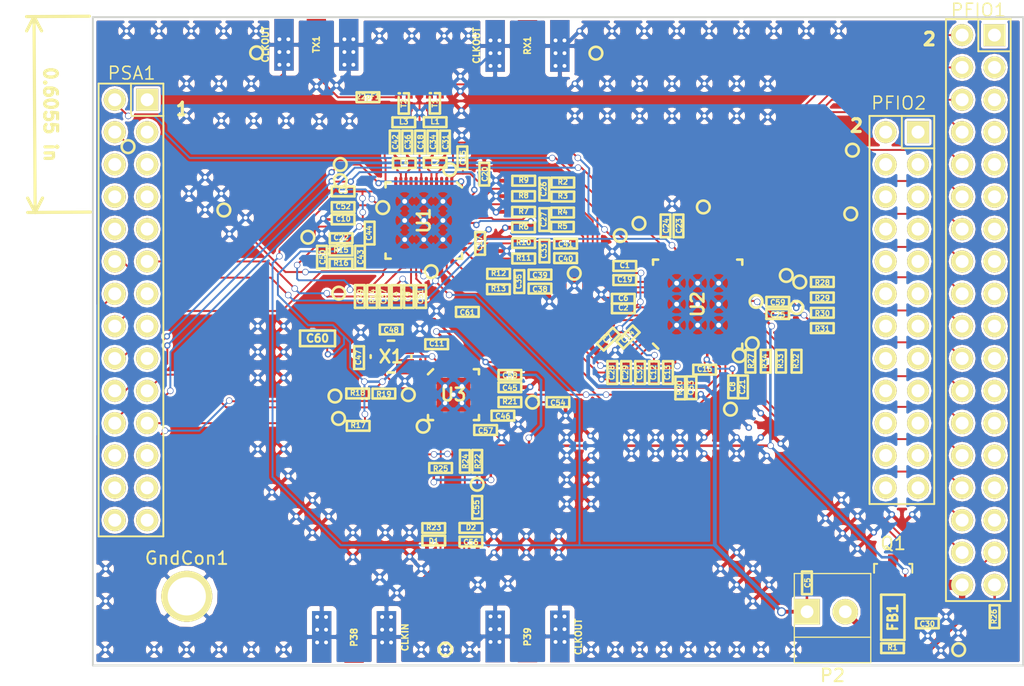
<source format=kicad_pcb>
(kicad_pcb (version 4) (host pcbnew 4.0.0-rc1-stable)
  (layers (0 F.Cu signal) (1 Inner2.Cu power hide) (2 Inner1.Cu mixed hide) (31 B.Cu signal) (34 B.Paste user) (35 F.Paste user) (36 B.SilkS user) (37 F.SilkS user) (38 B.Mask user) (39 F.Mask user) (44 Edge.Cuts user))
  (net 0 "")
  (net 1 GND)
  (net 2 TX_IF)
  (net 3 "Net-(22pF1-Pad2)")
  (net 4 VAA)
  (net 5 VCC)
  (net 6 /TXBBQ-)
  (net 7 /TXBBQ+)
  (net 8 /TXBBI+)
  (net 9 /TXBBI-)
  (net 10 /COM)
  (net 11 /REFN)
  (net 12 "Net-(C30-Pad1)")
  (net 13 "Net-(C31-Pad1)")
  (net 14 "Net-(C31-Pad2)")
  (net 15 /REFP)
  (net 16 /IA+)
  (net 17 /IA-)
  (net 18 "Net-(C34-Pad1)")
  (net 19 "Net-(C34-Pad2)")
  (net 20 /QA-)
  (net 21 /QA+)
  (net 22 "Net-(C36-Pad1)")
  (net 23 "Net-(C36-Pad2)")
  (net 24 "Net-(C37-Pad1)")
  (net 25 "Net-(C42-Pad1)")
  (net 26 "Net-(C42-Pad2)")
  (net 27 /CPOUT-)
  (net 28 /CPOUT+)
  (net 29 /XB)
  (net 30 /XA)
  (net 31 /CLK5)
  (net 32 "Net-(C50-Pad1)")
  (net 33 "Net-(C50-Pad2)")
  (net 34 SSP1_MISO)
  (net 35 GCK1)
  (net 36 GCK2)
  (net 37 SGPIO_CLK)
  (net 38 CLKOUT)
  (net 39 CLKIN)
  (net 40 "Net-(FB1-Pad1)")
  (net 41 SCL)
  (net 42 SDA)
  (net 43 SSP1_SCK)
  (net 44 SSP1_MOSI)
  (net 45 CS_XCVR)
  (net 46 CS_AD)
  (net 47 DA0)
  (net 48 DA4)
  (net 49 DA7)
  (net 50 DD0)
  (net 51 DD5)
  (net 52 DD9)
  (net 53 RSSI)
  (net 54 /XCVR_CLKOUT)
  (net 55 /INTR)
  (net 56 DD1)
  (net 57 DD2)
  (net 58 DD3)
  (net 59 DD4)
  (net 60 DD6)
  (net 61 DD7)
  (net 62 DD8)
  (net 63 DA6)
  (net 64 DA5)
  (net 65 DA3)
  (net 66 DA2)
  (net 67 "Net-(PFIO1-Pad33)")
  (net 68 DA1)
  (net 69 "Net-(PFIO1-Pad35)")
  (net 70 !VAA_ENABLE)
  (net 71 XCVR_EN)
  (net 72 OEB)
  (net 73 /QD+)
  (net 74 /QD-)
  (net 75 /ID-)
  (net 76 /ID+)
  (net 77 /RXBBI+)
  (net 78 /RXBBI-)
  (net 79 /RXBBQ+)
  (net 80 /RXBBQ-)
  (net 81 /CLK0)
  (net 82 /CLK1)
  (net 83 /CLK2)
  (net 84 /CLK3)
  (net 85 RX_IF)
  (net 86 "Net-(PFIO1-Pad22)")
  (net 87 "Net-(PFIO1-Pad24)")
  (net 88 "Net-(PFIO1-Pad26)")
  (net 89 "Net-(PFIO1-Pad28)")
  (net 90 "Net-(PFIO1-Pad30)")
  (net 91 "Net-(PFIO1-Pad32)")
  (net 92 "Net-(PFIO1-Pad34)")
  (net 93 CLOCK_REF)
  (net 94 "Net-(C61-Pad1)")
  (net 95 RXTXENABLE)
  (net 96 ~shdn)
  (module opendous:1Pin_12mil_VIA (layer F.Cu) (at 51.67 82.84)
    (fp_text reference TH41 hide)
    (fp_text value CONN_1 hide)
    (pad 1 thru_hole circle (at 0 0) (size 0.508 0.508) (drill 0.3048) (layers *.Cu) (net 1 GND))
  )
  (module opendous:1Pin_12mil_VIA (layer F.Cu) (at 55.14 88.63)
    (fp_text reference TH41 hide)
    (fp_text value CONN_1 hide)
    (pad 1 thru_hole circle (at 0 0) (size 0.508 0.508) (drill 0.3048) (layers *.Cu) (net 1 GND))
  )
  (module opendous:1Pin_12mil_VIA (layer F.Cu) (at 57.1 87.39)
    (fp_text reference TH41 hide)
    (fp_text value CONN_1 hide)
    (pad 1 thru_hole circle (at 0 0) (size 0.508 0.508) (drill 0.3048) (layers *.Cu) (net 1 GND))
  )
  (module opendous:1Pin_12mil_VIA (layer F.Cu) (at 52.69 98.28)
    (fp_text reference TH1 hide)
    (fp_text value CONN_1 hide)
    (pad 1 thru_hole circle (at 0 0) (size 0.508 0.508) (drill 0.3048) (layers *.Cu) (net 1 GND))
  )
  (module opendous:1Pin_12mil_VIA (layer F.Cu) (at 37.39 82.12)
    (fp_text reference TH26 hide)
    (fp_text value CONN_1 hide)
    (pad 1 thru_hole circle (at 0 0) (size 0.508 0.508) (drill 0.3048) (layers *.Cu) (net 1 GND))
  )
  (module opendous:1Pin_12mil_VIA (layer F.Cu) (at 67.02 95.915)
    (fp_text reference TH18 hide)
    (fp_text value CONN_1 hide)
    (pad 1 thru_hole circle (at 0 0) (size 0.508 0.508) (drill 0.3048) (layers *.Cu) (net 1 GND))
  )
  (module opendous:1Pin_12mil_VIA (layer F.Cu) (at 43.8 94.89)
    (fp_text reference TH40 hide)
    (fp_text value CONN_1 hide)
    (pad 1 thru_hole circle (at 0 0) (size 0.508 0.508) (drill 0.3048) (layers *.Cu) (net 1 GND))
  )
  (module opendous:1Pin_12mil_VIA (layer F.Cu) (at 44.97 90.77)
    (fp_text reference TH25 hide)
    (fp_text value CONN_1 hide)
    (pad 1 thru_hole circle (at 0 0) (size 0.508 0.508) (drill 0.3048) (layers *.Cu) (net 1 GND))
  )
  (module opendous:1Pin_12mil_VIA (layer F.Cu) (at 46.88 67.775)
    (fp_text reference TH23 hide)
    (fp_text value CONN_1 hide)
    (pad 1 thru_hole circle (at 0 0) (size 0.508 0.508) (drill 0.3048) (layers *.Cu) (net 1 GND))
  )
  (module opendous:1Pin_12mil_VIA (layer F.Cu) (at 44.34 67.775)
    (fp_text reference TH23 hide)
    (fp_text value CONN_1 hide)
    (pad 1 thru_hole circle (at 0 0) (size 0.508 0.508) (drill 0.3048) (layers *.Cu) (net 1 GND))
  )
  (module opendous:1Pin_12mil_VIA (layer F.Cu) (at 41.8 67.775)
    (fp_text reference TH23 hide)
    (fp_text value CONN_1 hide)
    (pad 1 thru_hole circle (at 0 0) (size 0.508 0.508) (drill 0.3048) (layers *.Cu) (net 1 GND))
  )
  (module opendous:1Pin_12mil_VIA (layer F.Cu) (at 48.785 67.775)
    (fp_text reference TH23 hide)
    (fp_text value CONN_1 hide)
    (pad 1 thru_hole circle (at 0 0) (size 0.508 0.508) (drill 0.3048) (layers *.Cu) (net 1 GND))
  )
  (module opendous:1Pin_12mil_VIA (layer F.Cu) (at 45.075 109.62)
    (fp_text reference TH34 hide)
    (fp_text value CONN_1 hide)
    (pad 1 thru_hole circle (at 0 0) (size 0.508 0.508) (drill 0.3048) (layers *.Cu) (net 1 GND))
  )
  (module opendous:1Pin_12mil_VIA (layer F.Cu) (at 41.82 110.28)
    (fp_text reference TH34 hide)
    (fp_text value CONN_1 hide)
    (pad 1 thru_hole circle (at 0 0) (size 0.508 0.508) (drill 0.3048) (layers *.Cu) (net 1 GND))
  )
  (module opendous:1Pin_12mil_VIA (layer F.Cu) (at 43.17 111.525)
    (fp_text reference TH34 hide)
    (fp_text value CONN_1 hide)
    (pad 1 thru_hole circle (at 0 0) (size 0.508 0.508) (drill 0.3048) (layers *.Cu) (net 1 GND))
  )
  (module opendous:1Pin_12mil_VIA (layer F.Cu) (at 49.52 110.89)
    (fp_text reference TH34 hide)
    (fp_text value CONN_1 hide)
    (pad 1 thru_hole circle (at 0 0) (size 0.508 0.508) (drill 0.3048) (layers *.Cu) (net 1 GND))
  )
  (module opendous:1Pin_12mil_VIA (layer F.Cu) (at 51.88 110.78)
    (fp_text reference TH34 hide)
    (fp_text value CONN_1 hide)
    (pad 1 thru_hole circle (at 0 0) (size 0.508 0.508) (drill 0.3048) (layers *.Cu) (net 1 GND))
  )
  (module opendous:1Pin_12mil_VIA (layer F.Cu) (at 33.365 103.615)
    (fp_text reference TH18 hide)
    (fp_text value CONN_1 hide)
    (pad 1 thru_hole circle (at 0 0) (size 0.508 0.508) (drill 0.3048) (layers *.Cu) (net 1 GND))
  )
  (module opendous:1Pin_12mil_VIA (layer F.Cu) (at 34.635 102.345)
    (fp_text reference TH18 hide)
    (fp_text value CONN_1 hide)
    (pad 1 thru_hole circle (at 0 0) (size 0.508 0.508) (drill 0.3048) (layers *.Cu) (net 1 GND))
  )
  (module opendous:1Pin_12mil_VIA (layer F.Cu) (at 35.27 105.52)
    (fp_text reference TH18 hide)
    (fp_text value CONN_1 hide)
    (pad 1 thru_hole circle (at 0 0) (size 0.508 0.508) (drill 0.3048) (layers *.Cu) (net 1 GND))
  )
  (module opendous:1Pin_12mil_VIA (layer F.Cu) (at 36.54 104.25)
    (fp_text reference TH18 hide)
    (fp_text value CONN_1 hide)
    (pad 1 thru_hole circle (at 0 0) (size 0.508 0.508) (drill 0.3048) (layers *.Cu) (net 1 GND))
  )
  (module opendous:1Pin_12mil_VIA (layer F.Cu) (at 36.54 106.79)
    (fp_text reference TH18 hide)
    (fp_text value CONN_1 hide)
    (pad 1 thru_hole circle (at 0 0) (size 0.508 0.508) (drill 0.3048) (layers *.Cu) (net 1 GND))
  )
  (module opendous:1Pin_12mil_VIA (layer F.Cu) (at 37.81 105.52)
    (fp_text reference TH18 hide)
    (fp_text value CONN_1 hide)
    (pad 1 thru_hole circle (at 0 0) (size 0.508 0.508) (drill 0.3048) (layers *.Cu) (net 1 GND))
  )
  (module opendous:1Pin_12mil_VIA (layer F.Cu) (at 39.715 108.695)
    (fp_text reference TH18 hide)
    (fp_text value CONN_1 hide)
    (pad 1 thru_hole circle (at 0 0) (size 0.508 0.508) (drill 0.3048) (layers *.Cu) (net 1 GND))
  )
  (module opendous:1Pin_12mil_VIA (layer F.Cu) (at 39.715 106.79)
    (fp_text reference TH18 hide)
    (fp_text value CONN_1 hide)
    (pad 1 thru_hole circle (at 0 0) (size 0.508 0.508) (drill 0.3048) (layers *.Cu) (net 1 GND))
  )
  (module opendous:1Pin_12mil_VIA (layer F.Cu) (at 42.255 106.79)
    (fp_text reference TH18 hide)
    (fp_text value CONN_1 hide)
    (pad 1 thru_hole circle (at 0 0) (size 0.508 0.508) (drill 0.3048) (layers *.Cu) (net 1 GND))
  )
  (module opendous:1Pin_12mil_VIA (layer F.Cu) (at 56.49 99.31)
    (fp_text reference TH18 hide)
    (fp_text value CONN_1 hide)
    (pad 1 thru_hole circle (at 0 0) (size 0.508 0.508) (drill 0.3048) (layers *.Cu) (net 1 GND))
  )
  (module opendous:1Pin_12mil_VIA (layer F.Cu) (at 61.57 100.58)
    (fp_text reference TH18 hide)
    (fp_text value CONN_1 hide)
    (pad 1 thru_hole circle (at 0 0) (size 0.508 0.508) (drill 0.3048) (layers *.Cu) (net 1 GND))
  )
  (module opendous:1Pin_12mil_VIA (layer F.Cu) (at 61.57 99.31)
    (fp_text reference TH18 hide)
    (fp_text value CONN_1 hide)
    (pad 1 thru_hole circle (at 0 0) (size 0.508 0.508) (drill 0.3048) (layers *.Cu) (net 1 GND))
  )
  (module opendous:1Pin_12mil_VIA (layer F.Cu) (at 63.475 100.58)
    (fp_text reference TH18 hide)
    (fp_text value CONN_1 hide)
    (pad 1 thru_hole circle (at 0 0) (size 0.508 0.508) (drill 0.3048) (layers *.Cu) (net 1 GND))
  )
  (module opendous:1Pin_12mil_VIA (layer F.Cu) (at 63.475 99.31)
    (fp_text reference TH18 hide)
    (fp_text value CONN_1 hide)
    (pad 1 thru_hole circle (at 0 0) (size 0.508 0.508) (drill 0.3048) (layers *.Cu) (net 1 GND))
  )
  (module opendous:1Pin_12mil_VIA (layer F.Cu) (at 65.38 100.58)
    (fp_text reference TH18 hide)
    (fp_text value CONN_1 hide)
    (pad 1 thru_hole circle (at 0 0) (size 0.508 0.508) (drill 0.3048) (layers *.Cu) (net 1 GND))
  )
  (module opendous:1Pin_12mil_VIA (layer F.Cu) (at 65.38 99.31)
    (fp_text reference TH18 hide)
    (fp_text value CONN_1 hide)
    (pad 1 thru_hole circle (at 0 0) (size 0.508 0.508) (drill 0.3048) (layers *.Cu) (net 1 GND))
  )
  (module opendous:1Pin_12mil_VIA (layer F.Cu) (at 67.285 100.58)
    (fp_text reference TH18 hide)
    (fp_text value CONN_1 hide)
    (pad 1 thru_hole circle (at 0 0) (size 0.508 0.508) (drill 0.3048) (layers *.Cu) (net 1 GND))
  )
  (module opendous:1Pin_12mil_VIA (layer F.Cu) (at 69.825 100.58)
    (fp_text reference TH18 hide)
    (fp_text value CONN_1 hide)
    (pad 1 thru_hole circle (at 0 0) (size 0.508 0.508) (drill 0.3048) (layers *.Cu) (net 1 GND))
  )
  (module opendous:1Pin_12mil_VIA (layer F.Cu) (at 67.285 99.31)
    (fp_text reference TH18 hide)
    (fp_text value CONN_1 hide)
    (pad 1 thru_hole circle (at 0 0) (size 0.508 0.508) (drill 0.3048) (layers *.Cu) (net 1 GND))
  )
  (module opendous:1Pin_12mil_VIA (layer F.Cu) (at 69.825 99.31)
    (fp_text reference TH18 hide)
    (fp_text value CONN_1 hide)
    (pad 1 thru_hole circle (at 0 0) (size 0.508 0.508) (drill 0.3048) (layers *.Cu) (net 1 GND))
  )
  (module opendous:1Pin_12mil_VIA (layer F.Cu) (at 71.73 97.405)
    (fp_text reference TH18 hide)
    (fp_text value CONN_1 hide)
    (pad 1 thru_hole circle (at 0 0) (size 0.508 0.508) (drill 0.3048) (layers *.Cu) (net 1 GND))
  )
  (module opendous:1Pin_12mil_VIA (layer F.Cu) (at 71.73 99.31)
    (fp_text reference TH18 hide)
    (fp_text value CONN_1 hide)
    (pad 1 thru_hole circle (at 0 0) (size 0.508 0.508) (drill 0.3048) (layers *.Cu) (net 1 GND))
  )
  (module opendous:1Pin_12mil_VIA (layer F.Cu) (at 78.05 104.23)
    (fp_text reference TH18 hide)
    (fp_text value CONN_1 hide)
    (pad 1 thru_hole circle (at 0 0) (size 0.508 0.508) (drill 0.3048) (layers *.Cu) (net 1 GND))
  )
  (module opendous:1Pin_12mil_VIA (layer F.Cu) (at 79.32 105.5)
    (fp_text reference TH18 hide)
    (fp_text value CONN_1 hide)
    (pad 1 thru_hole circle (at 0 0) (size 0.508 0.508) (drill 0.3048) (layers *.Cu) (net 1 GND))
  )
  (module opendous:1Pin_12mil_VIA (layer F.Cu) (at 80.59 106.77)
    (fp_text reference TH18 hide)
    (fp_text value CONN_1 hide)
    (pad 1 thru_hole circle (at 0 0) (size 0.508 0.508) (drill 0.3048) (layers *.Cu) (net 1 GND))
  )
  (module opendous:1Pin_12mil_VIA (layer F.Cu) (at 34.28 100.222)
    (fp_text reference TH13 hide)
    (fp_text value CONN_1 hide)
    (pad 1 thru_hole circle (at 0 0) (size 0.508 0.508) (drill 0.3048) (layers *.Cu) (net 1 GND))
  )
  (module opendous:1Pin_12mil_VIA (layer F.Cu) (at 32.248 100.222)
    (fp_text reference TH13 hide)
    (fp_text value CONN_1 hide)
    (pad 1 thru_hole circle (at 0 0) (size 0.508 0.508) (drill 0.3048) (layers *.Cu) (net 1 GND))
  )
  (module opendous:1Pin_12mil_VIA (layer F.Cu) (at 32.248 94.634)
    (fp_text reference TH13 hide)
    (fp_text value CONN_1 hide)
    (pad 1 thru_hole circle (at 0 0) (size 0.508 0.508) (drill 0.3048) (layers *.Cu) (net 1 GND))
  )
  (module opendous:1Pin_12mil_VIA (layer F.Cu) (at 34.28 94.634)
    (fp_text reference TH13 hide)
    (fp_text value CONN_1 hide)
    (pad 1 thru_hole circle (at 0 0) (size 0.508 0.508) (drill 0.3048) (layers *.Cu) (net 1 GND))
  )
  (module opendous:1Pin_12mil_VIA (layer F.Cu) (at 34.28 92.602)
    (fp_text reference TH13 hide)
    (fp_text value CONN_1 hide)
    (pad 1 thru_hole circle (at 0 0) (size 0.508 0.508) (drill 0.3048) (layers *.Cu) (net 1 GND))
  )
  (module opendous:1Pin_12mil_VIA (layer F.Cu) (at 32.248 92.602)
    (fp_text reference TH13 hide)
    (fp_text value CONN_1 hide)
    (pad 1 thru_hole circle (at 0 0) (size 0.508 0.508) (drill 0.3048) (layers *.Cu) (net 1 GND))
  )
  (module opendous:1Pin_12mil_VIA (layer F.Cu) (at 44.175 108.665)
    (fp_text reference TH45 hide)
    (fp_text value CONN_1 hide)
    (pad 1 thru_hole circle (at 0 0) (size 0.508 0.508) (drill 0.3048) (layers *.Cu) (net 1 GND))
  )
  (module opendous:1Pin_12mil_VIA (layer F.Cu) (at 30.025 83.33)
    (fp_text reference TH28 hide)
    (fp_text value CONN_1 hide)
    (pad 1 thru_hole circle (at 0 0) (size 0.508 0.508) (drill 0.3048) (layers *.Cu) (net 1 GND))
  )
  (module opendous:1Pin_12mil_VIA (layer F.Cu) (at 28.12 81.425)
    (fp_text reference TH28 hide)
    (fp_text value CONN_1 hide)
    (pad 1 thru_hole circle (at 0 0) (size 0.508 0.508) (drill 0.3048) (layers *.Cu) (net 1 GND))
  )
  (module opendous:1Pin_12mil_VIA (layer F.Cu) (at 31.295 82.06)
    (fp_text reference TH28 hide)
    (fp_text value CONN_1 hide)
    (pad 1 thru_hole circle (at 0 0) (size 0.508 0.508) (drill 0.3048) (layers *.Cu) (net 1 GND))
  )
  (module opendous:1Pin_12mil_VIA (layer F.Cu) (at 29.39 80.155)
    (fp_text reference TH28 hide)
    (fp_text value CONN_1 hide)
    (pad 1 thru_hole circle (at 0 0) (size 0.508 0.508) (drill 0.3048) (layers *.Cu) (net 1 GND))
  )
  (module opendous:1Pin_12mil_VIA (layer F.Cu) (at 28.12 81.425)
    (fp_text reference TH28 hide)
    (fp_text value CONN_1 hide)
    (pad 1 thru_hole circle (at 0 0) (size 0.508 0.508) (drill 0.3048) (layers *.Cu) (net 1 GND))
  )
  (module opendous:1Pin_12mil_VIA (layer F.Cu) (at 26.85 80.155)
    (fp_text reference TH28 hide)
    (fp_text value CONN_1 hide)
    (pad 1 thru_hole circle (at 0 0) (size 0.508 0.508) (drill 0.3048) (layers *.Cu) (net 1 GND))
  )
  (module opendous:1Pin_12mil_VIA (layer F.Cu) (at 28.12 78.885)
    (fp_text reference TH28 hide)
    (fp_text value CONN_1 hide)
    (pad 1 thru_hole circle (at 0 0) (size 0.508 0.508) (drill 0.3048) (layers *.Cu) (net 1 GND))
  )
  (module opendous:1Pin_12mil_VIA (layer F.Cu) (at 48.15 70.95)
    (fp_text reference TH23 hide)
    (fp_text value CONN_1 hide)
    (pad 1 thru_hole circle (at 0 0) (size 0.508 0.508) (drill 0.3048) (layers *.Cu) (net 1 GND))
  )
  (module opendous:1Pin_12mil_VIA (layer F.Cu) (at 48.15 72.13)
    (fp_text reference TH23 hide)
    (fp_text value CONN_1 hide)
    (pad 1 thru_hole circle (at 0 0) (size 0.508 0.508) (drill 0.3048) (layers *.Cu) (net 1 GND))
  )
  (module opendous:1Pin_12mil_VIA (layer F.Cu) (at 48.23 73.64)
    (fp_text reference TH23 hide)
    (fp_text value CONN_1 hide)
    (pad 1 thru_hole circle (at 0 0) (size 0.508 0.508) (drill 0.3048) (layers *.Cu) (net 1 GND))
  )
  (module opendous:1Pin_12mil_VIA (layer F.Cu) (at 38.43 71.66)
    (fp_text reference TH30 hide)
    (fp_text value CONN_1 hide)
    (pad 1 thru_hole circle (at 0 0) (size 0.508 0.508) (drill 0.3048) (layers *.Cu) (net 1 GND))
  )
  (module opendous:1Pin_12mil_VIA (layer F.Cu) (at 36.86 71.76)
    (fp_text reference TH30 hide)
    (fp_text value CONN_1 hide)
    (pad 1 thru_hole circle (at 0 0) (size 0.508 0.508) (drill 0.3048) (layers *.Cu) (net 1 GND))
  )
  (module opendous:1Pin_12mil_VIA (layer F.Cu) (at 72.27 74.14)
    (fp_text reference TH151 hide)
    (fp_text value CONN_1 hide)
    (pad 1 thru_hole circle (at 0 0) (size 0.508 0.508) (drill 0.3048) (layers *.Cu) (net 1 GND))
  )
  (module opendous:1Pin_12mil_VIA (layer F.Cu) (at 72.27 71.52)
    (fp_text reference TH151 hide)
    (fp_text value CONN_1 hide)
    (pad 1 thru_hole circle (at 0 0) (size 0.508 0.508) (drill 0.3048) (layers *.Cu) (net 1 GND))
  )
  (module opendous:1Pin_12mil_VIA (layer F.Cu) (at 58.37 99.19)
    (fp_text reference TH34 hide)
    (fp_text value CONN_1 hide)
    (pad 1 thru_hole circle (at 0 0) (size 0.508 0.508) (drill 0.3048) (layers *.Cu) (net 1 GND))
  )
  (module opendous:1Pin_12mil_VIA (layer F.Cu) (at 73.29 99.8)
    (fp_text reference TH18 hide)
    (fp_text value CONN_1 hide)
    (pad 1 thru_hole circle (at 0 0) (size 0.508 0.508) (drill 0.3048) (layers *.Cu) (net 1 GND))
  )
  (module opendous:1Pin_12mil_VIA (layer F.Cu) (at 72.2 100.75)
    (fp_text reference TH18 hide)
    (fp_text value CONN_1 hide)
    (pad 1 thru_hole circle (at 0 0) (size 0.508 0.508) (drill 0.3048) (layers *.Cu) (net 1 GND))
  )
  (module opendous:1Pin_12mil_VIA (layer F.Cu) (at 76.81 105.66)
    (fp_text reference TH18 hide)
    (fp_text value CONN_1 hide)
    (pad 1 thru_hole circle (at 0 0) (size 0.508 0.508) (drill 0.3048) (layers *.Cu) (net 1 GND))
  )
  (module opendous:1Pin_12mil_VIA (layer F.Cu) (at 78.15 106.84)
    (fp_text reference TH18 hide)
    (fp_text value CONN_1 hide)
    (pad 1 thru_hole circle (at 0 0) (size 0.508 0.508) (drill 0.3048) (layers *.Cu) (net 1 GND))
  )
  (module opendous:1Pin_12mil_VIA (layer F.Cu) (at 86.26 113.39)
    (fp_text reference TH18 hide)
    (fp_text value CONN_1 hide)
    (pad 1 thru_hole circle (at 0 0) (size 0.508 0.508) (drill 0.3048) (layers *.Cu) (net 1 GND))
  )
  (module opendous:1Pin_12mil_VIA (layer F.Cu) (at 84.83 114.89)
    (fp_text reference TH18 hide)
    (fp_text value CONN_1 hide)
    (pad 1 thru_hole circle (at 0 0) (size 0.508 0.508) (drill 0.3048) (layers *.Cu) (net 1 GND))
  )
  (module opendous:1Pin_12mil_VIA (layer F.Cu) (at 85.87 116.05)
    (fp_text reference TH18 hide)
    (fp_text value CONN_1 hide)
    (pad 1 thru_hole circle (at 0 0) (size 0.508 0.508) (drill 0.3048) (layers *.Cu) (net 1 GND))
  )
  (module opendous:1Pin_12mil_VIA (layer F.Cu) (at 87.23 114.67)
    (fp_text reference TH18 hide)
    (fp_text value CONN_1 hide)
    (pad 1 thru_hole circle (at 0 0) (size 0.508 0.508) (drill 0.3048) (layers *.Cu) (net 1 GND))
  )
  (module opendous:1Pin_12mil_VIA (layer F.Cu) (at 82.01 105.36)
    (fp_text reference TH18 hide)
    (fp_text value CONN_1 hide)
    (pad 1 thru_hole circle (at 0 0) (size 0.508 0.508) (drill 0.3048) (layers *.Cu) (net 1 GND))
  )
  (module opendous:1Pin_12mil_VIA (layer F.Cu) (at 83.61 105.36)
    (fp_text reference TH18 hide)
    (fp_text value CONN_1 hide)
    (pad 1 thru_hole circle (at 0 0) (size 0.508 0.508) (drill 0.3048) (layers *.Cu) (net 1 GND))
  )
  (module opendous:1Pin_12mil_VIA (layer F.Cu) (at 34.28 90.57)
    (fp_text reference TH40 hide)
    (fp_text value CONN_1 hide)
    (pad 1 thru_hole circle (at 0 0) (size 0.508 0.508) (drill 0.3048) (layers *.Cu) (net 1 GND))
  )
  (module opendous:1Pin_12mil_VIA (layer F.Cu) (at 56.505 100.73)
    (fp_text reference TH34 hide)
    (fp_text value CONN_1 hide)
    (pad 1 thru_hole circle (at 0 0) (size 0.508 0.508) (drill 0.3048) (layers *.Cu) (net 1 GND))
  )
  (module opendous:1Pin_12mil_VIA (layer F.Cu) (at 58.41 100.73)
    (fp_text reference TH34 hide)
    (fp_text value CONN_1 hide)
    (pad 1 thru_hole circle (at 0 0) (size 0.508 0.508) (drill 0.3048) (layers *.Cu) (net 1 GND))
  )
  (module opendous:1Pin_12mil_VIA (layer F.Cu) (at 56.505 102.635)
    (fp_text reference TH34 hide)
    (fp_text value CONN_1 hide)
    (pad 1 thru_hole circle (at 0 0) (size 0.508 0.508) (drill 0.3048) (layers *.Cu) (net 1 GND))
  )
  (module opendous:1Pin_12mil_VIA (layer F.Cu) (at 58.41 102.635)
    (fp_text reference TH34 hide)
    (fp_text value CONN_1 hide)
    (pad 1 thru_hole circle (at 0 0) (size 0.508 0.508) (drill 0.3048) (layers *.Cu) (net 1 GND))
  )
  (module opendous:1Pin_12mil_VIA (layer F.Cu) (at 58.41 104.54)
    (fp_text reference TH34 hide)
    (fp_text value CONN_1 hide)
    (pad 1 thru_hole circle (at 0 0) (size 0.508 0.508) (drill 0.3048) (layers *.Cu) (net 1 GND))
  )
  (module opendous:1Pin_12mil_VIA (layer F.Cu) (at 56.505 104.54)
    (fp_text reference TH34 hide)
    (fp_text value CONN_1 hide)
    (pad 1 thru_hole circle (at 0 0) (size 0.508 0.508) (drill 0.3048) (layers *.Cu) (net 1 GND))
  )
  (module opendous:1Pin_12mil_VIA (layer F.Cu) (at 55.87 107.08)
    (fp_text reference TH34 hide)
    (fp_text value CONN_1 hide)
    (pad 1 thru_hole circle (at 0 0) (size 0.508 0.508) (drill 0.3048) (layers *.Cu) (net 1 GND))
  )
  (module opendous:1Pin_12mil_VIA (layer F.Cu) (at 53.33 107.08)
    (fp_text reference TH34 hide)
    (fp_text value CONN_1 hide)
    (pad 1 thru_hole circle (at 0 0) (size 0.508 0.508) (drill 0.3048) (layers *.Cu) (net 1 GND))
  )
  (module opendous:1Pin_12mil_VIA (layer F.Cu) (at 50.79 107.08)
    (fp_text reference TH34 hide)
    (fp_text value CONN_1 hide)
    (pad 1 thru_hole circle (at 0 0) (size 0.508 0.508) (drill 0.3048) (layers *.Cu) (net 1 GND))
  )
  (module opendous:1Pin_12mil_VIA (layer F.Cu) (at 55.87 108.35)
    (fp_text reference TH34 hide)
    (fp_text value CONN_1 hide)
    (pad 1 thru_hole circle (at 0 0) (size 0.508 0.508) (drill 0.3048) (layers *.Cu) (net 1 GND))
  )
  (module opendous:1Pin_12mil_VIA (layer F.Cu) (at 53.33 108.35)
    (fp_text reference TH34 hide)
    (fp_text value CONN_1 hide)
    (pad 1 thru_hole circle (at 0 0) (size 0.508 0.508) (drill 0.3048) (layers *.Cu) (net 1 GND))
  )
  (module opendous:1Pin_12mil_VIA (layer F.Cu) (at 50.79 108.35)
    (fp_text reference TH34 hide)
    (fp_text value CONN_1 hide)
    (pad 1 thru_hole circle (at 0 0) (size 0.508 0.508) (drill 0.3048) (layers *.Cu) (net 1 GND))
  )
  (module opendous:1Pin_12mil_VIA (layer F.Cu) (at 69.84 108.35)
    (fp_text reference TH34 hide)
    (fp_text value CONN_1 hide)
    (pad 1 thru_hole circle (at 0 0) (size 0.508 0.508) (drill 0.3048) (layers *.Cu) (net 1 GND))
  )
  (module opendous:1Pin_12mil_VIA (layer F.Cu) (at 71.11 109.62)
    (fp_text reference TH34 hide)
    (fp_text value CONN_1 hide)
    (pad 1 thru_hole circle (at 0 0) (size 0.508 0.508) (drill 0.3048) (layers *.Cu) (net 1 GND))
  )
  (module opendous:1Pin_12mil_VIA (layer F.Cu) (at 72.38 110.89)
    (fp_text reference TH34 hide)
    (fp_text value CONN_1 hide)
    (pad 1 thru_hole circle (at 0 0) (size 0.508 0.508) (drill 0.3048) (layers *.Cu) (net 1 GND))
  )
  (module opendous:1Pin_12mil_VIA (layer F.Cu) (at 69.84 110.89)
    (fp_text reference TH34 hide)
    (fp_text value CONN_1 hide)
    (pad 1 thru_hole circle (at 0 0) (size 0.508 0.508) (drill 0.3048) (layers *.Cu) (net 1 GND))
  )
  (module opendous:1Pin_12mil_VIA (layer F.Cu) (at 68.57 109.62)
    (fp_text reference TH34 hide)
    (fp_text value CONN_1 hide)
    (pad 1 thru_hole circle (at 0 0) (size 0.508 0.508) (drill 0.3048) (layers *.Cu) (net 1 GND))
  )
  (module opendous:1Pin_12mil_VIA (layer F.Cu) (at 71.11 112.16)
    (fp_text reference TH34 hide)
    (fp_text value CONN_1 hide)
    (pad 1 thru_hole circle (at 0 0) (size 0.508 0.508) (drill 0.3048) (layers *.Cu) (net 1 GND))
  )
  (module opendous:1Pin_12mil_VIA (layer F.Cu) (at 20.28 115.98)
    (fp_text reference TH45 hide)
    (fp_text value CONN_1 hide)
    (pad 1 thru_hole circle (at 0 0) (size 0.508 0.508) (drill 0.3048) (layers *.Cu) (net 1 GND))
  )
  (module opendous:1Pin_12mil_VIA (layer F.Cu) (at 69.84 74.06)
    (fp_text reference TH151 hide)
    (fp_text value CONN_1 hide)
    (pad 1 thru_hole circle (at 0 0) (size 0.508 0.508) (drill 0.3048) (layers *.Cu) (net 1 GND))
  )
  (module opendous:1Pin_12mil_VIA (layer F.Cu) (at 69.84 71.52)
    (fp_text reference TH151 hide)
    (fp_text value CONN_1 hide)
    (pad 1 thru_hole circle (at 0 0) (size 0.508 0.508) (drill 0.3048) (layers *.Cu) (net 1 GND))
  )
  (module opendous:1Pin_12mil_VIA (layer F.Cu) (at 67.3 74.06)
    (fp_text reference TH151 hide)
    (fp_text value CONN_1 hide)
    (pad 1 thru_hole circle (at 0 0) (size 0.508 0.508) (drill 0.3048) (layers *.Cu) (net 1 GND))
  )
  (module opendous:1Pin_12mil_VIA (layer F.Cu) (at 67.3 71.52)
    (fp_text reference TH151 hide)
    (fp_text value CONN_1 hide)
    (pad 1 thru_hole circle (at 0 0) (size 0.508 0.508) (drill 0.3048) (layers *.Cu) (net 1 GND))
  )
  (module opendous:1Pin_12mil_VIA (layer F.Cu) (at 64.76 74.06)
    (fp_text reference TH151 hide)
    (fp_text value CONN_1 hide)
    (pad 1 thru_hole circle (at 0 0) (size 0.508 0.508) (drill 0.3048) (layers *.Cu) (net 1 GND))
  )
  (module opendous:1Pin_12mil_VIA (layer F.Cu) (at 64.76 71.52)
    (fp_text reference TH151 hide)
    (fp_text value CONN_1 hide)
    (pad 1 thru_hole circle (at 0 0) (size 0.508 0.508) (drill 0.3048) (layers *.Cu) (net 1 GND))
  )
  (module opendous:1Pin_12mil_VIA (layer F.Cu) (at 56.41 97.59)
    (fp_text reference TH1 hide)
    (fp_text value CONN_1 hide)
    (pad 1 thru_hole circle (at 0 0) (size 0.508 0.508) (drill 0.3048) (layers *.Cu) (net 1 GND))
  )
  (module opendous:1Pin_12mil_VIA (layer F.Cu) (at 59.23 94.75)
    (fp_text reference TH41 hide)
    (fp_text value CONN_1 hide)
    (pad 1 thru_hole circle (at 0 0) (size 0.508 0.508) (drill 0.3048) (layers *.Cu) (net 1 GND))
  )
  (module opendous:1Pin_12mil_VIA (layer F.Cu) (at 79.32 108.04)
    (fp_text reference TH18 hide)
    (fp_text value CONN_1 hide)
    (pad 1 thru_hole circle (at 0 0) (size 0.508 0.508) (drill 0.3048) (layers *.Cu) (net 1 GND))
  )
  (module opendous:1Pin_12mil_VIA (layer F.Cu) (at 59.68 71.52)
    (fp_text reference TH41 hide)
    (fp_text value CONN_1 hide)
    (pad 1 thru_hole circle (at 0 0) (size 0.508 0.508) (drill 0.3048) (layers *.Cu) (net 1 GND))
  )
  (module opendous:1Pin_12mil_VIA (layer F.Cu) (at 31.93 74.44)
    (fp_text reference TH40 hide)
    (fp_text value CONN_1 hide)
    (pad 1 thru_hole circle (at 0 0) (size 0.508 0.508) (drill 0.3048) (layers *.Cu) (net 1 GND))
  )
  (module opendous:1Pin_12mil_VIA (layer F.Cu) (at 29.39 74.44)
    (fp_text reference TH28 hide)
    (fp_text value CONN_1 hide)
    (pad 1 thru_hole circle (at 0 0) (size 0.508 0.508) (drill 0.3048) (layers *.Cu) (net 1 GND))
  )
  (module opendous:1Pin_12mil_VIA (layer F.Cu) (at 26.66 71.52)
    (fp_text reference TH17 hide)
    (fp_text value CONN_1 hide)
    (pad 1 thru_hole circle (at 0 0) (size 0.508 0.508) (drill 0.3048) (layers *.Cu) (net 1 GND))
  )
  (module opendous:1Pin_12mil_VIA (layer F.Cu) (at 39.45 74.46)
    (fp_text reference TH17 hide)
    (fp_text value CONN_1 hide)
    (pad 1 thru_hole circle (at 0 0) (size 0.508 0.508) (drill 0.3048) (layers *.Cu) (net 1 GND))
  )
  (module opendous:1Pin_12mil_VIA (layer F.Cu) (at 39.45 74.46)
    (fp_text reference TH17 hide)
    (fp_text value CONN_1 hide)
    (pad 1 thru_hole circle (at 0 0) (size 0.508 0.508) (drill 0.3048) (layers *.Cu) (net 1 GND))
  )
  (module opendous:1Pin_12mil_VIA (layer F.Cu) (at 26.66 74.06)
    (fp_text reference TH17 hide)
    (fp_text value CONN_1 hide)
    (pad 1 thru_hole circle (at 0 0) (size 0.508 0.508) (drill 0.3048) (layers *.Cu) (net 1 GND))
  )
  (module opendous:1Pin_12mil_VIA (layer F.Cu) (at 29.39 74.44)
    (fp_text reference TH28 hide)
    (fp_text value CONN_1 hide)
    (pad 1 thru_hole circle (at 0 0) (size 0.508 0.508) (drill 0.3048) (layers *.Cu) (net 1 GND))
  )
  (module opendous:1Pin_12mil_VIA (layer F.Cu) (at 31.93 74.44)
    (fp_text reference TH40 hide)
    (fp_text value CONN_1 hide)
    (pad 1 thru_hole circle (at 0 0) (size 0.508 0.508) (drill 0.3048) (layers *.Cu) (net 1 GND))
  )
  (module opendous:1Pin_12mil_VIA (layer F.Cu) (at 34.47 74.44)
    (fp_text reference TH41 hide)
    (fp_text value CONN_1 hide)
    (pad 1 thru_hole circle (at 0 0) (size 0.508 0.508) (drill 0.3048) (layers *.Cu) (net 1 GND))
  )
  (module opendous:1Pin_12mil_VIA (layer F.Cu) (at 34.47 74.44)
    (fp_text reference TH41 hide)
    (fp_text value CONN_1 hide)
    (pad 1 thru_hole circle (at 0 0) (size 0.508 0.508) (drill 0.3048) (layers *.Cu) (net 1 GND))
  )
  (module opendous:1Pin_12mil_VIA (layer F.Cu) (at 31.93 74.44)
    (fp_text reference TH40 hide)
    (fp_text value CONN_1 hide)
    (pad 1 thru_hole circle (at 0 0) (size 0.508 0.508) (drill 0.3048) (layers *.Cu) (net 1 GND))
  )
  (module opendous:1Pin_12mil_VIA (layer F.Cu) (at 29.39 74.44)
    (fp_text reference TH28 hide)
    (fp_text value CONN_1 hide)
    (pad 1 thru_hole circle (at 0 0) (size 0.508 0.508) (drill 0.3048) (layers *.Cu) (net 1 GND))
  )
  (module opendous:1Pin_12mil_VIA (layer F.Cu) (at 37.08 74.49)
    (fp_text reference TH17 hide)
    (fp_text value CONN_1 hide)
    (pad 1 thru_hole circle (at 0 0) (size 0.508 0.508) (drill 0.3048) (layers *.Cu) (net 1 GND))
  )
  (module opendous:1Pin_12mil_VIA (layer F.Cu) (at 39.45 74.46)
    (fp_text reference TH17 hide)
    (fp_text value CONN_1 hide)
    (pad 1 thru_hole circle (at 0 0) (size 0.508 0.508) (drill 0.3048) (layers *.Cu) (net 1 GND))
  )
  (module opendous:1Pin_12mil_VIA (layer F.Cu) (at 62.22 71.52)
    (fp_text reference TH151 hide)
    (fp_text value CONN_1 hide)
    (pad 1 thru_hole circle (at 0 0) (size 0.508 0.508) (drill 0.3048) (layers *.Cu) (net 1 GND))
  )
  (module opendous:1Pin_12mil_VIA (layer F.Cu) (at 62.22 74.06)
    (fp_text reference TH141 hide)
    (fp_text value CONN_1 hide)
    (pad 1 thru_hole circle (at 0 0) (size 0.508 0.508) (drill 0.3048) (layers *.Cu) (net 1 GND))
  )
  (module opendous:1Pin_12mil_VIA (layer F.Cu) (at 59.68 74.06)
    (fp_text reference TH131 hide)
    (fp_text value CONN_1 hide)
    (pad 1 thru_hole circle (at 0 0) (size 0.508 0.508) (drill 0.3048) (layers *.Cu) (net 1 GND))
  )
  (module opendous:1Pin_12mil_VIA (layer F.Cu) (at 57.14 74.06)
    (fp_text reference TH121 hide)
    (fp_text value CONN_1 hide)
    (pad 1 thru_hole circle (at 0 0) (size 0.508 0.508) (drill 0.3048) (layers *.Cu) (net 1 GND))
  )
  (module opendous:1Pin_12mil_VIA (layer F.Cu) (at 57.14 71.52)
    (fp_text reference TH111 hide)
    (fp_text value CONN_1 hide)
    (pad 1 thru_hole circle (at 0 0) (size 0.508 0.508) (drill 0.3048) (layers *.Cu) (net 1 GND))
  )
  (module opendous:1Pin_12mil_VIA (layer F.Cu) (at 39.45 74.46)
    (fp_text reference TH17 hide)
    (fp_text value CONN_1 hide)
    (pad 1 thru_hole circle (at 0 0) (size 0.508 0.508) (drill 0.3048) (layers *.Cu) (net 1 GND))
  )
  (module opendous:1Pin_12mil_VIA (layer F.Cu) (at 53.63 95.34)
    (fp_text reference TH41 hide)
    (fp_text value CONN_1 hide)
    (pad 1 thru_hole circle (at 0 0) (size 0.508 0.508) (drill 0.3048) (layers *.Cu) (net 1 GND))
  )
  (module opendous:1Pin_12mil_VIA (layer F.Cu) (at 51.79 84.67)
    (fp_text reference TH41 hide)
    (fp_text value CONN_1 hide)
    (pad 1 thru_hole circle (at 0 0) (size 0.508 0.508) (drill 0.3048) (layers *.Cu) (net 1 GND))
  )
  (module opendous:1Pin_12mil_VIA (layer F.Cu) (at 70.79 98.54)
    (fp_text reference TH40 hide)
    (fp_text value CONN_1 hide)
    (pad 1 thru_hole circle (at 0 0) (size 0.508 0.508) (drill 0.3048) (layers *.Cu) (net 1 GND))
  )
  (module opendous:1Pin_12mil_VIA (layer F.Cu) (at 50.95 81.63)
    (fp_text reference TH25 hide)
    (fp_text value CONN_1 hide)
    (pad 1 thru_hole circle (at 0 0) (size 0.508 0.508) (drill 0.3048) (layers *.Cu) (net 1 GND))
  )
  (module opendous:1Pin_12mil_VIA (layer F.Cu) (at 50.94 79.13)
    (fp_text reference TH23 hide)
    (fp_text value CONN_1 hide)
    (pad 1 thru_hole circle (at 0 0) (size 0.508 0.508) (drill 0.3048) (layers *.Cu) (net 1 GND))
  )
  (module opendous:1Pin_12mil_VIA (layer F.Cu) (at 50.95 80.35)
    (fp_text reference TH23 hide)
    (fp_text value CONN_1 hide)
    (pad 1 thru_hole circle (at 0 0) (size 0.508 0.508) (drill 0.3048) (layers *.Cu) (net 1 GND))
  )
  (module opendous:1Pin_12mil_VIA (layer F.Cu) (at 46.28 89.38)
    (fp_text reference TH25 hide)
    (fp_text value CONN_1 hide)
    (pad 1 thru_hole circle (at 0 0) (size 0.508 0.508) (drill 0.3048) (layers *.Cu) (net 1 GND))
  )
  (module opendous:1Pin_12mil_VIA (layer F.Cu) (at 60.07 84.71)
    (fp_text reference TH40 hide)
    (fp_text value CONN_1 hide)
    (pad 1 thru_hole circle (at 0 0) (size 0.508 0.508) (drill 0.3048) (layers *.Cu) (net 1 GND))
  )
  (module opendous:1Pin_12mil_VIA (layer F.Cu) (at 59.21 88.09)
    (fp_text reference TH41 hide)
    (fp_text value CONN_1 hide)
    (pad 1 thru_hole circle (at 0 0) (size 0.508 0.508) (drill 0.3048) (layers *.Cu) (net 1 GND))
  )
  (module opendous:1Pin_12mil_VIA (layer F.Cu) (at 60.3 92.45)
    (fp_text reference TH41 hide)
    (fp_text value CONN_1 hide)
    (pad 1 thru_hole circle (at 0 0) (size 0.508 0.508) (drill 0.3048) (layers *.Cu) (net 1 GND))
  )
  (module opendous:1Pin_12mil_VIA (layer F.Cu) (at 40.34 91.07)
    (fp_text reference TH40 hide)
    (fp_text value CONN_1 hide)
    (pad 1 thru_hole circle (at 0 0) (size 0.508 0.508) (drill 0.3048) (layers *.Cu) (net 1 GND))
  )
  (module opendous:1Pin_12mil_VIA (layer F.Cu) (at 44.948 73.806)
    (fp_text reference TH25 hide)
    (fp_text value CONN_1 hide)
    (pad 1 thru_hole circle (at 0 0) (size 0.508 0.508) (drill 0.3048) (layers *.Cu) (net 1 GND))
  )
  (module opendous:1Pin_12mil_VIA (layer F.Cu) (at 74.51 89.14)
    (fp_text reference TH23 hide)
    (fp_text value CONN_1 hide)
    (pad 1 thru_hole circle (at 0 0) (size 0.508 0.508) (drill 0.3048) (layers *.Cu) (net 1 GND))
  )
  (module Socket_Strips:Socket_Strip_Straight_2x18 (layer F.Cu) (at 88.8 89.3 90)
    (fp_text reference PFIO1 (at 23.55 0.01 180) (layer F.SilkS) (effects (font (thickness 0.12))))
    (fp_text value CONN_02X18 hide)
    (pad 1 thru_hole rect (at 21.59 1.27 270) (size 1.7272 1.7272) (drill 1.016) (layers *.Cu *.Mask F.SilkS))
    (pad 2 thru_hole oval (at 21.59 -1.27 270) (size 1.7272 1.7272) (drill 1.016) (layers *.Cu *.Mask F.SilkS) (net 52 DD9))
    (pad 3 thru_hole oval (at 19.05 1.27 270) (size 1.7272 1.7272) (drill 1.016) (layers *.Cu *.Mask F.SilkS))
    (pad 4 thru_hole oval (at 19.05 -1.27 270) (size 1.7272 1.7272) (drill 1.016) (layers *.Cu *.Mask F.SilkS) (net 62 DD8))
    (pad 5 thru_hole oval (at 16.51 1.27 270) (size 1.7272 1.7272) (drill 1.016) (layers *.Cu *.Mask F.SilkS))
    (pad 6 thru_hole oval (at 16.51 -1.27 270) (size 1.7272 1.7272) (drill 1.016) (layers *.Cu *.Mask F.SilkS) (net 61 DD7))
    (pad 7 thru_hole oval (at 13.97 1.27 270) (size 1.7272 1.7272) (drill 1.016) (layers *.Cu *.Mask F.SilkS))
    (pad 8 thru_hole oval (at 13.97 -1.27 270) (size 1.7272 1.7272) (drill 1.016) (layers *.Cu *.Mask F.SilkS) (net 60 DD6))
    (pad 9 thru_hole oval (at 11.43 1.27 270) (size 1.7272 1.7272) (drill 1.016) (layers *.Cu *.Mask F.SilkS))
    (pad 10 thru_hole oval (at 11.43 -1.27 270) (size 1.7272 1.7272) (drill 1.016) (layers *.Cu *.Mask F.SilkS) (net 51 DD5))
    (pad 11 thru_hole oval (at 8.89 1.27 270) (size 1.7272 1.7272) (drill 1.016) (layers *.Cu *.Mask F.SilkS))
    (pad 12 thru_hole oval (at 8.89 -1.27 270) (size 1.7272 1.7272) (drill 1.016) (layers *.Cu *.Mask F.SilkS) (net 59 DD4))
    (pad 13 thru_hole oval (at 6.35 1.27 270) (size 1.7272 1.7272) (drill 1.016) (layers *.Cu *.Mask F.SilkS))
    (pad 14 thru_hole oval (at 6.35 -1.27 270) (size 1.7272 1.7272) (drill 1.016) (layers *.Cu *.Mask F.SilkS) (net 58 DD3))
    (pad 15 thru_hole oval (at 3.81 1.27 270) (size 1.7272 1.7272) (drill 1.016) (layers *.Cu *.Mask F.SilkS))
    (pad 16 thru_hole oval (at 3.81 -1.27 270) (size 1.7272 1.7272) (drill 1.016) (layers *.Cu *.Mask F.SilkS) (net 57 DD2))
    (pad 17 thru_hole oval (at 1.27 1.27 270) (size 1.7272 1.7272) (drill 1.016) (layers *.Cu *.Mask F.SilkS))
    (pad 18 thru_hole oval (at 1.27 -1.27 270) (size 1.7272 1.7272) (drill 1.016) (layers *.Cu *.Mask F.SilkS) (net 56 DD1))
    (pad 19 thru_hole oval (at -1.27 1.27 270) (size 1.7272 1.7272) (drill 1.016) (layers *.Cu *.Mask F.SilkS))
    (pad 20 thru_hole oval (at -1.27 -1.27 270) (size 1.7272 1.7272) (drill 1.016) (layers *.Cu *.Mask F.SilkS) (net 50 DD0))
    (pad 21 thru_hole oval (at -3.81 1.27 270) (size 1.7272 1.7272) (drill 1.016) (layers *.Cu *.Mask F.SilkS))
    (pad 22 thru_hole oval (at -3.81 -1.27 270) (size 1.7272 1.7272) (drill 1.016) (layers *.Cu *.Mask F.SilkS) (net 86 "Net-(PFIO1-Pad22)"))
    (pad 23 thru_hole oval (at -6.35 1.27 270) (size 1.7272 1.7272) (drill 1.016) (layers *.Cu *.Mask F.SilkS))
    (pad 24 thru_hole oval (at -6.35 -1.27 270) (size 1.7272 1.7272) (drill 1.016) (layers *.Cu *.Mask F.SilkS) (net 87 "Net-(PFIO1-Pad24)"))
    (pad 25 thru_hole oval (at -8.89 1.27 270) (size 1.7272 1.7272) (drill 1.016) (layers *.Cu *.Mask F.SilkS))
    (pad 26 thru_hole oval (at -8.89 -1.27 270) (size 1.7272 1.7272) (drill 1.016) (layers *.Cu *.Mask F.SilkS) (net 88 "Net-(PFIO1-Pad26)"))
    (pad 27 thru_hole oval (at -11.43 1.27 270) (size 1.7272 1.7272) (drill 1.016) (layers *.Cu *.Mask F.SilkS))
    (pad 28 thru_hole oval (at -11.43 -1.27 270) (size 1.7272 1.7272) (drill 1.016) (layers *.Cu *.Mask F.SilkS) (net 89 "Net-(PFIO1-Pad28)"))
    (pad 29 thru_hole oval (at -13.97 1.27 270) (size 1.7272 1.7272) (drill 1.016) (layers *.Cu *.Mask F.SilkS))
    (pad 30 thru_hole oval (at -13.97 -1.27 270) (size 1.7272 1.7272) (drill 1.016) (layers *.Cu *.Mask F.SilkS) (net 90 "Net-(PFIO1-Pad30)"))
    (pad 31 thru_hole oval (at -16.51 1.27 270) (size 1.7272 1.7272) (drill 1.016) (layers *.Cu *.Mask F.SilkS))
    (pad 32 thru_hole oval (at -16.51 -1.27 270) (size 1.7272 1.7272) (drill 1.016) (layers *.Cu *.Mask F.SilkS) (net 91 "Net-(PFIO1-Pad32)"))
    (pad 33 thru_hole oval (at -19.05 1.27 270) (size 1.7272 1.7272) (drill 1.016) (layers *.Cu *.Mask F.SilkS) (net 67 "Net-(PFIO1-Pad33)"))
    (pad 34 thru_hole oval (at -19.05 -1.27 270) (size 1.7272 1.7272) (drill 1.016) (layers *.Cu *.Mask F.SilkS) (net 92 "Net-(PFIO1-Pad34)"))
    (pad 35 thru_hole oval (at -21.59 1.27 270) (size 1.7272 1.7272) (drill 1.016) (layers *.Cu *.Mask F.SilkS) (net 69 "Net-(PFIO1-Pad35)"))
    (pad 36 thru_hole oval (at -21.59 -1.27 270) (size 1.7272 1.7272) (drill 1.016) (layers *.Cu *.Mask F.SilkS) (net 5 VCC))
  )
  (module Socket_Strips:Socket_Strip_Straight_2x12 (layer F.Cu) (at 82.8 89.3 90)
    (fp_text reference PFIO2 (at 16.25 -0.24 180) (layer F.SilkS) (effects (font (thickness 0.12))))
    (fp_text value CONN_02X12 hide)
    (pad 1 thru_hole rect (at 13.97 1.27 270) (size 1.7272 1.7272) (drill 1.016) (layers *.Cu *.Mask F.SilkS))
    (pad 2 thru_hole oval (at 13.97 -1.27 270) (size 1.7272 1.7272) (drill 1.016) (layers *.Cu *.Mask F.SilkS))
    (pad 3 thru_hole oval (at 11.43 1.27 270) (size 1.7272 1.7272) (drill 1.016) (layers *.Cu *.Mask F.SilkS))
    (pad 4 thru_hole oval (at 11.43 -1.27 270) (size 1.7272 1.7272) (drill 1.016) (layers *.Cu *.Mask F.SilkS))
    (pad 5 thru_hole oval (at 8.89 1.27 270) (size 1.7272 1.7272) (drill 1.016) (layers *.Cu *.Mask F.SilkS))
    (pad 6 thru_hole oval (at 8.89 -1.27 270) (size 1.7272 1.7272) (drill 1.016) (layers *.Cu *.Mask F.SilkS))
    (pad 7 thru_hole oval (at 6.35 1.27 270) (size 1.7272 1.7272) (drill 1.016) (layers *.Cu *.Mask F.SilkS))
    (pad 8 thru_hole oval (at 6.35 -1.27 270) (size 1.7272 1.7272) (drill 1.016) (layers *.Cu *.Mask F.SilkS))
    (pad 9 thru_hole oval (at 3.81 1.27 270) (size 1.7272 1.7272) (drill 1.016) (layers *.Cu *.Mask F.SilkS))
    (pad 10 thru_hole oval (at 3.81 -1.27 270) (size 1.7272 1.7272) (drill 1.016) (layers *.Cu *.Mask F.SilkS))
    (pad 11 thru_hole oval (at 1.27 1.27 270) (size 1.7272 1.7272) (drill 1.016) (layers *.Cu *.Mask F.SilkS))
    (pad 12 thru_hole oval (at 1.27 -1.27 270) (size 1.7272 1.7272) (drill 1.016) (layers *.Cu *.Mask F.SilkS))
    (pad 13 thru_hole oval (at -1.27 1.27 270) (size 1.7272 1.7272) (drill 1.016) (layers *.Cu *.Mask F.SilkS))
    (pad 14 thru_hole oval (at -1.27 -1.27 270) (size 1.7272 1.7272) (drill 1.016) (layers *.Cu *.Mask F.SilkS))
    (pad 15 thru_hole oval (at -3.81 1.27 270) (size 1.7272 1.7272) (drill 1.016) (layers *.Cu *.Mask F.SilkS))
    (pad 16 thru_hole oval (at -3.81 -1.27 270) (size 1.7272 1.7272) (drill 1.016) (layers *.Cu *.Mask F.SilkS))
    (pad 17 thru_hole oval (at -6.35 1.27 270) (size 1.7272 1.7272) (drill 1.016) (layers *.Cu *.Mask F.SilkS))
    (pad 18 thru_hole oval (at -6.35 -1.27 270) (size 1.7272 1.7272) (drill 1.016) (layers *.Cu *.Mask F.SilkS))
    (pad 19 thru_hole oval (at -8.89 1.27 270) (size 1.7272 1.7272) (drill 1.016) (layers *.Cu *.Mask F.SilkS))
    (pad 20 thru_hole oval (at -8.89 -1.27 270) (size 1.7272 1.7272) (drill 1.016) (layers *.Cu *.Mask F.SilkS))
    (pad 21 thru_hole oval (at -11.43 1.27 270) (size 1.7272 1.7272) (drill 1.016) (layers *.Cu *.Mask F.SilkS))
    (pad 22 thru_hole oval (at -11.43 -1.27 270) (size 1.7272 1.7272) (drill 1.016) (layers *.Cu *.Mask F.SilkS))
    (pad 23 thru_hole oval (at -13.97 1.27 270) (size 1.7272 1.7272) (drill 1.016) (layers *.Cu *.Mask F.SilkS))
    (pad 24 thru_hole oval (at -13.97 -1.27 270) (size 1.7272 1.7272) (drill 1.016) (layers *.Cu *.Mask F.SilkS))
  )
  (module Socket_Strips:Socket_Strip_Straight_2x14 (layer F.Cu) (at 22.3 89.3 90)
    (fp_text reference PSA1 (at 18.6 0.05 180) (layer F.SilkS) (effects (font (thickness 0.12))))
    (fp_text value CONN_02X14 hide)
    (pad 1 thru_hole rect (at 16.51 1.27 270) (size 1.7272 1.7272) (drill 1.016) (layers *.Cu *.Mask F.SilkS) (net 34 SSP1_MISO))
    (pad 2 thru_hole oval (at 16.51 -1.27 270) (size 1.7272 1.7272) (drill 1.016) (layers *.Cu *.Mask F.SilkS) (net 43 SSP1_SCK))
    (pad 3 thru_hole oval (at 13.97 1.27 270) (size 1.7272 1.7272) (drill 1.016) (layers *.Cu *.Mask F.SilkS))
    (pad 4 thru_hole oval (at 13.97 -1.27 270) (size 1.7272 1.7272) (drill 1.016) (layers *.Cu *.Mask F.SilkS) (net 44 SSP1_MOSI))
    (pad 5 thru_hole oval (at 11.43 1.27 270) (size 1.7272 1.7272) (drill 1.016) (layers *.Cu *.Mask F.SilkS) (net 46 CS_AD))
    (pad 6 thru_hole oval (at 11.43 -1.27 270) (size 1.7272 1.7272) (drill 1.016) (layers *.Cu *.Mask F.SilkS))
    (pad 7 thru_hole oval (at 8.89 1.27 270) (size 1.7272 1.7272) (drill 1.016) (layers *.Cu *.Mask F.SilkS) (net 95 RXTXENABLE))
    (pad 8 thru_hole oval (at 8.89 -1.27 270) (size 1.7272 1.7272) (drill 1.016) (layers *.Cu *.Mask F.SilkS))
    (pad 9 thru_hole oval (at 6.35 1.27 270) (size 1.7272 1.7272) (drill 1.016) (layers *.Cu *.Mask F.SilkS) (net 96 ~shdn))
    (pad 10 thru_hole oval (at 6.35 -1.27 270) (size 1.7272 1.7272) (drill 1.016) (layers *.Cu *.Mask F.SilkS))
    (pad 11 thru_hole oval (at 3.81 1.27 270) (size 1.7272 1.7272) (drill 1.016) (layers *.Cu *.Mask F.SilkS) (net 71 XCVR_EN))
    (pad 12 thru_hole oval (at 3.81 -1.27 270) (size 1.7272 1.7272) (drill 1.016) (layers *.Cu *.Mask F.SilkS) (net 45 CS_XCVR))
    (pad 13 thru_hole oval (at 1.27 1.27 270) (size 1.7272 1.7272) (drill 1.016) (layers *.Cu *.Mask F.SilkS))
    (pad 14 thru_hole oval (at 1.27 -1.27 270) (size 1.7272 1.7272) (drill 1.016) (layers *.Cu *.Mask F.SilkS) (net 41 SCL))
    (pad 15 thru_hole oval (at -1.27 1.27 270) (size 1.7272 1.7272) (drill 1.016) (layers *.Cu *.Mask F.SilkS))
    (pad 16 thru_hole oval (at -1.27 -1.27 270) (size 1.7272 1.7272) (drill 1.016) (layers *.Cu *.Mask F.SilkS))
    (pad 17 thru_hole oval (at -3.81 1.27 270) (size 1.7272 1.7272) (drill 1.016) (layers *.Cu *.Mask F.SilkS))
    (pad 18 thru_hole oval (at -3.81 -1.27 270) (size 1.7272 1.7272) (drill 1.016) (layers *.Cu *.Mask F.SilkS))
    (pad 19 thru_hole oval (at -6.35 1.27 270) (size 1.7272 1.7272) (drill 1.016) (layers *.Cu *.Mask F.SilkS) (net 42 SDA))
    (pad 20 thru_hole oval (at -6.35 -1.27 270) (size 1.7272 1.7272) (drill 1.016) (layers *.Cu *.Mask F.SilkS))
    (pad 21 thru_hole oval (at -8.89 1.27 270) (size 1.7272 1.7272) (drill 1.016) (layers *.Cu *.Mask F.SilkS) (net 72 OEB))
    (pad 22 thru_hole oval (at -8.89 -1.27 270) (size 1.7272 1.7272) (drill 1.016) (layers *.Cu *.Mask F.SilkS))
    (pad 23 thru_hole oval (at -11.43 1.27 270) (size 1.7272 1.7272) (drill 1.016) (layers *.Cu *.Mask F.SilkS))
    (pad 24 thru_hole oval (at -11.43 -1.27 270) (size 1.7272 1.7272) (drill 1.016) (layers *.Cu *.Mask F.SilkS))
    (pad 25 thru_hole oval (at -13.97 1.27 270) (size 1.7272 1.7272) (drill 1.016) (layers *.Cu *.Mask F.SilkS) (net 70 !VAA_ENABLE))
    (pad 26 thru_hole oval (at -13.97 -1.27 270) (size 1.7272 1.7272) (drill 1.016) (layers *.Cu *.Mask F.SilkS))
    (pad 27 thru_hole oval (at -16.51 1.27 270) (size 1.7272 1.7272) (drill 1.016) (layers *.Cu *.Mask F.SilkS))
    (pad 28 thru_hole oval (at -16.51 -1.27 270) (size 1.7272 1.7272) (drill 1.016) (layers *.Cu *.Mask F.SilkS))
  )
  (module opendous:1Pin_12mil_VIA (layer F.Cu) (at 51.38 99.33)
    (fp_text reference TH1 hide)
    (fp_text value CONN_1 hide)
    (pad 1 thru_hole circle (at 0 0) (size 0.508 0.508) (drill 0.3048) (layers *.Cu) (net 1 GND))
  )
  (module opendous:1Pin_12mil_VIA (layer F.Cu) (at 71.745 115.97)
    (fp_text reference TH2 hide)
    (fp_text value CONN_1 hide)
    (pad 1 thru_hole circle (at 0 0) (size 0.508 0.508) (drill 0.3048) (layers *.Cu) (net 1 GND))
  )
  (module opendous:1Pin_12mil_VIA (layer F.Cu) (at 60.315 115.97)
    (fp_text reference TH3 hide)
    (fp_text value CONN_1 hide)
    (pad 1 thru_hole circle (at 0 0) (size 0.508 0.508) (drill 0.3048) (layers *.Cu) (net 1 GND))
  )
  (module opendous:1Pin_12mil_VIA (layer F.Cu) (at 45.075 115.97)
    (fp_text reference TH4 hide)
    (fp_text value CONN_1 hide)
    (pad 1 thru_hole circle (at 0 0) (size 0.508 0.508) (drill 0.3048) (layers *.Cu) (net 1 GND))
  )
  (module opendous:1Pin_12mil_VIA (layer F.Cu) (at 66.03 115.97)
    (fp_text reference TH5 hide)
    (fp_text value CONN_1 hide)
    (pad 1 thru_hole circle (at 0 0) (size 0.508 0.508) (drill 0.3048) (layers *.Cu) (net 1 GND))
  )
  (module opendous:1Pin_12mil_VIA (layer F.Cu) (at 29.2 115.97)
    (fp_text reference TH6 hide)
    (fp_text value CONN_1 hide)
    (pad 1 thru_hole circle (at 0 0) (size 0.508 0.508) (drill 0.3048) (layers *.Cu) (net 1 GND))
  )
  (module opendous:1Pin_12mil_VIA (layer F.Cu) (at 48.885 115.97)
    (fp_text reference TH7 hide)
    (fp_text value CONN_1 hide)
    (pad 1 thru_hole circle (at 0 0) (size 0.508 0.508) (drill 0.3048) (layers *.Cu) (net 1 GND))
  )
  (module opendous:1Pin_12mil_VIA (layer F.Cu) (at 20.31 109.62)
    (fp_text reference TH8 hide)
    (fp_text value CONN_1 hide)
    (pad 1 thru_hole circle (at 0 0) (size 0.508 0.508) (drill 0.3048) (layers *.Cu) (net 1 GND))
  )
  (module opendous:1Pin_12mil_VIA (layer F.Cu) (at 64.125 115.97)
    (fp_text reference TH9 hide)
    (fp_text value CONN_1 hide)
    (pad 1 thru_hole circle (at 0 0) (size 0.508 0.508) (drill 0.3048) (layers *.Cu) (net 1 GND))
  )
  (module opendous:1Pin_12mil_VIA (layer F.Cu) (at 67.935 115.97)
    (fp_text reference TH10 hide)
    (fp_text value CONN_1 hide)
    (pad 1 thru_hole circle (at 0 0) (size 0.508 0.508) (drill 0.3048) (layers *.Cu) (net 1 GND))
  )
  (module opendous:1Pin_12mil_VIA (layer F.Cu) (at 34.28 115.97)
    (fp_text reference TH11 hide)
    (fp_text value CONN_1 hide)
    (pad 1 thru_hole circle (at 0 0) (size 0.508 0.508) (drill 0.3048) (layers *.Cu) (net 1 GND))
  )
  (module opendous:1Pin_12mil_VIA (layer F.Cu) (at 24.12 115.97)
    (fp_text reference TH12 hide)
    (fp_text value CONN_1 hide)
    (pad 1 thru_hole circle (at 0 0) (size 0.508 0.508) (drill 0.3048) (layers *.Cu) (net 1 GND))
  )
  (module opendous:1Pin_12mil_VIA (layer F.Cu) (at 32.248 90.57)
    (fp_text reference TH13 hide)
    (fp_text value CONN_1 hide)
    (pad 1 thru_hole circle (at 0 0) (size 0.508 0.508) (drill 0.3048) (layers *.Cu) (net 1 GND))
  )
  (module opendous:1Pin_12mil_VIA (layer F.Cu) (at 62.22 115.97)
    (fp_text reference TH14 hide)
    (fp_text value CONN_1 hide)
    (pad 1 thru_hole circle (at 0 0) (size 0.508 0.508) (drill 0.3048) (layers *.Cu) (net 1 GND))
  )
  (module opendous:1Pin_12mil_VIA (layer F.Cu) (at 26.66 115.97)
    (fp_text reference TH15 hide)
    (fp_text value CONN_1 hide)
    (pad 1 thru_hole circle (at 0 0) (size 0.508 0.508) (drill 0.3048) (layers *.Cu) (net 1 GND))
  )
  (module opendous:1Pin_12mil_VIA (layer F.Cu) (at 46.98 115.97)
    (fp_text reference TH16 hide)
    (fp_text value CONN_1 hide)
    (pad 1 thru_hole circle (at 0 0) (size 0.508 0.508) (drill 0.3048) (layers *.Cu) (net 1 GND))
  )
  (module opendous:1Pin_12mil_VIA (layer F.Cu) (at 37.08 74.49)
    (fp_text reference TH17 hide)
    (fp_text value CONN_1 hide)
    (pad 1 thru_hole circle (at 0 0) (size 0.508 0.508) (drill 0.3048) (layers *.Cu) (net 1 GND))
  )
  (module opendous:1Pin_12mil_VIA (layer F.Cu) (at 44.16 106.79)
    (fp_text reference TH18 hide)
    (fp_text value CONN_1 hide)
    (pad 1 thru_hole circle (at 0 0) (size 0.508 0.508) (drill 0.3048) (layers *.Cu) (net 1 GND))
  )
  (module opendous:1Pin_12mil_VIA (layer F.Cu) (at 31.74 115.97)
    (fp_text reference TH19 hide)
    (fp_text value CONN_1 hide)
    (pad 1 thru_hole circle (at 0 0) (size 0.508 0.508) (drill 0.3048) (layers *.Cu) (net 1 GND))
  )
  (module opendous:1Pin_12mil_VIA (layer F.Cu) (at 74.285 115.97)
    (fp_text reference TH20 hide)
    (fp_text value CONN_1 hide)
    (pad 1 thru_hole circle (at 0 0) (size 0.508 0.508) (drill 0.3048) (layers *.Cu) (net 1 GND))
  )
  (module opendous:1Pin_12mil_VIA (layer F.Cu) (at 21.95 67.39)
    (fp_text reference TH21 hide)
    (fp_text value CONN_1 hide)
    (pad 1 thru_hole circle (at 0 0) (size 0.508 0.508) (drill 0.3048) (layers *.Cu) (net 1 GND))
  )
  (module opendous:1Pin_12mil_VIA (layer F.Cu) (at 27.03 67.39)
    (fp_text reference TH22 hide)
    (fp_text value CONN_1 hide)
    (pad 1 thru_hole circle (at 0 0) (size 0.508 0.508) (drill 0.3048) (layers *.Cu) (net 1 GND))
  )
  (module opendous:1Pin_12mil_VIA (layer F.Cu) (at 48.26 75.59)
    (fp_text reference TH23 hide)
    (fp_text value CONN_1 hide)
    (pad 1 thru_hole circle (at 0 0) (size 0.508 0.508) (drill 0.3048) (layers *.Cu) (net 1 GND))
  )
  (module opendous:1Pin_12mil_VIA (layer F.Cu) (at 29.57 67.39)
    (fp_text reference TH24 hide)
    (fp_text value CONN_1 hide)
    (pad 1 thru_hole circle (at 0 0) (size 0.508 0.508) (drill 0.3048) (layers *.Cu) (net 1 GND))
  )
  (module opendous:1Pin_12mil_VIA (layer F.Cu) (at 64.77 80.95)
    (fp_text reference TH25 hide)
    (fp_text value CONN_1 hide)
    (pad 1 thru_hole circle (at 0 0) (size 0.508 0.508) (drill 0.3048) (layers *.Cu) (net 1 GND))
  )
  (module opendous:1Pin_12mil_VIA (layer F.Cu) (at 37.27 83.32)
    (fp_text reference TH26 hide)
    (fp_text value CONN_1 hide)
    (pad 1 thru_hole circle (at 0 0) (size 0.508 0.508) (drill 0.3048) (layers *.Cu) (net 1 GND))
  )
  (module opendous:1Pin_12mil_VIA (layer F.Cu) (at 32.11 67.39)
    (fp_text reference TH27 hide)
    (fp_text value CONN_1 hide)
    (pad 1 thru_hole circle (at 0 0) (size 0.508 0.508) (drill 0.3048) (layers *.Cu) (net 1 GND))
  )
  (module opendous:1Pin_12mil_VIA (layer F.Cu) (at 29.39 74.44)
    (fp_text reference TH28 hide)
    (fp_text value CONN_1 hide)
    (pad 1 thru_hole circle (at 0 0) (size 0.508 0.508) (drill 0.3048) (layers *.Cu) (net 1 GND))
  )
  (module opendous:1Pin_12mil_VIA (layer F.Cu) (at 31.74 71.52)
    (fp_text reference TH29 hide)
    (fp_text value CONN_1 hide)
    (pad 1 thru_hole circle (at 0 0) (size 0.508 0.508) (drill 0.3048) (layers *.Cu) (net 1 GND))
  )
  (module opendous:1Pin_12mil_VIA (layer F.Cu) (at 58.41 115.97)
    (fp_text reference TH33 hide)
    (fp_text value CONN_1 hide)
    (pad 1 thru_hole circle (at 0 0) (size 0.508 0.508) (drill 0.3048) (layers *.Cu) (net 1 GND))
  )
  (module opendous:1Pin_12mil_VIA (layer F.Cu) (at 69.84 115.97)
    (fp_text reference TH34 hide)
    (fp_text value CONN_1 hide)
    (pad 1 thru_hole circle (at 0 0) (size 0.508 0.508) (drill 0.3048) (layers *.Cu) (net 1 GND))
  )
  (module opendous:1Pin_12mil_VIA (layer F.Cu) (at 20.31 112.16)
    (fp_text reference TH35 hide)
    (fp_text value CONN_1 hide)
    (pad 1 thru_hole circle (at 0 0) (size 0.508 0.508) (drill 0.3048) (layers *.Cu) (net 1 GND))
  )
  (module opendous:1Pin_12mil_VIA (layer F.Cu) (at 29.2 71.52)
    (fp_text reference TH38 hide)
    (fp_text value CONN_1 hide)
    (pad 1 thru_hole circle (at 0 0) (size 0.508 0.508) (drill 0.3048) (layers *.Cu) (net 1 GND))
  )
  (module opendous:1Pin_12mil_VIA (layer F.Cu) (at 24.49 67.39)
    (fp_text reference TH39 hide)
    (fp_text value CONN_1 hide)
    (pad 1 thru_hole circle (at 0 0) (size 0.508 0.508) (drill 0.3048) (layers *.Cu) (net 1 GND))
  )
  (module opendous:1Pin_12mil_VIA (layer F.Cu) (at 31.93 74.44)
    (fp_text reference TH40 hide)
    (fp_text value CONN_1 hide)
    (pad 1 thru_hole circle (at 0 0) (size 0.508 0.508) (drill 0.3048) (layers *.Cu) (net 1 GND))
  )
  (module opendous:1Pin_12mil_VIA (layer F.Cu) (at 34.47 74.44)
    (fp_text reference TH41 hide)
    (fp_text value CONN_1 hide)
    (pad 1 thru_hole circle (at 0 0) (size 0.508 0.508) (drill 0.3048) (layers *.Cu) (net 1 GND))
  )
  (module opendous:1Pin_12mil_VIA (layer F.Cu) (at 57.51 67.39)
    (fp_text reference TH42 hide)
    (fp_text value CONN_1 hide)
    (pad 1 thru_hole circle (at 0 0) (size 0.508 0.508) (drill 0.3048) (layers *.Cu) (net 1 GND))
  )
  (module opendous:1Pin_12mil_VIA (layer F.Cu) (at 60.05 67.39)
    (fp_text reference TH43 hide)
    (fp_text value CONN_1 hide)
    (pad 1 thru_hole circle (at 0 0) (size 0.508 0.508) (drill 0.3048) (layers *.Cu) (net 1 GND))
  )
  (module opendous:1Pin_12mil_VIA (layer F.Cu) (at 65.13 67.39)
    (fp_text reference TH44 hide)
    (fp_text value CONN_1 hide)
    (pad 1 thru_hole circle (at 0 0) (size 0.508 0.508) (drill 0.3048) (layers *.Cu) (net 1 GND))
  )
  (module opendous:1Pin_12mil_VIA (layer F.Cu) (at 62.59 67.39)
    (fp_text reference TH45 hide)
    (fp_text value CONN_1 hide)
    (pad 1 thru_hole circle (at 0 0) (size 0.508 0.508) (drill 0.3048) (layers *.Cu) (net 1 GND))
  )
  (module opendous:1Pin_12mil_VIA (layer F.Cu) (at 67.67 67.39)
    (fp_text reference TH46 hide)
    (fp_text value CONN_1 hide)
    (pad 1 thru_hole circle (at 0 0) (size 0.508 0.508) (drill 0.3048) (layers *.Cu) (net 1 GND))
  )
  (module opendous:1Pin_12mil_VIA (layer F.Cu) (at 70.21 67.39)
    (fp_text reference TH47 hide)
    (fp_text value CONN_1 hide)
    (pad 1 thru_hole circle (at 0 0) (size 0.508 0.508) (drill 0.3048) (layers *.Cu) (net 1 GND))
  )
  (module opendous:1Pin_12mil_VIA (layer F.Cu) (at 75.29 67.39)
    (fp_text reference TH48 hide)
    (fp_text value CONN_1 hide)
    (pad 1 thru_hole circle (at 0 0) (size 0.508 0.508) (drill 0.3048) (layers *.Cu) (net 1 GND))
  )
  (module opendous:1Pin_12mil_VIA (layer F.Cu) (at 72.75 67.39)
    (fp_text reference TH49 hide)
    (fp_text value CONN_1 hide)
    (pad 1 thru_hole circle (at 0 0) (size 0.508 0.508) (drill 0.3048) (layers *.Cu) (net 1 GND))
  )
  (module opendous:1Pin_12mil_VIA (layer F.Cu) (at 77.83 67.39)
    (fp_text reference TH50 hide)
    (fp_text value CONN_1 hide)
    (pad 1 thru_hole circle (at 0 0) (size 0.508 0.508) (drill 0.3048) (layers *.Cu) (net 1 GND))
  )
  (module kicad1:SOT-23mos (layer F.Cu) (at 82.12 109.89)
    (fp_text reference Q1 (at 0 -2.25) (layer F.SilkS))
    (fp_text value MOSFET_P)
    (pad G smd rect (at -0.95 1.00076) (size 0.8001 0.8001) (layers F.Cu F.Paste F.Mask) (net 70 !VAA_ENABLE))
    (pad S smd rect (at 0.95 1.00076) (size 0.8001 0.8001) (layers F.Cu F.Paste F.Mask) (net 5 VCC))
    (pad D smd rect (at 0 -0.99822) (size 0.8001 0.8001) (layers F.Cu F.Paste F.Mask) (net 40 "Net-(FB1-Pad1)"))
  )
  (module hackrf1:GSG-SMA-EDGE (layer F.Cu) (at 53.42 66.53 270)
    (fp_text reference RX1 (at 1.99898 0 270) (layer F.SilkS) (effects (font (size 0.50038 0.50038) (thickness 0.12446))))
    (fp_text value CLKOUT (at 1.99898 4.0005 270) (layer F.SilkS) (effects (font (size 0.50038 0.50038) (thickness 0.12446))))
    (pad 1 smd rect (at 2.032 0 270) (size 4.064 1.524) (layers F.Cu F.Mask) (net 85 RX_IF))
    (pad 2 smd rect (at 2.032 -2.54 270) (size 4.064 1.524) (layers F.Cu F.Mask) (net 1 GND))
    (pad 2 smd rect (at 2.032 2.54 270) (size 4.064 1.524) (layers B.Cu B.Mask) (net 1 GND))
    (pad 2 smd rect (at 2.032 -2.54 270) (size 4.064 1.524) (layers B.Cu B.Mask) (net 1 GND))
    (pad 2 smd rect (at 2.032 2.54 270) (size 4.064 1.524) (layers F.Cu F.Mask) (net 1 GND))
    (pad 2 thru_hole circle (at 3.6 -2.2 270) (size 0.762 0.762) (drill 0.3048) (layers *.Cu *.Mask) (net 1 GND))
    (pad 2 thru_hole circle (at 3.6 -2.9 270) (size 0.762 0.762) (drill 0.3048) (layers *.Cu *.Mask) (net 1 GND))
    (pad 2 thru_hole circle (at 2.6 -2.2 270) (size 0.762 0.762) (drill 0.3048) (layers *.Cu *.Mask) (net 1 GND))
    (pad 2 thru_hole circle (at 1.6 -2.2 270) (size 0.762 0.762) (drill 0.3048) (layers *.Cu *.Mask) (net 1 GND))
    (pad 2 thru_hole circle (at 1.6 -2.9 270) (size 0.762 0.762) (drill 0.3048) (layers *.Cu *.Mask) (net 1 GND))
    (pad 2 thru_hole circle (at 2.6 -2.9 270) (size 0.762 0.762) (drill 0.3048) (layers *.Cu *.Mask) (net 1 GND))
    (pad 2 thru_hole circle (at 3.6 2.2 270) (size 0.762 0.762) (drill 0.3048) (layers *.Cu *.Mask) (net 1 GND))
    (pad 2 thru_hole circle (at 2.6 2.2 270) (size 0.762 0.762) (drill 0.3048) (layers *.Cu *.Mask) (net 1 GND))
    (pad 2 thru_hole circle (at 1.6 2.2 270) (size 0.762 0.762) (drill 0.3048) (layers *.Cu *.Mask) (net 1 GND))
    (pad 2 thru_hole circle (at 1.6 2.9 270) (size 0.762 0.762) (drill 0.3048) (layers *.Cu *.Mask) (net 1 GND))
    (pad 2 thru_hole circle (at 2.6 2.9 270) (size 0.762 0.762) (drill 0.3048) (layers *.Cu *.Mask) (net 1 GND))
    (pad 2 thru_hole circle (at 3.6 2.9 270) (size 0.762 0.762) (drill 0.3048) (layers *.Cu *.Mask) (net 1 GND))
  )
  (module hackrf1:GSG-2500BL14M100 (layer F.Cu) (at 46.15 73.07 270)
    (fp_text reference T1 (at 0 0 270) (layer F.SilkS) (effects (font (size 0.381 0.381) (thickness 0.09652))))
    (fp_text value RX_BALUN hide)
    (pad 1 smd rect (at -0.50038 0.42418 270) (size 0.24892 0.55118) (layers F.Cu F.Paste F.Mask) (net 85 RX_IF))
    (pad 2 smd rect (at 0 0.42418 270) (size 0.24892 0.55118) (layers F.Cu F.Paste F.Mask) (net 1 GND))
    (pad 3 smd rect (at 0.50038 0.42418 270) (size 0.24892 0.55118) (layers F.Cu F.Paste F.Mask) (net 19 "Net-(C34-Pad2)"))
    (pad 4 smd rect (at 0.50038 -0.42418 270) (size 0.24892 0.55118) (layers F.Cu F.Paste F.Mask) (net 14 "Net-(C31-Pad2)"))
    (pad 5 smd rect (at 0 -0.42418 270) (size 0.24892 0.55118) (layers F.Cu F.Paste F.Mask) (net 1 GND))
    (pad 6 smd rect (at -0.50038 -0.42418 270) (size 0.24892 0.55118) (layers F.Cu F.Paste F.Mask))
  )
  (module hackrf1:GSG-2500BL14M100 (layer F.Cu) (at 43.71 73.08 270)
    (fp_text reference T2 (at 0 0 270) (layer F.SilkS) (effects (font (size 0.381 0.381) (thickness 0.09652))))
    (fp_text value TX_BALUN hide)
    (pad 1 smd rect (at -0.50038 0.42418 270) (size 0.24892 0.55118) (layers F.Cu F.Paste F.Mask) (net 2 TX_IF))
    (pad 2 smd rect (at 0 0.42418 270) (size 0.24892 0.55118) (layers F.Cu F.Paste F.Mask) (net 1 GND))
    (pad 3 smd rect (at 0.50038 0.42418 270) (size 0.24892 0.55118) (layers F.Cu F.Paste F.Mask) (net 26 "Net-(C42-Pad2)"))
    (pad 4 smd rect (at 0.50038 -0.42418 270) (size 0.24892 0.55118) (layers F.Cu F.Paste F.Mask) (net 23 "Net-(C36-Pad2)"))
    (pad 5 smd rect (at 0 -0.42418 270) (size 0.24892 0.55118) (layers F.Cu F.Paste F.Mask) (net 1 GND))
    (pad 6 smd rect (at -0.50038 -0.42418 270) (size 0.24892 0.55118) (layers F.Cu F.Paste F.Mask))
  )
  (module hackrf1:GSG-SMA-EDGE (layer F.Cu) (at 36.85 66.44 270)
    (fp_text reference TX1 (at 1.99898 0 270) (layer F.SilkS) (effects (font (size 0.50038 0.50038) (thickness 0.12446))))
    (fp_text value CLKOUT (at 1.99898 4.0005 270) (layer F.SilkS) (effects (font (size 0.50038 0.50038) (thickness 0.12446))))
    (pad 1 smd rect (at 2.032 0 270) (size 4.064 1.524) (layers F.Cu F.Mask) (net 3 "Net-(22pF1-Pad2)"))
    (pad 2 smd rect (at 2.032 -2.54 270) (size 4.064 1.524) (layers F.Cu F.Mask) (net 1 GND))
    (pad 2 smd rect (at 2.032 2.54 270) (size 4.064 1.524) (layers B.Cu B.Mask) (net 1 GND))
    (pad 2 smd rect (at 2.032 -2.54 270) (size 4.064 1.524) (layers B.Cu B.Mask) (net 1 GND))
    (pad 2 smd rect (at 2.032 2.54 270) (size 4.064 1.524) (layers F.Cu F.Mask) (net 1 GND))
    (pad 2 thru_hole circle (at 3.6 -2.2 270) (size 0.762 0.762) (drill 0.3048) (layers *.Cu *.Mask) (net 1 GND))
    (pad 2 thru_hole circle (at 3.6 -2.9 270) (size 0.762 0.762) (drill 0.3048) (layers *.Cu *.Mask) (net 1 GND))
    (pad 2 thru_hole circle (at 2.6 -2.2 270) (size 0.762 0.762) (drill 0.3048) (layers *.Cu *.Mask) (net 1 GND))
    (pad 2 thru_hole circle (at 1.6 -2.2 270) (size 0.762 0.762) (drill 0.3048) (layers *.Cu *.Mask) (net 1 GND))
    (pad 2 thru_hole circle (at 1.6 -2.9 270) (size 0.762 0.762) (drill 0.3048) (layers *.Cu *.Mask) (net 1 GND))
    (pad 2 thru_hole circle (at 2.6 -2.9 270) (size 0.762 0.762) (drill 0.3048) (layers *.Cu *.Mask) (net 1 GND))
    (pad 2 thru_hole circle (at 3.6 2.2 270) (size 0.762 0.762) (drill 0.3048) (layers *.Cu *.Mask) (net 1 GND))
    (pad 2 thru_hole circle (at 2.6 2.2 270) (size 0.762 0.762) (drill 0.3048) (layers *.Cu *.Mask) (net 1 GND))
    (pad 2 thru_hole circle (at 1.6 2.2 270) (size 0.762 0.762) (drill 0.3048) (layers *.Cu *.Mask) (net 1 GND))
    (pad 2 thru_hole circle (at 1.6 2.9 270) (size 0.762 0.762) (drill 0.3048) (layers *.Cu *.Mask) (net 1 GND))
    (pad 2 thru_hole circle (at 2.6 2.9 270) (size 0.762 0.762) (drill 0.3048) (layers *.Cu *.Mask) (net 1 GND))
    (pad 2 thru_hole circle (at 3.6 2.9 270) (size 0.762 0.762) (drill 0.3048) (layers *.Cu *.Mask) (net 1 GND))
  )
  (module hackrf1:GSG-QFN48-6 (layer F.Cu) (at 45.28 82.27 270)
    (fp_text reference U1 (at 0 0 270) (layer F.SilkS) (effects (font (size 1.00076 1.00076) (thickness 0.2032))))
    (fp_text value MAX2832 hide)
    (pad 1 smd oval (at -3 -2.2 270) (size 0.87 0.245) (layers F.Cu F.Paste F.Mask) (net 4 VAA))
    (pad 2 smd oval (at -3 -1.8 270) (size 0.87 0.245) (layers F.Cu F.Paste F.Mask) (net 1 GND))
    (pad 3 smd oval (at -3 -1.4 270) (size 0.87 0.245) (layers F.Cu F.Paste F.Mask))
    (pad 4 smd oval (at -3 -1 270) (size 0.87 0.245) (layers F.Cu F.Paste F.Mask) (net 13 "Net-(C31-Pad1)"))
    (pad 5 smd oval (at -3 -0.6 270) (size 0.87 0.245) (layers F.Cu F.Paste F.Mask) (net 18 "Net-(C34-Pad1)"))
    (pad 6 smd oval (at -3 -0.2 270) (size 0.87 0.245) (layers F.Cu F.Paste F.Mask))
    (pad 7 smd oval (at -3 0.2 270) (size 0.87 0.245) (layers F.Cu F.Paste F.Mask) (net 4 VAA))
    (pad 8 smd oval (at -3 0.6 270) (size 0.87 0.245) (layers F.Cu F.Paste F.Mask))
    (pad 9 smd oval (at -3 1 270) (size 0.87 0.245) (layers F.Cu F.Paste F.Mask) (net 22 "Net-(C36-Pad1)"))
    (pad 10 smd oval (at -3 1.4 270) (size 0.87 0.245) (layers F.Cu F.Paste F.Mask) (net 25 "Net-(C42-Pad1)"))
    (pad 11 smd oval (at -3 1.8 270) (size 0.87 0.245) (layers F.Cu F.Paste F.Mask))
    (pad 12 smd oval (at -3 2.2 270) (size 0.87 0.245) (layers F.Cu F.Paste F.Mask) (net 96 ~shdn))
    (pad 13 smd oval (at -2.2 3) (size 0.87 0.245) (layers F.Cu F.Paste F.Mask) (net 4 VAA))
    (pad 14 smd oval (at -1.8 3) (size 0.87 0.245) (layers F.Cu F.Paste F.Mask))
    (pad 15 smd oval (at -1.4 3) (size 0.87 0.245) (layers F.Cu F.Paste F.Mask) (net 45 CS_XCVR))
    (pad 16 smd oval (at -1 3) (size 0.87 0.245) (layers F.Cu F.Paste F.Mask) (net 53 RSSI))
    (pad 17 smd oval (at -0.6 3) (size 0.87 0.245) (layers F.Cu F.Paste F.Mask) (net 4 VAA))
    (pad 18 smd oval (at -0.2 3) (size 0.87 0.245) (layers F.Cu F.Paste F.Mask))
    (pad 19 smd oval (at 0.2 3) (size 0.87 0.245) (layers F.Cu F.Paste F.Mask) (net 44 SSP1_MOSI))
    (pad 20 smd oval (at 0.6 3) (size 0.87 0.245) (layers F.Cu F.Paste F.Mask) (net 5 VCC))
    (pad 21 smd oval (at 1 3) (size 0.87 0.245) (layers F.Cu F.Paste F.Mask) (net 54 /XCVR_CLKOUT))
    (pad 22 smd oval (at 1.4 3) (size 0.87 0.245) (layers F.Cu F.Paste F.Mask) (net 1 GND))
    (pad 23 smd oval (at 1.8 3) (size 0.87 0.245) (layers F.Cu F.Paste F.Mask) (net 28 /CPOUT+))
    (pad 24 smd oval (at 2.2 3) (size 0.87 0.245) (layers F.Cu F.Paste F.Mask) (net 27 /CPOUT-))
    (pad 25 smd oval (at 3 2.2 270) (size 0.87 0.245) (layers F.Cu F.Paste F.Mask) (net 71 XCVR_EN))
    (pad 26 smd oval (at 3 1.8 270) (size 0.87 0.245) (layers F.Cu F.Paste F.Mask) (net 1 GND))
    (pad 27 smd oval (at 3 1.4 270) (size 0.87 0.245) (layers F.Cu F.Paste F.Mask) (net 4 VAA))
    (pad 28 smd oval (at 3 1 270) (size 0.87 0.245) (layers F.Cu F.Paste F.Mask) (net 93 CLOCK_REF))
    (pad 29 smd oval (at 3 0.6 270) (size 0.87 0.245) (layers F.Cu F.Paste F.Mask))
    (pad 30 smd oval (at 3 0.2 270) (size 0.87 0.245) (layers F.Cu F.Paste F.Mask) (net 4 VAA))
    (pad 31 smd oval (at 3 -0.2 270) (size 0.87 0.245) (layers F.Cu F.Paste F.Mask) (net 1 GND))
    (pad 32 smd oval (at 3 -0.6 270) (size 0.87 0.245) (layers F.Cu F.Paste F.Mask) (net 94 "Net-(C61-Pad1)"))
    (pad 33 smd oval (at 3 -1 270) (size 0.87 0.245) (layers F.Cu F.Paste F.Mask) (net 24 "Net-(C37-Pad1)"))
    (pad 34 smd oval (at 3 -1.4 270) (size 0.87 0.245) (layers F.Cu F.Paste F.Mask))
    (pad 35 smd oval (at 3 -1.8 270) (size 0.87 0.245) (layers F.Cu F.Paste F.Mask) (net 80 /RXBBQ-))
    (pad 36 smd oval (at 3 -2.2 270) (size 0.87 0.245) (layers F.Cu F.Paste F.Mask) (net 79 /RXBBQ+))
    (pad 37 smd oval (at 2.2 -3) (size 0.87 0.245) (layers F.Cu F.Paste F.Mask) (net 78 /RXBBI-))
    (pad 38 smd oval (at 1.8 -3) (size 0.87 0.245) (layers F.Cu F.Paste F.Mask) (net 77 /RXBBI+))
    (pad 39 smd oval (at 1.4 -3) (size 0.87 0.245) (layers F.Cu F.Paste F.Mask) (net 4 VAA))
    (pad 40 smd oval (at 1 -3) (size 0.87 0.245) (layers F.Cu F.Paste F.Mask))
    (pad 41 smd oval (at 0.6 -3) (size 0.87 0.245) (layers F.Cu F.Paste F.Mask) (net 4 VAA))
    (pad 42 smd oval (at 0.2 -3) (size 0.87 0.245) (layers F.Cu F.Paste F.Mask))
    (pad 43 smd oval (at -0.2 -3) (size 0.87 0.245) (layers F.Cu F.Paste F.Mask) (net 7 /TXBBQ+))
    (pad 44 smd oval (at -0.6 -3) (size 0.87 0.245) (layers F.Cu F.Paste F.Mask) (net 9 /TXBBI-))
    (pad 45 smd oval (at -1 -3) (size 0.87 0.245) (layers F.Cu F.Paste F.Mask) (net 8 /TXBBI+))
    (pad 46 smd oval (at -1.4 -3) (size 0.87 0.245) (layers F.Cu F.Paste F.Mask) (net 4 VAA))
    (pad 47 smd oval (at -1.8 -3) (size 0.87 0.245) (layers F.Cu F.Paste F.Mask) (net 1 GND))
    (pad 48 smd oval (at -2.2 -3) (size 0.87 0.245) (layers F.Cu F.Paste F.Mask) (net 95 RXTXENABLE))
    (pad 0 smd rect (at 0 0 270) (size 4.525 4.525) (layers F.Cu F.Mask) (net 1 GND))
    (pad 0 thru_hole circle (at 0 0 270) (size 0.635 0.635) (drill 0.381) (layers *.Cu B.Mask) (net 1 GND))
    (pad 0 thru_hole circle (at -1.5 0 270) (size 0.635 0.635) (drill 0.381) (layers *.Cu B.Mask) (net 1 GND))
    (pad 0 thru_hole circle (at -1.5 -1.5 270) (size 0.635 0.635) (drill 0.381) (layers *.Cu B.Mask) (net 1 GND))
    (pad 0 thru_hole circle (at 0 -1.5 270) (size 0.635 0.635) (drill 0.381) (layers *.Cu B.Mask) (net 1 GND))
    (pad 0 thru_hole circle (at 1.5 -1.5 270) (size 0.635 0.635) (drill 0.381) (layers *.Cu B.Mask) (net 1 GND))
    (pad 0 thru_hole circle (at 1.5 0 270) (size 0.635 0.635) (drill 0.381) (layers *.Cu B.Mask) (net 1 GND))
    (pad 0 thru_hole circle (at 1.5 1.5 270) (size 0.635 0.635) (drill 0.381) (layers *.Cu B.Mask) (net 1 GND))
    (pad 0 thru_hole circle (at 0 1.5 270) (size 0.635 0.635) (drill 0.381) (layers *.Cu B.Mask) (net 1 GND))
    (pad 0 thru_hole circle (at -1.5 1.5 270) (size 0.635 0.635) (drill 0.381) (layers *.Cu B.Mask) (net 1 GND))
    (pad 0 smd rect (at -1.5 -1.5 270) (size 1.5 1.5) (layers F.Cu F.Paste) (net 1 GND))
    (pad 0 smd rect (at 0 -1.5 270) (size 1.5 1.5) (layers F.Cu F.Paste) (net 1 GND))
    (pad 0 smd rect (at 1.5 -1.5 270) (size 1.5 1.5) (layers F.Cu F.Paste) (net 1 GND))
    (pad 0 smd rect (at -1.5 0 270) (size 1.5 1.5) (layers F.Cu F.Paste) (net 1 GND))
    (pad 0 smd rect (at 0 0 270) (size 1.5 1.5) (layers F.Cu F.Paste) (net 1 GND))
    (pad 0 smd rect (at 1.5 0 270) (size 1.5 1.5) (layers F.Cu F.Paste) (net 1 GND))
    (pad 0 smd rect (at -1.5 1.5 270) (size 1.5 1.5) (layers F.Cu F.Paste) (net 1 GND))
    (pad 0 smd rect (at 0 1.5 270) (size 1.5 1.5) (layers F.Cu F.Paste) (net 1 GND))
    (pad 0 smd rect (at 1.5 1.5 270) (size 1.5 1.5) (layers F.Cu F.Paste) (net 1 GND))
  )
  (module hackrf1:GSG-QFN48-7 (layer F.Cu) (at 66.775 88.845 90)
    (fp_text reference U2 (at 0 0 90) (layer F.SilkS) (effects (font (size 1.00076 1.00076) (thickness 0.2032))))
    (fp_text value MAX5864 hide)
    (pad 1 smd oval (at -3.45 -2.75 90) (size 0.9 0.28) (layers F.Cu F.Paste F.Mask) (net 15 /REFP))
    (pad 2 smd oval (at -3.45 -2.25 90) (size 0.9 0.28) (layers F.Cu F.Paste F.Mask) (net 4 VAA))
    (pad 3 smd oval (at -3.45 -1.75 90) (size 0.9 0.28) (layers F.Cu F.Paste F.Mask) (net 16 /IA+))
    (pad 4 smd oval (at -3.45 -1.25 90) (size 0.9 0.28) (layers F.Cu F.Paste F.Mask) (net 17 /IA-))
    (pad 5 smd oval (at -3.45 -0.75 90) (size 0.9 0.28) (layers F.Cu F.Paste F.Mask) (net 1 GND))
    (pad 6 smd oval (at -3.45 -0.25 90) (size 0.9 0.28) (layers F.Cu F.Paste F.Mask) (net 35 GCK1))
    (pad 7 smd oval (at -3.45 0.25 90) (size 0.9 0.28) (layers F.Cu F.Paste F.Mask) (net 1 GND))
    (pad 8 smd oval (at -3.45 0.75 90) (size 0.9 0.28) (layers F.Cu F.Paste F.Mask) (net 4 VAA))
    (pad 9 smd oval (at -3.45 1.25 90) (size 0.9 0.28) (layers F.Cu F.Paste F.Mask) (net 20 /QA-))
    (pad 10 smd oval (at -3.45 1.75 90) (size 0.9 0.28) (layers F.Cu F.Paste F.Mask) (net 21 /QA+))
    (pad 11 smd oval (at -3.45 2.25 90) (size 0.9 0.28) (layers F.Cu F.Paste F.Mask) (net 4 VAA))
    (pad 12 smd oval (at -3.45 2.75 90) (size 0.9 0.28) (layers F.Cu F.Paste F.Mask) (net 1 GND))
    (pad 13 smd oval (at -2.75 3.45 180) (size 0.9 0.28) (layers F.Cu F.Paste F.Mask) (net 47 DA0))
    (pad 14 smd oval (at -2.25 3.45 180) (size 0.9 0.28) (layers F.Cu F.Paste F.Mask) (net 68 DA1))
    (pad 15 smd oval (at -1.75 3.45 180) (size 0.9 0.28) (layers F.Cu F.Paste F.Mask) (net 66 DA2))
    (pad 16 smd oval (at -1.25 3.45 180) (size 0.9 0.28) (layers F.Cu F.Paste F.Mask) (net 65 DA3))
    (pad 17 smd oval (at -0.75 3.45 180) (size 0.9 0.28) (layers F.Cu F.Paste F.Mask) (net 1 GND))
    (pad 18 smd oval (at -0.25 3.45 180) (size 0.9 0.28) (layers F.Cu F.Paste F.Mask) (net 5 VCC))
    (pad 19 smd oval (at 0.25 3.45 180) (size 0.9 0.28) (layers F.Cu F.Paste F.Mask) (net 48 DA4))
    (pad 20 smd oval (at 0.75 3.45 180) (size 0.9 0.28) (layers F.Cu F.Paste F.Mask) (net 64 DA5))
    (pad 21 smd oval (at 1.25 3.45 180) (size 0.9 0.28) (layers F.Cu F.Paste F.Mask) (net 63 DA6))
    (pad 22 smd oval (at 1.75 3.45 180) (size 0.9 0.28) (layers F.Cu F.Paste F.Mask) (net 49 DA7))
    (pad 23 smd oval (at 2.25 3.45 180) (size 0.9 0.28) (layers F.Cu F.Paste F.Mask) (net 50 DD0))
    (pad 24 smd oval (at 2.75 3.45 180) (size 0.9 0.28) (layers F.Cu F.Paste F.Mask) (net 56 DD1))
    (pad 25 smd oval (at 3.45 2.75 90) (size 0.9 0.28) (layers F.Cu F.Paste F.Mask) (net 57 DD2))
    (pad 26 smd oval (at 3.45 2.25 90) (size 0.9 0.28) (layers F.Cu F.Paste F.Mask) (net 58 DD3))
    (pad 27 smd oval (at 3.45 1.75 90) (size 0.9 0.28) (layers F.Cu F.Paste F.Mask) (net 59 DD4))
    (pad 28 smd oval (at 3.45 1.25 90) (size 0.9 0.28) (layers F.Cu F.Paste F.Mask) (net 51 DD5))
    (pad 29 smd oval (at 3.45 0.75 90) (size 0.9 0.28) (layers F.Cu F.Paste F.Mask) (net 60 DD6))
    (pad 30 smd oval (at 3.45 0.25 90) (size 0.9 0.28) (layers F.Cu F.Paste F.Mask) (net 61 DD7))
    (pad 31 smd oval (at 3.45 -0.25 90) (size 0.9 0.28) (layers F.Cu F.Paste F.Mask) (net 62 DD8))
    (pad 32 smd oval (at 3.45 -0.75 90) (size 0.9 0.28) (layers F.Cu F.Paste F.Mask) (net 52 DD9))
    (pad 33 smd oval (at 3.45 -1.25 90) (size 0.9 0.28) (layers F.Cu F.Paste F.Mask) (net 4 VAA))
    (pad 34 smd oval (at 3.45 -1.75 90) (size 0.9 0.28) (layers F.Cu F.Paste F.Mask) (net 44 SSP1_MOSI))
    (pad 35 smd oval (at 3.45 -2.25 90) (size 0.9 0.28) (layers F.Cu F.Paste F.Mask) (net 43 SSP1_SCK))
    (pad 36 smd oval (at 3.45 -2.75 90) (size 0.9 0.28) (layers F.Cu F.Paste F.Mask) (net 46 CS_AD))
    (pad 37 smd oval (at 2.75 -3.45 180) (size 0.9 0.28) (layers F.Cu F.Paste F.Mask) (net 1 GND))
    (pad 38 smd oval (at 2.25 -3.45 180) (size 0.9 0.28) (layers F.Cu F.Paste F.Mask))
    (pad 39 smd oval (at 1.75 -3.45 180) (size 0.9 0.28) (layers F.Cu F.Paste F.Mask) (net 4 VAA))
    (pad 40 smd oval (at 1.25 -3.45 180) (size 0.9 0.28) (layers F.Cu F.Paste F.Mask) (net 73 /QD+))
    (pad 41 smd oval (at 0.75 -3.45 180) (size 0.9 0.28) (layers F.Cu F.Paste F.Mask) (net 74 /QD-))
    (pad 42 smd oval (at 0.25 -3.45 180) (size 0.9 0.28) (layers F.Cu F.Paste F.Mask) (net 1 GND))
    (pad 43 smd oval (at -0.25 -3.45 180) (size 0.9 0.28) (layers F.Cu F.Paste F.Mask) (net 4 VAA))
    (pad 44 smd oval (at -0.75 -3.45 180) (size 0.9 0.28) (layers F.Cu F.Paste F.Mask) (net 75 /ID-))
    (pad 45 smd oval (at -1.25 -3.45 180) (size 0.9 0.28) (layers F.Cu F.Paste F.Mask) (net 76 /ID+))
    (pad 46 smd oval (at -1.75 -3.45 180) (size 0.9 0.28) (layers F.Cu F.Paste F.Mask) (net 4 VAA))
    (pad 47 smd oval (at -2.25 -3.45 180) (size 0.9 0.28) (layers F.Cu F.Paste F.Mask) (net 10 /COM))
    (pad 48 smd oval (at -2.75 -3.45 180) (size 0.9 0.28) (layers F.Cu F.Paste F.Mask) (net 11 /REFN))
    (pad 0 smd rect (at 0 0 90) (size 5.3 5.3) (layers F.Cu F.Mask) (net 1 GND))
    (pad 0 thru_hole circle (at 0 0 90) (size 0.635 0.635) (drill 0.381) (layers *.Cu B.Mask) (net 1 GND))
    (pad 0 thru_hole circle (at -1.65 0 90) (size 0.635 0.635) (drill 0.381) (layers *.Cu B.Mask) (net 1 GND))
    (pad 0 thru_hole circle (at -1.65 -1.65 90) (size 0.635 0.635) (drill 0.381) (layers *.Cu B.Mask) (net 1 GND))
    (pad 0 thru_hole circle (at 0 -1.65 90) (size 0.635 0.635) (drill 0.381) (layers *.Cu B.Mask) (net 1 GND))
    (pad 0 thru_hole circle (at 1.65 -1.65 90) (size 0.635 0.635) (drill 0.381) (layers *.Cu B.Mask) (net 1 GND))
    (pad 0 thru_hole circle (at 1.65 0 90) (size 0.635 0.635) (drill 0.381) (layers *.Cu B.Mask) (net 1 GND))
    (pad 0 thru_hole circle (at 1.65 1.65 90) (size 0.635 0.635) (drill 0.381) (layers *.Cu B.Mask) (net 1 GND))
    (pad 0 thru_hole circle (at 0 1.65 90) (size 0.635 0.635) (drill 0.381) (layers *.Cu B.Mask) (net 1 GND))
    (pad 0 thru_hole circle (at -1.65 1.65 90) (size 0.635 0.635) (drill 0.381) (layers *.Cu B.Mask) (net 1 GND))
    (pad 0 smd rect (at -1.65 -1.65 90) (size 1.65 1.65) (layers F.Cu F.Paste) (net 1 GND))
    (pad 0 smd rect (at 0 -1.65 90) (size 1.65 1.65) (layers F.Cu F.Paste) (net 1 GND))
    (pad 0 smd rect (at 1.65 -1.65 90) (size 1.65 1.65) (layers F.Cu F.Paste) (net 1 GND))
    (pad 0 smd rect (at -1.65 0 90) (size 1.65 1.65) (layers F.Cu F.Paste) (net 1 GND))
    (pad 0 smd rect (at 0 0 90) (size 1.65 1.65) (layers F.Cu F.Paste) (net 1 GND))
    (pad 0 smd rect (at 1.65 0 90) (size 1.65 1.65) (layers F.Cu F.Paste) (net 1 GND))
    (pad 0 smd rect (at -1.65 1.65 90) (size 1.65 1.65) (layers F.Cu F.Paste) (net 1 GND))
    (pad 0 smd rect (at 0 1.65 90) (size 1.65 1.65) (layers F.Cu F.Paste) (net 1 GND))
    (pad 0 smd rect (at 1.65 1.65 90) (size 1.65 1.65) (layers F.Cu F.Paste) (net 1 GND))
  )
  (module hackrf1:GSG-QFN20-4 (layer F.Cu) (at 47.61 95.95)
    (fp_text reference U3 (at 0 0) (layer F.SilkS) (effects (font (size 1.00076 1.00076) (thickness 0.2032))))
    (fp_text value SI5351C hide)
    (pad 1 smd oval (at -2.2 -1) (size 1.2 0.32) (layers F.Cu F.Paste F.Mask) (net 30 /XA))
    (pad 2 smd oval (at -2.2 -0.5) (size 1.2 0.32) (layers F.Cu F.Paste F.Mask) (net 29 /XB))
    (pad 3 smd oval (at -2.2 0) (size 1.2 0.32) (layers F.Cu F.Paste F.Mask) (net 55 /INTR))
    (pad 4 smd oval (at -2.2 0.5) (size 1.2 0.32) (layers F.Cu F.Paste F.Mask) (net 41 SCL))
    (pad 5 smd oval (at -2.2 1) (size 1.2 0.32) (layers F.Cu F.Paste F.Mask) (net 42 SDA))
    (pad 6 smd oval (at -1 2.2 90) (size 1.2 0.32) (layers F.Cu F.Paste F.Mask) (net 39 CLKIN))
    (pad 7 smd oval (at -0.5 2.2 90) (size 1.2 0.32) (layers F.Cu F.Paste F.Mask) (net 72 OEB))
    (pad 8 smd oval (at 0 2.2 90) (size 1.2 0.32) (layers F.Cu F.Paste F.Mask) (net 84 /CLK3))
    (pad 9 smd oval (at 0.5 2.2 90) (size 1.2 0.32) (layers F.Cu F.Paste F.Mask) (net 83 /CLK2))
    (pad 10 smd oval (at 1 2.2 90) (size 1.2 0.32) (layers F.Cu F.Paste F.Mask) (net 5 VCC))
    (pad 11 smd oval (at 2.2 1) (size 1.2 0.32) (layers F.Cu F.Paste F.Mask) (net 5 VCC))
    (pad 12 smd oval (at 2.2 0.5) (size 1.2 0.32) (layers F.Cu F.Paste F.Mask) (net 82 /CLK1))
    (pad 13 smd oval (at 2.2 0) (size 1.2 0.32) (layers F.Cu F.Paste F.Mask) (net 81 /CLK0))
    (pad 14 smd oval (at 2.2 -0.5) (size 1.2 0.32) (layers F.Cu F.Paste F.Mask) (net 5 VCC))
    (pad 15 smd oval (at 2.2 -1) (size 1.2 0.32) (layers F.Cu F.Paste F.Mask))
    (pad 16 smd oval (at 1 -2.2 90) (size 1.2 0.32) (layers F.Cu F.Paste F.Mask))
    (pad 17 smd oval (at 0.5 -2.2 90) (size 1.2 0.32) (layers F.Cu F.Paste F.Mask) (net 31 /CLK5))
    (pad 18 smd oval (at 0 -2.2 90) (size 1.2 0.32) (layers F.Cu F.Paste F.Mask) (net 5 VCC))
    (pad 19 smd oval (at -0.5 -2.2 90) (size 1.2 0.32) (layers F.Cu F.Paste F.Mask))
    (pad 20 smd oval (at -1 -2.2 90) (size 1.2 0.32) (layers F.Cu F.Paste F.Mask) (net 5 VCC))
    (pad 0 smd rect (at 0 0) (size 2.65 2.65) (layers F.Cu F.Mask) (net 1 GND))
    (pad 0 thru_hole circle (at 0 0) (size 0.6 0.6) (drill 0.35) (layers *.Cu B.Mask) (net 1 GND))
    (pad 0 thru_hole circle (at -0.66 -0.66) (size 0.6 0.6) (drill 0.35) (layers *.Cu B.Mask) (net 1 GND))
    (pad 0 thru_hole circle (at 0.66 -0.66) (size 0.6 0.6) (drill 0.35) (layers *.Cu B.Mask) (net 1 GND))
    (pad 0 thru_hole circle (at 0.66 0.66) (size 0.6 0.6) (drill 0.35) (layers *.Cu B.Mask) (net 1 GND))
    (pad 0 thru_hole circle (at -0.66 0.66) (size 0.6 0.6) (drill 0.35) (layers *.Cu B.Mask) (net 1 GND))
    (pad 0 smd rect (at -0.66 -0.66) (size 1.32 1.32) (layers F.Cu F.Paste) (net 1 GND))
    (pad 0 smd rect (at 0.66 -0.66) (size 1.32 1.32) (layers F.Cu F.Paste) (net 1 GND))
    (pad 0 smd rect (at -0.66 0.66) (size 1.32 1.32) (layers F.Cu F.Paste) (net 1 GND))
    (pad 0 smd rect (at 0.66 0.66) (size 1.32 1.32) (layers F.Cu F.Paste) (net 1 GND))
  )
  (module hackrf1:GSG-XTAL3.2x2.5mm (layer F.Cu) (at 42.71 92.96)
    (fp_text reference X1 (at 0 0) (layer F.SilkS) (effects (font (size 1.00076 1.00076) (thickness 0.2032))))
    (fp_text value GSG-XTAL4PIN hide)
    (pad 1 smd rect (at -1.09982 0.8001) (size 1.39954 1.19888) (layers F.Cu F.Paste F.Mask) (net 29 /XB))
    (pad 3 smd rect (at 1.09982 -0.8001) (size 1.39954 1.19888) (layers F.Cu F.Paste F.Mask) (net 30 /XA))
    (pad 2 smd rect (at 1.09982 0.8001) (size 1.39954 1.19888) (layers F.Cu F.Paste F.Mask) (net 1 GND))
    (pad 4 smd rect (at -1.09982 -0.8001) (size 1.39954 1.19888) (layers F.Cu F.Paste F.Mask) (net 1 GND))
  )
  (module Connect:1pin (layer F.Cu) (at 26.68 111.79)
    (fp_text reference GndCon1 (at 0 -3) (layer F.SilkS))
    (fp_text value GND)
    (pad 1 thru_hole circle (at 0 0) (size 4 4) (drill 3) (layers *.Cu *.Mask F.SilkS) (net 1 GND))
  )
  (module Pin_Headers:Pin_Header_Straight_1x02_Pitch3.96mm_Friction_Lock (layer F.Cu) (at 75.36 113)
    (fp_text reference P2 (at 2 5) (layer F.SilkS))
    (fp_text value VAA)
    (pad 1 thru_hole rect (at 0 0) (size 2 2) (drill 1) (layers *.Cu *.Mask F.SilkS) (net 4 VAA))
    (pad 2 thru_hole circle (at 3 0) (size 2 2) (drill 1) (layers *.Cu *.Mask F.SilkS) (net 12 "Net-(C30-Pad1)"))
  )
  (module hackrf1:GSG-0402 (layer F.Cu) (at 70.915 93.325 90)
    (fp_text reference R27 (at 0 0.0508 90) (layer F.SilkS) (effects (font (size 0.4064 0.4064) (thickness 0.1016))))
    (fp_text value 0 hide)
    (pad 2 smd rect (at 0.5334 0 90) (size 0.508 0.5588) (layers F.Cu F.Paste F.Mask) (net 47 DA0))
    (pad 1 smd rect (at -0.5334 0 90) (size 0.508 0.5588) (layers F.Cu F.Paste F.Mask) (net 67 "Net-(PFIO1-Pad33)"))
  )
  (module hackrf1:GSG-0402 (layer F.Cu) (at 76.56 87.1)
    (fp_text reference R28 (at 0 0.0508) (layer F.SilkS) (effects (font (size 0.4064 0.4064) (thickness 0.1016))))
    (fp_text value R hide)
    (pad 2 smd rect (at 0.5334 0) (size 0.508 0.5588) (layers F.Cu F.Paste F.Mask) (net 86 "Net-(PFIO1-Pad22)"))
    (pad 1 smd rect (at -0.5334 0) (size 0.508 0.5588) (layers F.Cu F.Paste F.Mask) (net 49 DA7))
  )
  (module hackrf1:GSG-0402 (layer F.Cu) (at 76.56 88.32)
    (fp_text reference R29 (at 0 0.0508) (layer F.SilkS) (effects (font (size 0.4064 0.4064) (thickness 0.1016))))
    (fp_text value R hide)
    (pad 2 smd rect (at 0.5334 0) (size 0.508 0.5588) (layers F.Cu F.Paste F.Mask) (net 87 "Net-(PFIO1-Pad24)"))
    (pad 1 smd rect (at -0.5334 0) (size 0.508 0.5588) (layers F.Cu F.Paste F.Mask) (net 63 DA6))
  )
  (module hackrf1:GSG-0402 (layer F.Cu) (at 76.56 89.52)
    (fp_text reference R30 (at 0 0.0508) (layer F.SilkS) (effects (font (size 0.4064 0.4064) (thickness 0.1016))))
    (fp_text value R hide)
    (pad 2 smd rect (at 0.5334 0) (size 0.508 0.5588) (layers F.Cu F.Paste F.Mask) (net 88 "Net-(PFIO1-Pad26)"))
    (pad 1 smd rect (at -0.5334 0) (size 0.508 0.5588) (layers F.Cu F.Paste F.Mask) (net 64 DA5))
  )
  (module hackrf1:GSG-0402 (layer F.Cu) (at 76.56 90.73)
    (fp_text reference R31 (at 0 0.0508) (layer F.SilkS) (effects (font (size 0.4064 0.4064) (thickness 0.1016))))
    (fp_text value R hide)
    (pad 2 smd rect (at 0.5334 0) (size 0.508 0.5588) (layers F.Cu F.Paste F.Mask) (net 89 "Net-(PFIO1-Pad28)"))
    (pad 1 smd rect (at -0.5334 0) (size 0.508 0.5588) (layers F.Cu F.Paste F.Mask) (net 48 DA4))
  )
  (module hackrf1:GSG-0402 (layer F.Cu) (at 74.535 93.325 270)
    (fp_text reference R32 (at 0 0.0508 270) (layer F.SilkS) (effects (font (size 0.4064 0.4064) (thickness 0.1016))))
    (fp_text value R hide)
    (pad 2 smd rect (at 0.5334 0 270) (size 0.508 0.5588) (layers F.Cu F.Paste F.Mask) (net 90 "Net-(PFIO1-Pad30)"))
    (pad 1 smd rect (at -0.5334 0 270) (size 0.508 0.5588) (layers F.Cu F.Paste F.Mask) (net 65 DA3))
  )
  (module hackrf1:GSG-0402 (layer F.Cu) (at 73.315 93.325 270)
    (fp_text reference R33 (at 0 0.0508 270) (layer F.SilkS) (effects (font (size 0.4064 0.4064) (thickness 0.1016))))
    (fp_text value R hide)
    (pad 2 smd rect (at 0.5334 0 270) (size 0.508 0.5588) (layers F.Cu F.Paste F.Mask) (net 91 "Net-(PFIO1-Pad32)"))
    (pad 1 smd rect (at -0.5334 0 270) (size 0.508 0.5588) (layers F.Cu F.Paste F.Mask) (net 66 DA2))
  )
  (module hackrf1:GSG-0402 (layer F.Cu) (at 72.115 93.325 270)
    (fp_text reference R34 (at 0 0.0508 270) (layer F.SilkS) (effects (font (size 0.4064 0.4064) (thickness 0.1016))))
    (fp_text value R hide)
    (pad 2 smd rect (at 0.5334 0 270) (size 0.508 0.5588) (layers F.Cu F.Paste F.Mask) (net 92 "Net-(PFIO1-Pad34)"))
    (pad 1 smd rect (at -0.5334 0 270) (size 0.508 0.5588) (layers F.Cu F.Paste F.Mask) (net 68 DA1))
  )
  (module hackrf1:GSG-0402 (layer F.Cu) (at 40.9 72.59 180)
    (fp_text reference 22pF1 (at 0 0.0508 180) (layer F.SilkS) (effects (font (size 0.4064 0.4064) (thickness 0.1016))))
    (fp_text value C_Small hide)
    (pad 2 smd rect (at 0.5334 0 180) (size 0.508 0.5588) (layers F.Cu F.Paste F.Mask) (net 3 "Net-(22pF1-Pad2)"))
    (pad 1 smd rect (at -0.5334 0 180) (size 0.508 0.5588) (layers F.Cu F.Paste F.Mask) (net 2 TX_IF))
  )
  (module hackrf1:GSG-0402 (layer F.Cu) (at 61.055 85.845 180)
    (fp_text reference C1 (at 0 0.0508 180) (layer F.SilkS) (effects (font (size 0.4064 0.4064) (thickness 0.1016))))
    (fp_text value 22pF hide)
    (pad 2 smd rect (at 0.5334 0 180) (size 0.508 0.5588) (layers F.Cu F.Paste F.Mask) (net 1 GND))
    (pad 1 smd rect (at -0.5334 0 180) (size 0.508 0.5588) (layers F.Cu F.Paste F.Mask) (net 4 VAA))
  )
  (module hackrf1:GSG-0402 (layer F.Cu) (at 60.94 89.17 180)
    (fp_text reference C2 (at 0 0.0508 180) (layer F.SilkS) (effects (font (size 0.4064 0.4064) (thickness 0.1016))))
    (fp_text value 22pF hide)
    (pad 2 smd rect (at 0.5334 0 180) (size 0.508 0.5588) (layers F.Cu F.Paste F.Mask) (net 1 GND))
    (pad 1 smd rect (at -0.5334 0 180) (size 0.508 0.5588) (layers F.Cu F.Paste F.Mask) (net 4 VAA))
  )
  (module hackrf1:GSG-0402 (layer F.Cu) (at 38.95 79.99 180)
    (fp_text reference C3 (at 0 0.0508 180) (layer F.SilkS) (effects (font (size 0.4064 0.4064) (thickness 0.1016))))
    (fp_text value 22pF hide)
    (pad 2 smd rect (at 0.5334 0 180) (size 0.508 0.5588) (layers F.Cu F.Paste F.Mask) (net 1 GND))
    (pad 1 smd rect (at -0.5334 0 180) (size 0.508 0.5588) (layers F.Cu F.Paste F.Mask) (net 4 VAA))
  )
  (module hackrf1:GSG-0402 (layer F.Cu) (at 43.14 88.24 270)
    (fp_text reference C4 (at 0 0.0508 270) (layer F.SilkS) (effects (font (size 0.4064 0.4064) (thickness 0.1016))))
    (fp_text value 10nF hide)
    (pad 2 smd rect (at 0.5334 0 270) (size 0.508 0.5588) (layers F.Cu F.Paste F.Mask) (net 1 GND))
    (pad 1 smd rect (at -0.5334 0 270) (size 0.508 0.5588) (layers F.Cu F.Paste F.Mask) (net 4 VAA))
  )
  (module hackrf1:GSG-0402 (layer F.Cu) (at 75.35 110.73 90)
    (fp_text reference C5 (at 0 0.0508 90) (layer F.SilkS) (effects (font (size 0.4064 0.4064) (thickness 0.1016))))
    (fp_text value 10nF hide)
    (pad 2 smd rect (at 0.5334 0 90) (size 0.508 0.5588) (layers F.Cu F.Paste F.Mask) (net 1 GND))
    (pad 1 smd rect (at -0.5334 0 90) (size 0.508 0.5588) (layers F.Cu F.Paste F.Mask) (net 4 VAA))
  )
  (module hackrf1:GSG-0402 (layer F.Cu) (at 60.94 88.42 180)
    (fp_text reference C6 (at 0 0.0508 180) (layer F.SilkS) (effects (font (size 0.4064 0.4064) (thickness 0.1016))))
    (fp_text value 100pF hide)
    (pad 2 smd rect (at 0.5334 0 180) (size 0.508 0.5588) (layers F.Cu F.Paste F.Mask) (net 1 GND))
    (pad 1 smd rect (at -0.5334 0 180) (size 0.508 0.5588) (layers F.Cu F.Paste F.Mask) (net 4 VAA))
  )
  (module hackrf1:GSG-0402 (layer F.Cu) (at 59.76 91.59 225)
    (fp_text reference C7 (at 0 0.0508 225) (layer F.SilkS) (effects (font (size 0.4064 0.4064) (thickness 0.1016))))
    (fp_text value 100nF hide)
    (pad 2 smd rect (at 0.5334 0 225) (size 0.508 0.5588) (layers F.Cu F.Paste F.Mask) (net 1 GND))
    (pad 1 smd rect (at -0.5334 0 225) (size 0.508 0.5588) (layers F.Cu F.Paste F.Mask) (net 4 VAA))
  )
  (module hackrf1:GSG-0402 (layer F.Cu) (at 69.56 95.33 270)
    (fp_text reference C8 (at 0 0.0508 270) (layer F.SilkS) (effects (font (size 0.4064 0.4064) (thickness 0.1016))))
    (fp_text value 10nF hide)
    (pad 2 smd rect (at 0.5334 0 270) (size 0.508 0.5588) (layers F.Cu F.Paste F.Mask) (net 1 GND))
    (pad 1 smd rect (at -0.5334 0 270) (size 0.508 0.5588) (layers F.Cu F.Paste F.Mask) (net 4 VAA))
  )
  (module hackrf1:GSG-0402 (layer F.Cu) (at 44.11 88.24 270)
    (fp_text reference C9 (at 0 0.0508 270) (layer F.SilkS) (effects (font (size 0.4064 0.4064) (thickness 0.1016))))
    (fp_text value 10nF hide)
    (pad 2 smd rect (at 0.5334 0 270) (size 0.508 0.5588) (layers F.Cu F.Paste F.Mask) (net 1 GND))
    (pad 1 smd rect (at -0.5334 0 270) (size 0.508 0.5588) (layers F.Cu F.Paste F.Mask) (net 4 VAA))
  )
  (module hackrf1:GSG-0402 (layer F.Cu) (at 38.95 82.19 180)
    (fp_text reference C10 (at 0 0.0508 180) (layer F.SilkS) (effects (font (size 0.4064 0.4064) (thickness 0.1016))))
    (fp_text value 22pF hide)
    (pad 2 smd rect (at 0.5334 0 180) (size 0.508 0.5588) (layers F.Cu F.Paste F.Mask) (net 1 GND))
    (pad 1 smd rect (at -0.5334 0 180) (size 0.508 0.5588) (layers F.Cu F.Paste F.Mask) (net 4 VAA))
  )
  (module hackrf1:GSG-0402 (layer F.Cu) (at 46.29 91.99 180)
    (fp_text reference C11 (at 0 0.0508 180) (layer F.SilkS) (effects (font (size 0.4064 0.4064) (thickness 0.1016))))
    (fp_text value 10nF hide)
    (pad 2 smd rect (at 0.5334 0 180) (size 0.508 0.5588) (layers F.Cu F.Paste F.Mask) (net 1 GND))
    (pad 1 smd rect (at -0.5334 0 180) (size 0.508 0.5588) (layers F.Cu F.Paste F.Mask) (net 5 VCC))
  )
  (module hackrf1:GSG-0402 (layer F.Cu) (at 63.345 94.215 270)
    (fp_text reference C12 (at 0 0.0508 270) (layer F.SilkS) (effects (font (size 0.4064 0.4064) (thickness 0.1016))))
    (fp_text value 100nF hide)
    (pad 2 smd rect (at 0.5334 0 270) (size 0.508 0.5588) (layers F.Cu F.Paste F.Mask) (net 1 GND))
    (pad 1 smd rect (at -0.5334 0 270) (size 0.508 0.5588) (layers F.Cu F.Paste F.Mask) (net 4 VAA))
  )
  (module hackrf1:GSG-0402 (layer F.Cu) (at 64.445 94.215 270)
    (fp_text reference C13 (at 0 0.0508 270) (layer F.SilkS) (effects (font (size 0.4064 0.4064) (thickness 0.1016))))
    (fp_text value 2.2uF hide)
    (pad 2 smd rect (at 0.5334 0 270) (size 0.508 0.5588) (layers F.Cu F.Paste F.Mask) (net 1 GND))
    (pad 1 smd rect (at -0.5334 0 270) (size 0.508 0.5588) (layers F.Cu F.Paste F.Mask) (net 4 VAA))
  )
  (module hackrf1:GSG-0402 (layer F.Cu) (at 61.315 91.425 225)
    (fp_text reference C14 (at 0 0.0508 225) (layer F.SilkS) (effects (font (size 0.4064 0.4064) (thickness 0.1016))))
    (fp_text value 100nF hide)
    (pad 2 smd rect (at 0.5334 0 225) (size 0.508 0.5588) (layers F.Cu F.Paste F.Mask) (net 1 GND))
    (pad 1 smd rect (at -0.5334 0 225) (size 0.508 0.5588) (layers F.Cu F.Paste F.Mask) (net 4 VAA))
  )
  (module hackrf1:GSG-0402 (layer F.Cu) (at 48.31 77.35 90)
    (fp_text reference C15 (at 0 0.0508 90) (layer F.SilkS) (effects (font (size 0.4064 0.4064) (thickness 0.1016))))
    (fp_text value 2.2uF hide)
    (pad 2 smd rect (at 0.5334 0 90) (size 0.508 0.5588) (layers F.Cu F.Paste F.Mask) (net 1 GND))
    (pad 1 smd rect (at -0.5334 0 90) (size 0.508 0.5588) (layers F.Cu F.Paste F.Mask) (net 4 VAA))
  )
  (module hackrf1:GSG-0402 (layer F.Cu) (at 67.32 93.99 180)
    (fp_text reference C16 (at 0 0.0508 180) (layer F.SilkS) (effects (font (size 0.4064 0.4064) (thickness 0.1016))))
    (fp_text value 100nF hide)
    (pad 2 smd rect (at 0.5334 0 180) (size 0.508 0.5588) (layers F.Cu F.Paste F.Mask) (net 1 GND))
    (pad 1 smd rect (at -0.5334 0 180) (size 0.508 0.5588) (layers F.Cu F.Paste F.Mask) (net 4 VAA))
  )
  (module hackrf1:GSG-0402 (layer F.Cu) (at 49.7 84.07 270)
    (fp_text reference C17 (at 0 0.0508 270) (layer F.SilkS) (effects (font (size 0.4064 0.4064) (thickness 0.1016))))
    (fp_text value 2.2uF hide)
    (pad 2 smd rect (at 0.5334 0 270) (size 0.508 0.5588) (layers F.Cu F.Paste F.Mask) (net 1 GND))
    (pad 1 smd rect (at -0.5334 0 270) (size 0.508 0.5588) (layers F.Cu F.Paste F.Mask) (net 4 VAA))
  )
  (module hackrf1:GSG-0402 (layer F.Cu) (at 44.98 76.11 90)
    (fp_text reference C18 (at 0 0.0508 90) (layer F.SilkS) (effects (font (size 0.4064 0.4064) (thickness 0.1016))))
    (fp_text value 100nF hide)
    (pad 2 smd rect (at 0.5334 0 90) (size 0.508 0.5588) (layers F.Cu F.Paste F.Mask) (net 1 GND))
    (pad 1 smd rect (at -0.5334 0 90) (size 0.508 0.5588) (layers F.Cu F.Paste F.Mask) (net 4 VAA))
  )
  (module hackrf1:GSG-0402 (layer F.Cu) (at 61.055 86.955 180)
    (fp_text reference C19 (at 0 0.0508 180) (layer F.SilkS) (effects (font (size 0.4064 0.4064) (thickness 0.1016))))
    (fp_text value 2.2uF hide)
    (pad 2 smd rect (at 0.5334 0 180) (size 0.508 0.5588) (layers F.Cu F.Paste F.Mask) (net 1 GND))
    (pad 1 smd rect (at -0.5334 0 180) (size 0.508 0.5588) (layers F.Cu F.Paste F.Mask) (net 4 VAA))
  )
  (module hackrf1:GSG-0402 (layer F.Cu) (at 50.028 78.632 90)
    (fp_text reference C20 (at 0 0.0508 90) (layer F.SilkS) (effects (font (size 0.4064 0.4064) (thickness 0.1016))))
    (fp_text value 100nF hide)
    (pad 2 smd rect (at 0.5334 0 90) (size 0.508 0.5588) (layers F.Cu F.Paste F.Mask) (net 1 GND))
    (pad 1 smd rect (at -0.5334 0 90) (size 0.508 0.5588) (layers F.Cu F.Paste F.Mask) (net 4 VAA))
  )
  (module hackrf1:GSG-0402 (layer F.Cu) (at 70.33 95.34 270)
    (fp_text reference C21 (at 0 0.0508 270) (layer F.SilkS) (effects (font (size 0.4064 0.4064) (thickness 0.1016))))
    (fp_text value 2.2uF hide)
    (pad 2 smd rect (at 0.5334 0 270) (size 0.508 0.5588) (layers F.Cu F.Paste F.Mask) (net 1 GND))
    (pad 1 smd rect (at -0.5334 0 270) (size 0.508 0.5588) (layers F.Cu F.Paste F.Mask) (net 4 VAA))
  )
  (module hackrf1:GSG-0402 (layer F.Cu) (at 38.79 83.66 180)
    (fp_text reference C22 (at 0 0.0508 180) (layer F.SilkS) (effects (font (size 0.4064 0.4064) (thickness 0.1016))))
    (fp_text value 100nF hide)
    (pad 2 smd rect (at 0.5334 0 180) (size 0.508 0.5588) (layers F.Cu F.Paste F.Mask) (net 1 GND))
    (pad 1 smd rect (at -0.5334 0 180) (size 0.508 0.5588) (layers F.Cu F.Paste F.Mask) (net 4 VAA))
  )
  (module hackrf1:GSG-0402 (layer F.Cu) (at 65.268 82.696 90)
    (fp_text reference C23 (at 0 0.0508 90) (layer F.SilkS) (effects (font (size 0.4064 0.4064) (thickness 0.1016))))
    (fp_text value 2.2uF hide)
    (pad 2 smd rect (at 0.5334 0 90) (size 0.508 0.5588) (layers F.Cu F.Paste F.Mask) (net 1 GND))
    (pad 1 smd rect (at -0.5334 0 90) (size 0.508 0.5588) (layers F.Cu F.Paste F.Mask) (net 4 VAA))
  )
  (module hackrf1:GSG-0402 (layer F.Cu) (at 64.252 82.696 90)
    (fp_text reference C24 (at 0 0.0508 90) (layer F.SilkS) (effects (font (size 0.4064 0.4064) (thickness 0.1016))))
    (fp_text value 100nF hide)
    (pad 2 smd rect (at 0.5334 0 90) (size 0.508 0.5588) (layers F.Cu F.Paste F.Mask) (net 1 GND))
    (pad 1 smd rect (at -0.5334 0 90) (size 0.508 0.5588) (layers F.Cu F.Paste F.Mask) (net 4 VAA))
  )
  (module hackrf1:GSG-0402 (layer F.Cu) (at 73.06 89.62)
    (fp_text reference C25 (at 0 0.0508) (layer F.SilkS) (effects (font (size 0.4064 0.4064) (thickness 0.1016))))
    (fp_text value 100nF hide)
    (pad 2 smd rect (at 0.5334 0) (size 0.508 0.5588) (layers F.Cu F.Paste F.Mask) (net 1 GND))
    (pad 1 smd rect (at -0.5334 0) (size 0.508 0.5588) (layers F.Cu F.Paste F.Mask) (net 5 VCC))
  )
  (module hackrf1:GSG-0402 (layer F.Cu) (at 54.74 79.81 270)
    (fp_text reference C26 (at 0 0.0508 270) (layer F.SilkS) (effects (font (size 0.4064 0.4064) (thickness 0.1016))))
    (fp_text value 22pF hide)
    (pad 2 smd rect (at 0.5334 0 270) (size 0.508 0.5588) (layers F.Cu F.Paste F.Mask) (net 7 /TXBBQ+))
    (pad 1 smd rect (at -0.5334 0 270) (size 0.508 0.5588) (layers F.Cu F.Paste F.Mask) (net 6 /TXBBQ-))
  )
  (module hackrf1:GSG-0402 (layer F.Cu) (at 54.74 82.2 270)
    (fp_text reference C27 (at 0 0.0508 270) (layer F.SilkS) (effects (font (size 0.4064 0.4064) (thickness 0.1016))))
    (fp_text value 22pF hide)
    (pad 2 smd rect (at 0.5334 0 270) (size 0.508 0.5588) (layers F.Cu F.Paste F.Mask) (net 9 /TXBBI-))
    (pad 1 smd rect (at -0.5334 0 270) (size 0.508 0.5588) (layers F.Cu F.Paste F.Mask) (net 8 /TXBBI+))
  )
  (module hackrf1:GSG-0402 (layer F.Cu) (at 60.075 94.215 270)
    (fp_text reference C28 (at 0 0.0508 270) (layer F.SilkS) (effects (font (size 0.4064 0.4064) (thickness 0.1016))))
    (fp_text value 330nF hide)
    (pad 2 smd rect (at 0.5334 0 270) (size 0.508 0.5588) (layers F.Cu F.Paste F.Mask) (net 1 GND))
    (pad 1 smd rect (at -0.5334 0 270) (size 0.508 0.5588) (layers F.Cu F.Paste F.Mask) (net 10 /COM))
  )
  (module hackrf1:GSG-0402 (layer F.Cu) (at 61.155 94.215 270)
    (fp_text reference C29 (at 0 0.0508 270) (layer F.SilkS) (effects (font (size 0.4064 0.4064) (thickness 0.1016))))
    (fp_text value 330nF hide)
    (pad 2 smd rect (at 0.5334 0 270) (size 0.508 0.5588) (layers F.Cu F.Paste F.Mask) (net 1 GND))
    (pad 1 smd rect (at -0.5334 0 270) (size 0.508 0.5588) (layers F.Cu F.Paste F.Mask) (net 11 /REFN))
  )
  (module hackrf1:GSG-0402 (layer F.Cu) (at 84.8 113.91)
    (fp_text reference C30 (at 0 0.0508) (layer F.SilkS) (effects (font (size 0.4064 0.4064) (thickness 0.1016))))
    (fp_text value 10uF hide)
    (pad 2 smd rect (at 0.5334 0) (size 0.508 0.5588) (layers F.Cu F.Paste F.Mask) (net 1 GND))
    (pad 1 smd rect (at -0.5334 0) (size 0.508 0.5588) (layers F.Cu F.Paste F.Mask) (net 12 "Net-(C30-Pad1)"))
  )
  (module hackrf1:GSG-0402 (layer F.Cu) (at 46.94 76.11 90)
    (fp_text reference C31 (at 0 0.0508 90) (layer F.SilkS) (effects (font (size 0.4064 0.4064) (thickness 0.1016))))
    (fp_text value 22pF hide)
    (pad 2 smd rect (at 0.5334 0 90) (size 0.508 0.5588) (layers F.Cu F.Paste F.Mask) (net 14 "Net-(C31-Pad2)"))
    (pad 1 smd rect (at -0.5334 0 90) (size 0.508 0.5588) (layers F.Cu F.Paste F.Mask) (net 13 "Net-(C31-Pad1)"))
  )
  (module hackrf1:GSG-0402 (layer F.Cu) (at 62.255 94.215 270)
    (fp_text reference C32 (at 0 0.0508 270) (layer F.SilkS) (effects (font (size 0.4064 0.4064) (thickness 0.1016))))
    (fp_text value 330nF hide)
    (pad 2 smd rect (at 0.5334 0 270) (size 0.508 0.5588) (layers F.Cu F.Paste F.Mask) (net 1 GND))
    (pad 1 smd rect (at -0.5334 0 270) (size 0.508 0.5588) (layers F.Cu F.Paste F.Mask) (net 15 /REFP))
  )
  (module hackrf1:GSG-0402 (layer F.Cu) (at 54.75 84.67 270)
    (fp_text reference C33 (at 0 0.0508 270) (layer F.SilkS) (effects (font (size 0.4064 0.4064) (thickness 0.1016))))
    (fp_text value 22pF hide)
    (pad 2 smd rect (at 0.5334 0 270) (size 0.508 0.5588) (layers F.Cu F.Paste F.Mask) (net 17 /IA-))
    (pad 1 smd rect (at -0.5334 0 270) (size 0.508 0.5588) (layers F.Cu F.Paste F.Mask) (net 16 /IA+))
  )
  (module hackrf1:GSG-0402 (layer F.Cu) (at 45.96 76.11 90)
    (fp_text reference C34 (at 0 0.0508 90) (layer F.SilkS) (effects (font (size 0.4064 0.4064) (thickness 0.1016))))
    (fp_text value 22pF hide)
    (pad 2 smd rect (at 0.5334 0 90) (size 0.508 0.5588) (layers F.Cu F.Paste F.Mask) (net 19 "Net-(C34-Pad2)"))
    (pad 1 smd rect (at -0.5334 0 90) (size 0.508 0.5588) (layers F.Cu F.Paste F.Mask) (net 18 "Net-(C34-Pad1)"))
  )
  (module hackrf1:GSG-0402 (layer F.Cu) (at 52.78 87.07 270)
    (fp_text reference C35 (at 0 0.0508 270) (layer F.SilkS) (effects (font (size 0.4064 0.4064) (thickness 0.1016))))
    (fp_text value 22pF hide)
    (pad 2 smd rect (at 0.5334 0 270) (size 0.508 0.5588) (layers F.Cu F.Paste F.Mask) (net 21 /QA+))
    (pad 1 smd rect (at -0.5334 0 270) (size 0.508 0.5588) (layers F.Cu F.Paste F.Mask) (net 20 /QA-))
  )
  (module hackrf1:GSG-0402 (layer F.Cu) (at 43.98 76.11 90)
    (fp_text reference C36 (at 0 0.0508 90) (layer F.SilkS) (effects (font (size 0.4064 0.4064) (thickness 0.1016))))
    (fp_text value 3pF hide)
    (pad 2 smd rect (at 0.5334 0 90) (size 0.508 0.5588) (layers F.Cu F.Paste F.Mask) (net 23 "Net-(C36-Pad2)"))
    (pad 1 smd rect (at -0.5334 0 90) (size 0.508 0.5588) (layers F.Cu F.Paste F.Mask) (net 22 "Net-(C36-Pad1)"))
  )
  (module hackrf1:GSG-0402 (layer F.Cu) (at 42.18 88.24 270)
    (fp_text reference C37 (at 0 0.0508 270) (layer F.SilkS) (effects (font (size 0.4064 0.4064) (thickness 0.1016))))
    (fp_text value 1uF hide)
    (pad 2 smd rect (at 0.5334 0 270) (size 0.508 0.5588) (layers F.Cu F.Paste F.Mask) (net 1 GND))
    (pad 1 smd rect (at -0.5334 0 270) (size 0.508 0.5588) (layers F.Cu F.Paste F.Mask) (net 24 "Net-(C37-Pad1)"))
  )
  (module hackrf1:GSG-0402 (layer F.Cu) (at 54.4 87.62)
    (fp_text reference C38 (at 0 0.0508) (layer F.SilkS) (effects (font (size 0.4064 0.4064) (thickness 0.1016))))
    (fp_text value 22pF hide)
    (pad 2 smd rect (at 0.5334 0) (size 0.508 0.5588) (layers F.Cu F.Paste F.Mask) (net 1 GND))
    (pad 1 smd rect (at -0.5334 0) (size 0.508 0.5588) (layers F.Cu F.Paste F.Mask) (net 21 /QA+))
  )
  (module hackrf1:GSG-0402 (layer F.Cu) (at 54.4 86.52)
    (fp_text reference C39 (at 0 0.0508) (layer F.SilkS) (effects (font (size 0.4064 0.4064) (thickness 0.1016))))
    (fp_text value 22pF hide)
    (pad 2 smd rect (at 0.5334 0) (size 0.508 0.5588) (layers F.Cu F.Paste F.Mask) (net 1 GND))
    (pad 1 smd rect (at -0.5334 0) (size 0.508 0.5588) (layers F.Cu F.Paste F.Mask) (net 20 /QA-))
  )
  (module hackrf1:GSG-0402 (layer F.Cu) (at 56.41 85.23)
    (fp_text reference C40 (at 0 0.0508) (layer F.SilkS) (effects (font (size 0.4064 0.4064) (thickness 0.1016))))
    (fp_text value 22pF hide)
    (pad 2 smd rect (at 0.5334 0) (size 0.508 0.5588) (layers F.Cu F.Paste F.Mask) (net 1 GND))
    (pad 1 smd rect (at -0.5334 0) (size 0.508 0.5588) (layers F.Cu F.Paste F.Mask) (net 17 /IA-))
  )
  (module hackrf1:GSG-0402 (layer F.Cu) (at 56.41 84.09)
    (fp_text reference C41 (at 0 0.0508) (layer F.SilkS) (effects (font (size 0.4064 0.4064) (thickness 0.1016))))
    (fp_text value 22pF hide)
    (pad 2 smd rect (at 0.5334 0) (size 0.508 0.5588) (layers F.Cu F.Paste F.Mask) (net 1 GND))
    (pad 1 smd rect (at -0.5334 0) (size 0.508 0.5588) (layers F.Cu F.Paste F.Mask) (net 16 /IA+))
  )
  (module hackrf1:GSG-0402 (layer F.Cu) (at 43 76.11 90)
    (fp_text reference C42 (at 0 0.0508 90) (layer F.SilkS) (effects (font (size 0.4064 0.4064) (thickness 0.1016))))
    (fp_text value 3pF hide)
    (pad 2 smd rect (at 0.5334 0 90) (size 0.508 0.5588) (layers F.Cu F.Paste F.Mask) (net 26 "Net-(C42-Pad2)"))
    (pad 1 smd rect (at -0.5334 0 90) (size 0.508 0.5588) (layers F.Cu F.Paste F.Mask) (net 25 "Net-(C42-Pad1)"))
  )
  (module hackrf1:GSG-0402 (layer F.Cu) (at 40.27 85.15 90)
    (fp_text reference C43 (at 0 0.0508 90) (layer F.SilkS) (effects (font (size 0.4064 0.4064) (thickness 0.1016))))
    (fp_text value 180pF hide)
    (pad 2 smd rect (at 0.5334 0 90) (size 0.508 0.5588) (layers F.Cu F.Paste F.Mask) (net 28 /CPOUT+))
    (pad 1 smd rect (at -0.5334 0 90) (size 0.508 0.5588) (layers F.Cu F.Paste F.Mask) (net 27 /CPOUT-))
  )
  (module hackrf1:GSG-0402 (layer F.Cu) (at 41.03 83.26 270)
    (fp_text reference C44 (at 0 0.0508 270) (layer F.SilkS) (effects (font (size 0.4064 0.4064) (thickness 0.1016))))
    (fp_text value 100nF hide)
    (pad 2 smd rect (at 0.5334 0 270) (size 0.508 0.5588) (layers F.Cu F.Paste F.Mask) (net 1 GND))
    (pad 1 smd rect (at -0.5334 0 270) (size 0.508 0.5588) (layers F.Cu F.Paste F.Mask) (net 5 VCC))
  )
  (module hackrf1:GSG-0402 (layer F.Cu) (at 52.04 95.37)
    (fp_text reference C45 (at 0 0.0508) (layer F.SilkS) (effects (font (size 0.4064 0.4064) (thickness 0.1016))))
    (fp_text value 100nF hide)
    (pad 2 smd rect (at 0.5334 0) (size 0.508 0.5588) (layers F.Cu F.Paste F.Mask) (net 1 GND))
    (pad 1 smd rect (at -0.5334 0) (size 0.508 0.5588) (layers F.Cu F.Paste F.Mask) (net 5 VCC))
  )
  (module hackrf1:GSG-0402 (layer F.Cu) (at 51.49 97.6)
    (fp_text reference C46 (at 0 0.0508) (layer F.SilkS) (effects (font (size 0.4064 0.4064) (thickness 0.1016))))
    (fp_text value 2.2uF hide)
    (pad 2 smd rect (at 0.5334 0) (size 0.508 0.5588) (layers F.Cu F.Paste F.Mask) (net 1 GND))
    (pad 1 smd rect (at -0.5334 0) (size 0.508 0.5588) (layers F.Cu F.Paste F.Mask) (net 5 VCC))
  )
  (module hackrf1:GSG-0402 (layer F.Cu) (at 40.2 93.04 270)
    (fp_text reference C47 (at 0 0.0508 270) (layer F.SilkS) (effects (font (size 0.4064 0.4064) (thickness 0.1016))))
    (fp_text value DNP hide)
    (pad 2 smd rect (at 0.5334 0 270) (size 0.508 0.5588) (layers F.Cu F.Paste F.Mask) (net 29 /XB))
    (pad 1 smd rect (at -0.5334 0 270) (size 0.508 0.5588) (layers F.Cu F.Paste F.Mask) (net 1 GND))
  )
  (module hackrf1:GSG-0402 (layer F.Cu) (at 42.72 90.83)
    (fp_text reference C48 (at 0 0.0508) (layer F.SilkS) (effects (font (size 0.4064 0.4064) (thickness 0.1016))))
    (fp_text value DNP hide)
    (pad 2 smd rect (at 0.5334 0) (size 0.508 0.5588) (layers F.Cu F.Paste F.Mask) (net 30 /XA))
    (pad 1 smd rect (at -0.5334 0) (size 0.508 0.5588) (layers F.Cu F.Paste F.Mask) (net 1 GND))
  )
  (module hackrf1:GSG-0402 (layer F.Cu) (at 40.26 88.24 90)
    (fp_text reference C49 (at 0 0.0508 90) (layer F.SilkS) (effects (font (size 0.4064 0.4064) (thickness 0.1016))))
    (fp_text value 33pF hide)
    (pad 2 smd rect (at 0.5334 0 90) (size 0.508 0.5588) (layers F.Cu F.Paste F.Mask) (net 93 CLOCK_REF))
    (pad 1 smd rect (at -0.5334 0 90) (size 0.508 0.5588) (layers F.Cu F.Paste F.Mask) (net 31 /CLK5))
  )
  (module hackrf1:GSG-0402 (layer F.Cu) (at 37.29 85.15 90)
    (fp_text reference C50 (at 0 0.0508 90) (layer F.SilkS) (effects (font (size 0.4064 0.4064) (thickness 0.1016))))
    (fp_text value 3.3nF hide)
    (pad 2 smd rect (at 0.5334 0 90) (size 0.508 0.5588) (layers F.Cu F.Paste F.Mask) (net 33 "Net-(C50-Pad2)"))
    (pad 1 smd rect (at -0.5334 0 90) (size 0.508 0.5588) (layers F.Cu F.Paste F.Mask) (net 32 "Net-(C50-Pad1)"))
  )
  (module hackrf1:GSG-0402 (layer F.Cu) (at 45.07 88.24 270)
    (fp_text reference C51 (at 0 0.0508 270) (layer F.SilkS) (effects (font (size 0.4064 0.4064) (thickness 0.1016))))
    (fp_text value 100pF hide)
    (pad 2 smd rect (at 0.5334 0 270) (size 0.508 0.5588) (layers F.Cu F.Paste F.Mask) (net 1 GND))
    (pad 1 smd rect (at -0.5334 0 270) (size 0.508 0.5588) (layers F.Cu F.Paste F.Mask) (net 34 SSP1_MISO))
  )
  (module hackrf1:GSG-0402 (layer F.Cu) (at 38.95 81.22 180)
    (fp_text reference C52 (at 0 0.0508 180) (layer F.SilkS) (effects (font (size 0.4064 0.4064) (thickness 0.1016))))
    (fp_text value 47pF hide)
    (pad 2 smd rect (at 0.5334 0 180) (size 0.508 0.5588) (layers F.Cu F.Paste F.Mask) (net 1 GND))
    (pad 1 smd rect (at -0.5334 0 180) (size 0.508 0.5588) (layers F.Cu F.Paste F.Mask) (net 93 CLOCK_REF))
  )
  (module hackrf1:GSG-0402 (layer F.Cu) (at 66.29 95.41 270)
    (fp_text reference C53 (at 0 0.0508 270) (layer F.SilkS) (effects (font (size 0.4064 0.4064) (thickness 0.1016))))
    (fp_text value 100pF hide)
    (pad 2 smd rect (at 0.5334 0 270) (size 0.508 0.5588) (layers F.Cu F.Paste F.Mask) (net 1 GND))
    (pad 1 smd rect (at -0.5334 0 270) (size 0.508 0.5588) (layers F.Cu F.Paste F.Mask) (net 35 GCK1))
  )
  (module hackrf1:GSG-0402 (layer F.Cu) (at 55.81 96.54)
    (fp_text reference C54 (at 0 0.0508) (layer F.SilkS) (effects (font (size 0.4064 0.4064) (thickness 0.1016))))
    (fp_text value 100pF hide)
    (pad 2 smd rect (at 0.5334 0) (size 0.508 0.5588) (layers F.Cu F.Paste F.Mask) (net 1 GND))
    (pad 1 smd rect (at -0.5334 0) (size 0.508 0.5588) (layers F.Cu F.Paste F.Mask) (net 36 GCK2))
  )
  (module hackrf1:GSG-0402 (layer F.Cu) (at 49.47 104.8 270)
    (fp_text reference C55 (at 0 0.0508 270) (layer F.SilkS) (effects (font (size 0.4064 0.4064) (thickness 0.1016))))
    (fp_text value 100pF hide)
    (pad 2 smd rect (at 0.5334 0 270) (size 0.508 0.5588) (layers F.Cu F.Paste F.Mask) (net 1 GND))
    (pad 1 smd rect (at -0.5334 0 270) (size 0.508 0.5588) (layers F.Cu F.Paste F.Mask) (net 37 SGPIO_CLK))
  )
  (module hackrf1:GSG-0402 (layer F.Cu) (at 48.98 107.49)
    (fp_text reference C56 (at 0 0.0508) (layer F.SilkS) (effects (font (size 0.4064 0.4064) (thickness 0.1016))))
    (fp_text value 100pF hide)
    (pad 2 smd rect (at 0.5334 0) (size 0.508 0.5588) (layers F.Cu F.Paste F.Mask) (net 1 GND))
    (pad 1 smd rect (at -0.5334 0) (size 0.508 0.5588) (layers F.Cu F.Paste F.Mask) (net 38 CLKOUT))
  )
  (module hackrf1:GSG-0402 (layer F.Cu) (at 50.13 98.73)
    (fp_text reference C57 (at 0 0.0508) (layer F.SilkS) (effects (font (size 0.4064 0.4064) (thickness 0.1016))))
    (fp_text value 100nF hide)
    (pad 2 smd rect (at 0.5334 0) (size 0.508 0.5588) (layers F.Cu F.Paste F.Mask) (net 1 GND))
    (pad 1 smd rect (at -0.5334 0) (size 0.508 0.5588) (layers F.Cu F.Paste F.Mask) (net 5 VCC))
  )
  (module hackrf1:GSG-0402 (layer F.Cu) (at 52.04 94.4)
    (fp_text reference C58 (at 0 0.0508) (layer F.SilkS) (effects (font (size 0.4064 0.4064) (thickness 0.1016))))
    (fp_text value 100nF hide)
    (pad 2 smd rect (at 0.5334 0) (size 0.508 0.5588) (layers F.Cu F.Paste F.Mask) (net 1 GND))
    (pad 1 smd rect (at -0.5334 0) (size 0.508 0.5588) (layers F.Cu F.Paste F.Mask) (net 5 VCC))
  )
  (module hackrf1:GSG-0402 (layer F.Cu) (at 73.06 88.66)
    (fp_text reference C59 (at 0 0.0508) (layer F.SilkS) (effects (font (size 0.4064 0.4064) (thickness 0.1016))))
    (fp_text value 100nF hide)
    (pad 2 smd rect (at 0.5334 0) (size 0.508 0.5588) (layers F.Cu F.Paste F.Mask) (net 1 GND))
    (pad 1 smd rect (at -0.5334 0) (size 0.508 0.5588) (layers F.Cu F.Paste F.Mask) (net 5 VCC))
  )
  (module hackrf1:GSG-0603 (layer F.Cu) (at 36.94 91.53 180)
    (fp_text reference C60 (at 0 0 180) (layer F.SilkS) (effects (font (size 0.6096 0.6096) (thickness 0.1524))))
    (fp_text value 100nF hide)
    (pad 2 smd rect (at 0.762 0 180) (size 0.8636 0.8636) (layers F.Cu F.Paste F.Mask) (net 1 GND))
    (pad 1 smd rect (at -0.762 0 180) (size 0.8636 0.8636) (layers F.Cu F.Paste F.Mask) (net 5 VCC))
  )
  (module hackrf1:GSG-0402 (layer F.Cu) (at 46.06 107.41)
    (fp_text reference D1 (at 0 0.0508) (layer F.SilkS) (effects (font (size 0.4064 0.4064) (thickness 0.1016))))
    (fp_text value GSG-DIODE-TVS-BI hide)
    (pad 2 smd rect (at 0.5334 0) (size 0.508 0.5588) (layers F.Cu F.Paste F.Mask) (net 39 CLKIN))
    (pad 1 smd rect (at -0.5334 0) (size 0.508 0.5588) (layers F.Cu F.Paste F.Mask) (net 1 GND))
  )
  (module hackrf1:GSG-0402 (layer F.Cu) (at 48.98 106.42 180)
    (fp_text reference D2 (at 0 0.0508 180) (layer F.SilkS) (effects (font (size 0.4064 0.4064) (thickness 0.1016))))
    (fp_text value GSG-DIODE-TVS-BI hide)
    (pad 2 smd rect (at 0.5334 0 180) (size 0.508 0.5588) (layers F.Cu F.Paste F.Mask) (net 38 CLKOUT))
    (pad 1 smd rect (at -0.5334 0 180) (size 0.508 0.5588) (layers F.Cu F.Paste F.Mask) (net 1 GND))
  )
  (module hackrf1:GSG-0805 (layer F.Cu) (at 82.09 113.44 270)
    (fp_text reference FB1 (at 0 0 270) (layer F.SilkS) (effects (font (size 0.762 0.762) (thickness 0.1905))))
    (fp_text value FILTER hide)
    (pad 2 smd rect (at 1.016 0 270) (size 1.15062 1.44018) (layers F.Cu F.Paste F.Mask) (net 12 "Net-(C30-Pad1)"))
    (pad 1 smd rect (at -1.016 0 270) (size 1.15062 1.44018) (layers F.Cu F.Paste F.Mask) (net 40 "Net-(FB1-Pad1)"))
  )
  (module hackrf1:GSG-0402 (layer F.Cu) (at 46.17 74.55 180)
    (fp_text reference L1 (at 0 0.0508 180) (layer F.SilkS) (effects (font (size 0.4064 0.4064) (thickness 0.1016))))
    (fp_text value DNP hide)
    (pad 2 smd rect (at 0.5334 0 180) (size 0.508 0.5588) (layers F.Cu F.Paste F.Mask) (net 19 "Net-(C34-Pad2)"))
    (pad 1 smd rect (at -0.5334 0 180) (size 0.508 0.5588) (layers F.Cu F.Paste F.Mask) (net 14 "Net-(C31-Pad2)"))
  )
  (module hackrf1:GSG-0402 (layer F.Cu) (at 46.17 77.73 180)
    (fp_text reference L2 (at 0 0.0508 180) (layer F.SilkS) (effects (font (size 0.4064 0.4064) (thickness 0.1016))))
    (fp_text value 6.2nH hide)
    (pad 2 smd rect (at 0.5334 0 180) (size 0.508 0.5588) (layers F.Cu F.Paste F.Mask) (net 18 "Net-(C34-Pad1)"))
    (pad 1 smd rect (at -0.5334 0 180) (size 0.508 0.5588) (layers F.Cu F.Paste F.Mask) (net 13 "Net-(C31-Pad1)"))
  )
  (module hackrf1:GSG-0402 (layer F.Cu) (at 43.71 74.56 180)
    (fp_text reference L3 (at 0 0.0508 180) (layer F.SilkS) (effects (font (size 0.4064 0.4064) (thickness 0.1016))))
    (fp_text value DNP hide)
    (pad 2 smd rect (at 0.5334 0 180) (size 0.508 0.5588) (layers F.Cu F.Paste F.Mask) (net 26 "Net-(C42-Pad2)"))
    (pad 1 smd rect (at -0.5334 0 180) (size 0.508 0.5588) (layers F.Cu F.Paste F.Mask) (net 23 "Net-(C36-Pad2)"))
  )
  (module hackrf1:GSG-0402 (layer F.Cu) (at 43.75 77.77 180)
    (fp_text reference L4 (at 0 0.0508 180) (layer F.SilkS) (effects (font (size 0.4064 0.4064) (thickness 0.1016))))
    (fp_text value DNP hide)
    (pad 2 smd rect (at 0.5334 0 180) (size 0.508 0.5588) (layers F.Cu F.Paste F.Mask) (net 25 "Net-(C42-Pad1)"))
    (pad 1 smd rect (at -0.5334 0 180) (size 0.508 0.5588) (layers F.Cu F.Paste F.Mask) (net 22 "Net-(C36-Pad1)"))
  )
  (module hackrf1:GSG-0402 (layer F.Cu) (at 82.07 115.86 180)
    (fp_text reference R1 (at 0 0.0508 180) (layer F.SilkS) (effects (font (size 0.4064 0.4064) (thickness 0.1016))))
    (fp_text value 10k hide)
    (pad 2 smd rect (at 0.5334 0 180) (size 0.508 0.5588) (layers F.Cu F.Paste F.Mask) (net 70 !VAA_ENABLE))
    (pad 1 smd rect (at -0.5334 0 180) (size 0.508 0.5588) (layers F.Cu F.Paste F.Mask) (net 5 VCC))
  )
  (module hackrf1:GSG-0402 (layer F.Cu) (at 56.19 79.29 180)
    (fp_text reference R2 (at 0 0.0508 180) (layer F.SilkS) (effects (font (size 0.4064 0.4064) (thickness 0.1016))))
    (fp_text value 1k hide)
    (pad 2 smd rect (at 0.5334 0 180) (size 0.508 0.5588) (layers F.Cu F.Paste F.Mask) (net 6 /TXBBQ-))
    (pad 1 smd rect (at -0.5334 0 180) (size 0.508 0.5588) (layers F.Cu F.Paste F.Mask) (net 73 /QD+))
  )
  (module hackrf1:GSG-0402 (layer F.Cu) (at 56.19 80.39 180)
    (fp_text reference R3 (at 0 0.0508 180) (layer F.SilkS) (effects (font (size 0.4064 0.4064) (thickness 0.1016))))
    (fp_text value 1k hide)
    (pad 2 smd rect (at 0.5334 0 180) (size 0.508 0.5588) (layers F.Cu F.Paste F.Mask) (net 7 /TXBBQ+))
    (pad 1 smd rect (at -0.5334 0 180) (size 0.508 0.5588) (layers F.Cu F.Paste F.Mask) (net 74 /QD-))
  )
  (module hackrf1:GSG-0402 (layer F.Cu) (at 56.17 81.65 180)
    (fp_text reference R4 (at 0 0.0508 180) (layer F.SilkS) (effects (font (size 0.4064 0.4064) (thickness 0.1016))))
    (fp_text value 1k hide)
    (pad 2 smd rect (at 0.5334 0 180) (size 0.508 0.5588) (layers F.Cu F.Paste F.Mask) (net 8 /TXBBI+))
    (pad 1 smd rect (at -0.5334 0 180) (size 0.508 0.5588) (layers F.Cu F.Paste F.Mask) (net 75 /ID-))
  )
  (module hackrf1:GSG-0402 (layer F.Cu) (at 56.16 82.77 180)
    (fp_text reference R5 (at 0 0.0508 180) (layer F.SilkS) (effects (font (size 0.4064 0.4064) (thickness 0.1016))))
    (fp_text value 1k hide)
    (pad 2 smd rect (at 0.5334 0 180) (size 0.508 0.5588) (layers F.Cu F.Paste F.Mask) (net 9 /TXBBI-))
    (pad 1 smd rect (at -0.5334 0 180) (size 0.508 0.5588) (layers F.Cu F.Paste F.Mask) (net 76 /ID+))
  )
  (module hackrf1:GSG-0402 (layer F.Cu) (at 53.11 82.81 180)
    (fp_text reference R6 (at 0 0.0508 180) (layer F.SilkS) (effects (font (size 0.4064 0.4064) (thickness 0.1016))))
    (fp_text value 4k7 hide)
    (pad 2 smd rect (at 0.5334 0 180) (size 0.508 0.5588) (layers F.Cu F.Paste F.Mask) (net 1 GND))
    (pad 1 smd rect (at -0.5334 0 180) (size 0.508 0.5588) (layers F.Cu F.Paste F.Mask) (net 9 /TXBBI-))
  )
  (module hackrf1:GSG-0402 (layer F.Cu) (at 53.11 81.59 180)
    (fp_text reference R7 (at 0 0.0508 180) (layer F.SilkS) (effects (font (size 0.4064 0.4064) (thickness 0.1016))))
    (fp_text value 4k7 hide)
    (pad 2 smd rect (at 0.5334 0 180) (size 0.508 0.5588) (layers F.Cu F.Paste F.Mask) (net 1 GND))
    (pad 1 smd rect (at -0.5334 0 180) (size 0.508 0.5588) (layers F.Cu F.Paste F.Mask) (net 8 /TXBBI+))
  )
  (module hackrf1:GSG-0402 (layer F.Cu) (at 53.11 80.36 180)
    (fp_text reference R8 (at 0 0.0508 180) (layer F.SilkS) (effects (font (size 0.4064 0.4064) (thickness 0.1016))))
    (fp_text value 4k7 hide)
    (pad 2 smd rect (at 0.5334 0 180) (size 0.508 0.5588) (layers F.Cu F.Paste F.Mask) (net 1 GND))
    (pad 1 smd rect (at -0.5334 0 180) (size 0.508 0.5588) (layers F.Cu F.Paste F.Mask) (net 7 /TXBBQ+))
  )
  (module hackrf1:GSG-0402 (layer F.Cu) (at 53.12 79.15 180)
    (fp_text reference R9 (at 0 0.0508 180) (layer F.SilkS) (effects (font (size 0.4064 0.4064) (thickness 0.1016))))
    (fp_text value 4k7 hide)
    (pad 2 smd rect (at 0.5334 0 180) (size 0.508 0.5588) (layers F.Cu F.Paste F.Mask) (net 1 GND))
    (pad 1 smd rect (at -0.5334 0 180) (size 0.508 0.5588) (layers F.Cu F.Paste F.Mask) (net 6 /TXBBQ-))
  )
  (module hackrf1:GSG-0402 (layer F.Cu) (at 53.12 84.04 180)
    (fp_text reference R10 (at 0 0.0508 180) (layer F.SilkS) (effects (font (size 0.4064 0.4064) (thickness 0.1016))))
    (fp_text value 0 hide)
    (pad 2 smd rect (at 0.5334 0 180) (size 0.508 0.5588) (layers F.Cu F.Paste F.Mask) (net 77 /RXBBI+))
    (pad 1 smd rect (at -0.5334 0 180) (size 0.508 0.5588) (layers F.Cu F.Paste F.Mask) (net 16 /IA+))
  )
  (module hackrf1:GSG-0402 (layer F.Cu) (at 53.12 85.26 180)
    (fp_text reference R11 (at 0 0.0508 180) (layer F.SilkS) (effects (font (size 0.4064 0.4064) (thickness 0.1016))))
    (fp_text value 0 hide)
    (pad 2 smd rect (at 0.5334 0 180) (size 0.508 0.5588) (layers F.Cu F.Paste F.Mask) (net 78 /RXBBI-))
    (pad 1 smd rect (at -0.5334 0 180) (size 0.508 0.5588) (layers F.Cu F.Paste F.Mask) (net 17 /IA-))
  )
  (module hackrf1:GSG-0402 (layer F.Cu) (at 51.15 86.46 180)
    (fp_text reference R12 (at 0 0.0508 180) (layer F.SilkS) (effects (font (size 0.4064 0.4064) (thickness 0.1016))))
    (fp_text value 0 hide)
    (pad 2 smd rect (at 0.5334 0 180) (size 0.508 0.5588) (layers F.Cu F.Paste F.Mask) (net 79 /RXBBQ+))
    (pad 1 smd rect (at -0.5334 0 180) (size 0.508 0.5588) (layers F.Cu F.Paste F.Mask) (net 20 /QA-))
  )
  (module hackrf1:GSG-0402 (layer F.Cu) (at 51.14 87.67 180)
    (fp_text reference R13 (at 0 0.0508 180) (layer F.SilkS) (effects (font (size 0.4064 0.4064) (thickness 0.1016))))
    (fp_text value 0 hide)
    (pad 2 smd rect (at 0.5334 0 180) (size 0.508 0.5588) (layers F.Cu F.Paste F.Mask) (net 80 /RXBBQ-))
    (pad 1 smd rect (at -0.5334 0 180) (size 0.508 0.5588) (layers F.Cu F.Paste F.Mask) (net 21 /QA+))
  )
  (module hackrf1:GSG-0402 (layer F.Cu) (at 41.22 88.24 90)
    (fp_text reference R14 (at 0 0.0508 90) (layer F.SilkS) (effects (font (size 0.4064 0.4064) (thickness 0.1016))))
    (fp_text value 10k hide)
    (pad 2 smd rect (at 0.5334 0 90) (size 0.508 0.5588) (layers F.Cu F.Paste F.Mask) (net 71 XCVR_EN))
    (pad 1 smd rect (at -0.5334 0 90) (size 0.508 0.5588) (layers F.Cu F.Paste F.Mask) (net 1 GND))
  )
  (module hackrf1:GSG-0402 (layer F.Cu) (at 38.78 84.64 180)
    (fp_text reference R15 (at 0 0.0508 180) (layer F.SilkS) (effects (font (size 0.4064 0.4064) (thickness 0.1016))))
    (fp_text value 475 hide)
    (pad 2 smd rect (at 0.5334 0 180) (size 0.508 0.5588) (layers F.Cu F.Paste F.Mask) (net 33 "Net-(C50-Pad2)"))
    (pad 1 smd rect (at -0.5334 0 180) (size 0.508 0.5588) (layers F.Cu F.Paste F.Mask) (net 28 /CPOUT+))
  )
  (module hackrf1:GSG-0402 (layer F.Cu) (at 38.78 85.66 180)
    (fp_text reference R16 (at 0 0.0508 180) (layer F.SilkS) (effects (font (size 0.4064 0.4064) (thickness 0.1016))))
    (fp_text value 475 hide)
    (pad 2 smd rect (at 0.5334 0 180) (size 0.508 0.5588) (layers F.Cu F.Paste F.Mask) (net 32 "Net-(C50-Pad1)"))
    (pad 1 smd rect (at -0.5334 0 180) (size 0.508 0.5588) (layers F.Cu F.Paste F.Mask) (net 27 /CPOUT-))
  )
  (module hackrf1:GSG-0402 (layer F.Cu) (at 40.13 98.4 180)
    (fp_text reference R17 (at 0 0.0508 180) (layer F.SilkS) (effects (font (size 0.4064 0.4064) (thickness 0.1016))))
    (fp_text value 1k8 hide)
    (pad 2 smd rect (at 0.5334 0 180) (size 0.508 0.5588) (layers F.Cu F.Paste F.Mask) (net 42 SDA))
    (pad 1 smd rect (at -0.5334 0 180) (size 0.508 0.5588) (layers F.Cu F.Paste F.Mask) (net 5 VCC))
  )
  (module hackrf1:GSG-0402 (layer F.Cu) (at 40.09 95.86 180)
    (fp_text reference R18 (at 0 0.0508 180) (layer F.SilkS) (effects (font (size 0.4064 0.4064) (thickness 0.1016))))
    (fp_text value 1k8 hide)
    (pad 2 smd rect (at 0.5334 0 180) (size 0.508 0.5588) (layers F.Cu F.Paste F.Mask) (net 41 SCL))
    (pad 1 smd rect (at -0.5334 0 180) (size 0.508 0.5588) (layers F.Cu F.Paste F.Mask) (net 5 VCC))
  )
  (module hackrf1:GSG-0402 (layer F.Cu) (at 42.15 95.87)
    (fp_text reference R19 (at 0 0.0508) (layer F.SilkS) (effects (font (size 0.4064 0.4064) (thickness 0.1016))))
    (fp_text value 10k hide)
    (pad 2 smd rect (at 0.5334 0) (size 0.508 0.5588) (layers F.Cu F.Paste F.Mask) (net 55 /INTR))
    (pad 1 smd rect (at -0.5334 0) (size 0.508 0.5588) (layers F.Cu F.Paste F.Mask) (net 5 VCC))
  )
  (module hackrf1:GSG-0402 (layer F.Cu) (at 65.41 95.42 270)
    (fp_text reference R20 (at 0 0.0508 270) (layer F.SilkS) (effects (font (size 0.4064 0.4064) (thickness 0.1016))))
    (fp_text value 39 hide)
    (pad 2 smd rect (at 0.5334 0 270) (size 0.508 0.5588) (layers F.Cu F.Paste F.Mask) (net 81 /CLK0))
    (pad 1 smd rect (at -0.5334 0 270) (size 0.508 0.5588) (layers F.Cu F.Paste F.Mask) (net 35 GCK1))
  )
  (module hackrf1:GSG-0402 (layer F.Cu) (at 52.04 96.54 180)
    (fp_text reference R21 (at 0 0.0508 180) (layer F.SilkS) (effects (font (size 0.4064 0.4064) (thickness 0.1016))))
    (fp_text value 39 hide)
    (pad 2 smd rect (at 0.5334 0 180) (size 0.508 0.5588) (layers F.Cu F.Paste F.Mask) (net 82 /CLK1))
    (pad 1 smd rect (at -0.5334 0 180) (size 0.508 0.5588) (layers F.Cu F.Paste F.Mask) (net 36 GCK2))
  )
  (module hackrf1:GSG-0402 (layer F.Cu) (at 49.47 101.19 90)
    (fp_text reference R22 (at 0 0.0508 90) (layer F.SilkS) (effects (font (size 0.4064 0.4064) (thickness 0.1016))))
    (fp_text value 39 hide)
    (pad 2 smd rect (at 0.5334 0 90) (size 0.508 0.5588) (layers F.Cu F.Paste F.Mask) (net 83 /CLK2))
    (pad 1 smd rect (at -0.5334 0 90) (size 0.508 0.5588) (layers F.Cu F.Paste F.Mask) (net 37 SGPIO_CLK))
  )
  (module hackrf1:GSG-0402 (layer F.Cu) (at 46.06 106.43 180)
    (fp_text reference R23 (at 0 0.0508 180) (layer F.SilkS) (effects (font (size 0.4064 0.4064) (thickness 0.1016))))
    (fp_text value 10k hide)
    (pad 2 smd rect (at 0.5334 0 180) (size 0.508 0.5588) (layers F.Cu F.Paste F.Mask) (net 1 GND))
    (pad 1 smd rect (at -0.5334 0 180) (size 0.508 0.5588) (layers F.Cu F.Paste F.Mask) (net 39 CLKIN))
  )
  (module hackrf1:GSG-0402 (layer F.Cu) (at 48.5 101.19 90)
    (fp_text reference R24 (at 0 0.0508 90) (layer F.SilkS) (effects (font (size 0.4064 0.4064) (thickness 0.1016))))
    (fp_text value 39 hide)
    (pad 2 smd rect (at 0.5334 0 90) (size 0.508 0.5588) (layers F.Cu F.Paste F.Mask) (net 84 /CLK3))
    (pad 1 smd rect (at -0.5334 0 90) (size 0.508 0.5588) (layers F.Cu F.Paste F.Mask) (net 38 CLKOUT))
  )
  (module hackrf1:GSG-0402 (layer F.Cu) (at 46.6 101.71)
    (fp_text reference R25 (at 0 0.0508) (layer F.SilkS) (effects (font (size 0.4064 0.4064) (thickness 0.1016))))
    (fp_text value 10k hide)
    (pad 2 smd rect (at 0.5334 0) (size 0.508 0.5588) (layers F.Cu F.Paste F.Mask) (net 72 OEB))
    (pad 1 smd rect (at -0.5334 0) (size 0.508 0.5588) (layers F.Cu F.Paste F.Mask) (net 5 VCC))
  )
  (module hackrf1:GSG-0402 (layer F.Cu) (at 90.08 113.38 270)
    (fp_text reference R26 (at 0 0.0508 270) (layer F.SilkS) (effects (font (size 0.4064 0.4064) (thickness 0.1016))))
    (fp_text value 0 hide)
    (pad 2 smd rect (at 0.5334 0 270) (size 0.508 0.5588) (layers F.Cu F.Paste F.Mask) (net 1 GND))
    (pad 1 smd rect (at -0.5334 0 270) (size 0.508 0.5588) (layers F.Cu F.Paste F.Mask) (net 69 "Net-(PFIO1-Pad35)"))
  )
  (module kicadmos:GSG-TESTPOINT-30MIL-MASKONLY (layer F.Cu) (at 38.31 96.06)
    (fp_text reference P3 hide)
    (fp_text value SCL hide)
  )
  (module kicadmos:GSG-TESTPOINT-30MIL-MASKONLY (layer F.Cu) (at 38.59 97.82)
    (fp_text reference P4 hide)
    (fp_text value SDA hide)
  )
  (module kicadmos:GSG-TESTPOINT-30MIL-MASKONLY (layer F.Cu) (at 62.17 82.5)
    (fp_text reference P5 hide)
    (fp_text value SSP1_SCK hide)
  )
  (module kicadmos:GSG-TESTPOINT-30MIL-MASKONLY (layer F.Cu) (at 22.07 76.47)
    (fp_text reference P6 hide)
    (fp_text value SSP1_MOSI hide)
  )
  (module kicadmos:GSG-TESTPOINT-30MIL-MASKONLY (layer F.Cu) (at 38.61 87.98)
    (fp_text reference P7 hide)
    (fp_text value SSP1_MISO hide)
  )
  (module kicadmos:GSG-TESTPOINT-30MIL-MASKONLY (layer F.Cu) (at 29.59 81.45)
    (fp_text reference P8 hide)
    (fp_text value CS_XCVR hide)
  )
  (module kicadmos:GSG-TESTPOINT-30MIL-MASKONLY (layer F.Cu) (at 60.696 83.458)
    (fp_text reference P9 hide)
    (fp_text value CS_AD hide)
  )
  (module kicadmos:GSG-TESTPOINT-30MIL-MASKONLY (layer F.Cu) (at 38.725 79.14)
    (fp_text reference P10 hide)
    (fp_text value TXENABLE hide)
  )
  (module kicadmos:GSG-TESTPOINT-30MIL-MASKONLY (layer F.Cu) (at 38.725 77.87)
    (fp_text reference P11 hide)
    (fp_text value RXENABLE hide)
  )
  (module kicadmos:GSG-TESTPOINT-30MIL-MASKONLY (layer F.Cu) (at 36.185 83.585)
    (fp_text reference P12 hide)
    (fp_text value XTAL2 hide)
  )
  (module kicadmos:GSG-TESTPOINT-30MIL-MASKONLY (layer F.Cu) (at 78.79 81.75)
    (fp_text reference P13 hide)
    (fp_text value GCK1 hide)
  )
  (module kicadmos:GSG-TESTPOINT-30MIL-MASKONLY (layer F.Cu) (at 53.81 96.54)
    (fp_text reference P14 hide)
    (fp_text value GCK2 hide)
  )
  (module kicadmos:GSG-TESTPOINT-30MIL-MASKONLY (layer F.Cu) (at 49.47 102.99)
    (fp_text reference P15 hide)
    (fp_text value SGPIO_CLK hide)
  )
  (module kicadmos:GSG-TESTPOINT-30MIL-MASKONLY (layer F.Cu) (at 71.06 91.95)
    (fp_text reference P16 hide)
    (fp_text value DA0 hide)
  )
  (module kicadmos:GSG-TESTPOINT-30MIL-MASKONLY (layer F.Cu) (at 71.36 88.63)
    (fp_text reference P17 hide)
    (fp_text value DA4 hide)
  )
  (module kicadmos:GSG-TESTPOINT-30MIL-MASKONLY (layer F.Cu) (at 74.79 87.1)
    (fp_text reference P18 hide)
    (fp_text value DA7 hide)
  )
  (module kicadmos:GSG-TESTPOINT-30MIL-MASKONLY (layer F.Cu) (at 73.73 86.59)
    (fp_text reference P19 hide)
    (fp_text value DD0 hide)
  )
  (module kicadmos:GSG-TESTPOINT-30MIL-MASKONLY (layer F.Cu) (at 78.92 76.75)
    (fp_text reference P20 hide)
    (fp_text value DD5 hide)
  )
  (module kicadmos:GSG-TESTPOINT-30MIL-MASKONLY (layer F.Cu) (at 67.22 81.21)
    (fp_text reference P21 hide)
    (fp_text value DD9 hide)
  )
  (module kicadmos:GSG-TESTPOINT-30MIL-MASKONLY (layer F.Cu) (at 45.86 86.29)
    (fp_text reference P22 hide)
    (fp_text value RSSI hide)
  )
  (module kicadmos:GSG-TESTPOINT-30MIL-MASKONLY (layer F.Cu) (at 45.23 98.43)
    (fp_text reference P23 hide)
    (fp_text value GND hide)
  )
  (module kicadmos:GSG-TESTPOINT-30MIL-MASKONLY (layer F.Cu) (at 87.26 115.98)
    (fp_text reference P24 hide)
    (fp_text value GND hide)
  )
  (module kicadmos:GSG-TESTPOINT-30MIL-MASKONLY (layer F.Cu) (at 57.09 86.42)
    (fp_text reference P25 hide)
    (fp_text value GND hide)
  )
  (module kicadmos:GSG-TESTPOINT-30MIL-MASKONLY (layer F.Cu) (at 74.54 89.11)
    (fp_text reference P26 hide)
    (fp_text value GND hide)
  )
  (module kicadmos:GSG-TESTPOINT-30MIL-MASKONLY (layer F.Cu) (at 69.35 97.09)
    (fp_text reference P27 hide)
    (fp_text value GND hide)
  )
  (module kicadmos:GSG-TESTPOINT-30MIL-MASKONLY (layer F.Cu) (at 70.04 92.89)
    (fp_text reference P28 hide)
    (fp_text value GND hide)
  )
  (module kicadmos:GSG-TESTPOINT-30MIL-MASKONLY (layer F.Cu) (at 46.98 115.95)
    (fp_text reference P29 hide)
    (fp_text value GND hide)
  )
  (module kicadmos:GSG-TESTPOINT-30MIL-MASKONLY (layer F.Cu) (at 58.79 69.13)
    (fp_text reference P30 hide)
    (fp_text value GND hide)
  )
  (module kicadmos:GSG-TESTPOINT-30MIL-MASKONLY (layer F.Cu) (at 47.32 78.28)
    (fp_text reference P31 hide)
    (fp_text value GND hide)
  )
  (module kicadmos:GSG-TESTPOINT-30MIL-MASKONLY (layer F.Cu) (at 32.16 69.1)
    (fp_text reference P32 hide)
    (fp_text value GND hide)
  )
  (module kicadmos:GSG-TESTPOINT-30MIL-MASKONLY (layer F.Cu) (at 42.06 81.26)
    (fp_text reference P33 hide)
    (fp_text value XCVR_CLKOUT hide)
  )
  (module kicadmos:GSG-TESTPOINT-30MIL-MASKONLY (layer F.Cu) (at 44.07 95.95)
    (fp_text reference P37 hide)
    (fp_text value INTR hide)
  )
  (module hackrf1:GSG-SMA-EDGE (layer F.Cu) (at 39.81 117.01 90)
    (fp_text reference P38 (at 1.99898 0 90) (layer F.SilkS) (effects (font (size 0.50038 0.50038) (thickness 0.12446))))
    (fp_text value CLKIN (at 1.99898 4.0005 90) (layer F.SilkS) (effects (font (size 0.50038 0.50038) (thickness 0.12446))))
    (pad 1 smd rect (at 2.032 0 90) (size 4.064 1.524) (layers F.Cu F.Mask) (net 39 CLKIN))
    (pad 2 smd rect (at 2.032 -2.54 90) (size 4.064 1.524) (layers F.Cu F.Mask) (net 1 GND))
    (pad 2 smd rect (at 2.032 2.54 90) (size 4.064 1.524) (layers B.Cu B.Mask) (net 1 GND))
    (pad 2 smd rect (at 2.032 -2.54 90) (size 4.064 1.524) (layers B.Cu B.Mask) (net 1 GND))
    (pad 2 smd rect (at 2.032 2.54 90) (size 4.064 1.524) (layers F.Cu F.Mask) (net 1 GND))
    (pad 2 thru_hole circle (at 3.6 -2.2 90) (size 0.762 0.762) (drill 0.3048) (layers *.Cu *.Mask) (net 1 GND))
    (pad 2 thru_hole circle (at 3.6 -2.9 90) (size 0.762 0.762) (drill 0.3048) (layers *.Cu *.Mask) (net 1 GND))
    (pad 2 thru_hole circle (at 2.6 -2.2 90) (size 0.762 0.762) (drill 0.3048) (layers *.Cu *.Mask) (net 1 GND))
    (pad 2 thru_hole circle (at 1.6 -2.2 90) (size 0.762 0.762) (drill 0.3048) (layers *.Cu *.Mask) (net 1 GND))
    (pad 2 thru_hole circle (at 1.6 -2.9 90) (size 0.762 0.762) (drill 0.3048) (layers *.Cu *.Mask) (net 1 GND))
    (pad 2 thru_hole circle (at 2.6 -2.9 90) (size 0.762 0.762) (drill 0.3048) (layers *.Cu *.Mask) (net 1 GND))
    (pad 2 thru_hole circle (at 3.6 2.2 90) (size 0.762 0.762) (drill 0.3048) (layers *.Cu *.Mask) (net 1 GND))
    (pad 2 thru_hole circle (at 2.6 2.2 90) (size 0.762 0.762) (drill 0.3048) (layers *.Cu *.Mask) (net 1 GND))
    (pad 2 thru_hole circle (at 1.6 2.2 90) (size 0.762 0.762) (drill 0.3048) (layers *.Cu *.Mask) (net 1 GND))
    (pad 2 thru_hole circle (at 1.6 2.9 90) (size 0.762 0.762) (drill 0.3048) (layers *.Cu *.Mask) (net 1 GND))
    (pad 2 thru_hole circle (at 2.6 2.9 90) (size 0.762 0.762) (drill 0.3048) (layers *.Cu *.Mask) (net 1 GND))
    (pad 2 thru_hole circle (at 3.6 2.9 90) (size 0.762 0.762) (drill 0.3048) (layers *.Cu *.Mask) (net 1 GND))
  )
  (module hackrf1:GSG-SMA-EDGE (layer F.Cu) (at 53.42 116.97 90)
    (fp_text reference P39 (at 1.99898 0 90) (layer F.SilkS) (effects (font (size 0.50038 0.50038) (thickness 0.12446))))
    (fp_text value CLKOUT (at 1.99898 4.0005 90) (layer F.SilkS) (effects (font (size 0.50038 0.50038) (thickness 0.12446))))
    (pad 1 smd rect (at 2.032 0 90) (size 4.064 1.524) (layers F.Cu F.Mask) (net 38 CLKOUT))
    (pad 2 smd rect (at 2.032 -2.54 90) (size 4.064 1.524) (layers F.Cu F.Mask) (net 1 GND))
    (pad 2 smd rect (at 2.032 2.54 90) (size 4.064 1.524) (layers B.Cu B.Mask) (net 1 GND))
    (pad 2 smd rect (at 2.032 -2.54 90) (size 4.064 1.524) (layers B.Cu B.Mask) (net 1 GND))
    (pad 2 smd rect (at 2.032 2.54 90) (size 4.064 1.524) (layers F.Cu F.Mask) (net 1 GND))
    (pad 2 thru_hole circle (at 3.6 -2.2 90) (size 0.762 0.762) (drill 0.3048) (layers *.Cu *.Mask) (net 1 GND))
    (pad 2 thru_hole circle (at 3.6 -2.9 90) (size 0.762 0.762) (drill 0.3048) (layers *.Cu *.Mask) (net 1 GND))
    (pad 2 thru_hole circle (at 2.6 -2.2 90) (size 0.762 0.762) (drill 0.3048) (layers *.Cu *.Mask) (net 1 GND))
    (pad 2 thru_hole circle (at 1.6 -2.2 90) (size 0.762 0.762) (drill 0.3048) (layers *.Cu *.Mask) (net 1 GND))
    (pad 2 thru_hole circle (at 1.6 -2.9 90) (size 0.762 0.762) (drill 0.3048) (layers *.Cu *.Mask) (net 1 GND))
    (pad 2 thru_hole circle (at 2.6 -2.9 90) (size 0.762 0.762) (drill 0.3048) (layers *.Cu *.Mask) (net 1 GND))
    (pad 2 thru_hole circle (at 3.6 2.2 90) (size 0.762 0.762) (drill 0.3048) (layers *.Cu *.Mask) (net 1 GND))
    (pad 2 thru_hole circle (at 2.6 2.2 90) (size 0.762 0.762) (drill 0.3048) (layers *.Cu *.Mask) (net 1 GND))
    (pad 2 thru_hole circle (at 1.6 2.2 90) (size 0.762 0.762) (drill 0.3048) (layers *.Cu *.Mask) (net 1 GND))
    (pad 2 thru_hole circle (at 1.6 2.9 90) (size 0.762 0.762) (drill 0.3048) (layers *.Cu *.Mask) (net 1 GND))
    (pad 2 thru_hole circle (at 2.6 2.9 90) (size 0.762 0.762) (drill 0.3048) (layers *.Cu *.Mask) (net 1 GND))
    (pad 2 thru_hole circle (at 3.6 2.9 90) (size 0.762 0.762) (drill 0.3048) (layers *.Cu *.Mask) (net 1 GND))
  )
  (module hackrf1:GSG-0402 (layer F.Cu) (at 48.7 89.45)
    (fp_text reference C61 (at 0 0.0508) (layer F.SilkS) (effects (font (size 0.4064 0.4064) (thickness 0.1016))))
    (fp_text value 1uF hide)
    (pad 2 smd rect (at 0.5334 0) (size 0.508 0.5588) (layers F.Cu F.Paste F.Mask) (net 1 GND))
    (pad 1 smd rect (at -0.5334 0) (size 0.508 0.5588) (layers F.Cu F.Paste F.Mask) (net 94 "Net-(C61-Pad1)"))
  )
  (dimension 15.380263 (width 0.25) (layer F.SilkS) (gr_text 15,380mm (at 13.736219 73.951299 270.3352771) (layer F.SilkS) (effects (font (size 1 1) (thickness 0.25)))) (feature1 (pts (xy 19.13 81.61) (xy 12.781236 81.647151))) (feature2 (pts (xy 19.04 66.23) (xy 12.691236 66.267151))) (crossbar (pts (xy 14.691202 66.255448) (xy 14.781202 81.635448))) (arrow1a (pts (xy 14.781202 81.635448) (xy 14.188199 80.512395))) (arrow1b (pts (xy 14.781202 81.635448) (xy 15.361021 80.505532))) (arrow2a (pts (xy 14.691202 66.255448) (xy 14.111383 67.385364))) (arrow2b (pts (xy 14.691202 66.255448) (xy 15.284205 67.378501))))
  (gr_line (start 91.95 117.22) (end 92.32 117.22) (angle 90) (layer Edge.Cuts) (width 0.15))
  (gr_line (start 19.31 117.22) (end 91.95 117.22) (angle 90) (layer Edge.Cuts) (width 0.15))
  (gr_line (start 92.32 117.22) (end 92.33 117.21) (angle 90) (layer Edge.Cuts) (width 0.15))
  (gr_line (start 92.32 66.31) (end 92.32 117.22) (angle 90) (layer Edge.Cuts) (width 0.15))
  (gr_line (start 19.31 66.32) (end 19.31 117.22) (angle 90) (layer Edge.Cuts) (width 0.15))
  (gr_line (start 19.3 66.3) (end 92.3 66.3) (angle 90) (layer Edge.Cuts) (width 0.15))
  (gr_text 2 (at 84.96 68.03) (layer F.SilkS) (effects (font (size 1 1) (thickness 0.25))))
  (gr_text 2 (at 79.24 74.83) (layer F.SilkS) (effects (font (size 1 1) (thickness 0.25))))
  (gr_text 1 (at 26.33 73.53) (layer F.SilkS) (effects (font (size 1 1) (thickness 0.25))))
  (segment (start 34.31 71.49) (end 34.28 71.52) (width 0.3) (layer F.Cu) (net 0))
  (segment (start 34.31 71.49) (end 34.28 71.52) (width 0.3) (layer F.Cu) (net 0))
  (segment (start 34.31 71.49) (end 34.28 71.52) (width 0.3) (layer F.Cu) (net 0))
  (segment (start 34.31 71.49) (end 34.28 71.52) (width 0.3) (layer F.Cu) (net 0))
  (segment (start 51.67 82.84) (end 52.5466 82.84) (width 0.3) (layer F.Cu) (net 1))
  (segment (start 52.5466 82.84) (end 52.5766 82.81) (width 0.3) (layer F.Cu) (net 1))
  (segment (start 52.5866 79.15) (end 50.96 79.15) (width 0.3) (layer F.Cu) (net 1))
  (segment (start 50.96 79.15) (end 50.94 79.13) (width 0.3) (layer F.Cu) (net 1))
  (segment (start 52.5766 80.36) (end 50.96 80.36) (width 0.3) (layer F.Cu) (net 1))
  (segment (start 50.96 80.36) (end 50.95 80.35) (width 0.3) (layer F.Cu) (net 1))
  (segment (start 52.5766 81.59) (end 50.99 81.59) (width 0.3) (layer F.Cu) (net 1))
  (segment (start 50.99 81.59) (end 50.95 81.63) (width 0.3) (layer F.Cu) (net 1))
  (segment (start 37.27 83.32) (end 37.76 83.81) (width 0.3) (layer F.Cu) (net 1))
  (segment (start 37.76 83.81) (end 38.1066 83.81) (width 0.3) (layer F.Cu) (net 1))
  (segment (start 38.1066 83.81) (end 38.2566 83.66) (width 0.3) (layer F.Cu) (net 1))
  (segment (start 57.1 87.39) (end 57.1 86.63) (width 0.3) (layer F.Cu) (net 1))
  (segment (start 56.9434 86.4734) (end 56.9434 85.23) (width 0.3) (layer F.Cu) (net 1))
  (segment (start 57.1 86.63) (end 56.9434 86.4734) (width 0.3) (layer F.Cu) (net 1))
  (segment (start 55.14 88.63) (end 55.14 88.23) (width 0.3) (layer F.Cu) (net 1))
  (segment (start 54.9334 88.0234) (end 54.9334 87.62) (width 0.3) (layer F.Cu) (net 1))
  (segment (start 55.14 88.23) (end 54.9334 88.0234) (width 0.3) (layer F.Cu) (net 1))
  (segment (start 59.21 88.09) (end 59.21 88.16) (width 0.3) (layer F.Cu) (net 1))
  (segment (start 59.21 88.16) (end 59.47 88.42) (width 0.3) (layer F.Cu) (net 1))
  (segment (start 59.47 88.42) (end 60.4066 88.42) (width 0.3) (layer F.Cu) (net 1))
  (segment (start 51.79 84.67) (end 50.46 84.67) (width 0.3) (layer F.Cu) (net 1))
  (segment (start 50.3934 84.6034) (end 49.7 84.6034) (width 0.3) (layer F.Cu) (net 1))
  (segment (start 50.46 84.67) (end 50.3934 84.6034) (width 0.3) (layer F.Cu) (net 1))
  (segment (start 51.38 99.33) (end 51.2634 99.33) (width 0.3) (layer F.Cu) (net 1))
  (segment (start 51.2634 99.33) (end 50.6634 98.73) (width 0.3) (layer F.Cu) (net 1))
  (segment (start 56.41 97.59) (end 56.41 96.6066) (width 0.3) (layer F.Cu) (net 1))
  (segment (start 56.41 96.6066) (end 56.3434 96.54) (width 0.3) (layer F.Cu) (net 1))
  (segment (start 52.5734 95.37) (end 53.6 95.37) (width 0.3) (layer F.Cu) (net 1))
  (segment (start 53.6 95.37) (end 53.63 95.34) (width 0.3) (layer F.Cu) (net 1))
  (segment (start 52.69 98.28) (end 52.69 98.2666) (width 0.3) (layer F.Cu) (net 1))
  (segment (start 52.69 98.2666) (end 52.0234 97.6) (width 0.3) (layer F.Cu) (net 1))
  (segment (start 51.2634 99.33) (end 50.6634 98.73) (width 0.3) (layer F.Cu) (net 1))
  (segment (start 38.4166 82.19) (end 37.46 82.19) (width 0.2) (layer F.Cu) (net 1))
  (segment (start 37.46 82.19) (end 37.39 82.12) (width 0.2) (layer F.Cu) (net 1))
  (segment (start 38.4166 81.22) (end 38.29 81.22) (width 0.2) (layer F.Cu) (net 1))
  (segment (start 38.29 81.22) (end 37.39 82.12) (width 0.2) (layer F.Cu) (net 1))
  (segment (start 38.29 81.22) (end 37.39 82.12) (width 0.15) (layer F.Cu) (net 1))
  (segment (start 34.31 68.472) (end 34.31 70.78289) (width 0.3) (layer F.Cu) (net 1))
  (segment (start 34.31 70.78289) (end 33.956445 71.136445) (width 0.3) (layer F.Cu) (net 1))
  (segment (start 34.31 68.472) (end 34.31 71.49) (width 0.3) (layer B.Cu) (net 1))
  (segment (start 34.31 71.49) (end 34.28 71.52) (width 0.3) (layer B.Cu) (net 1))
  (segment (start 34.31 71.49) (end 34.28 71.52) (width 0.3) (layer B.Cu) (net 1))
  (segment (start 34.31 71.49) (end 34.28 71.52) (width 0.3) (layer B.Cu) (net 1))
  (segment (start 39.39 68.472) (end 38.028 68.472) (width 0.3) (layer F.Cu) (net 1))
  (segment (start 39.39 68.472) (end 39.39 71.19) (width 0.3) (layer F.Cu) (net 1))
  (segment (start 39.39 71.19) (end 39.49 71.29) (width 0.3) (layer F.Cu) (net 1))
  (segment (start 39.39 68.472) (end 39.39 71.18) (width 0.3) (layer B.Cu) (net 1))
  (segment (start 39.39 71.18) (end 39.41 71.2) (width 0.3) (layer B.Cu) (net 1))
  (segment (start 55.96 68.562) (end 57.452 68.562) (width 0.3) (layer B.Cu) (net 1))
  (segment (start 57.452 68.562) (end 57.51 68.62) (width 0.3) (layer B.Cu) (net 1))
  (segment (start 55.96 68.562) (end 55.96 71.18) (width 0.3) (layer B.Cu) (net 1))
  (segment (start 55.96 71.18) (end 55.98 71.2) (width 0.3) (layer B.Cu) (net 1))
  (segment (start 50.88 68.562) (end 49.482 68.562) (width 0.3) (layer B.Cu) (net 1))
  (segment (start 49.482 68.562) (end 49.44 68.52) (width 0.3) (layer B.Cu) (net 1))
  (segment (start 55.96 68.562) (end 57.638 68.562) (width 0.3) (layer F.Cu) (net 1))
  (segment (start 57.638 68.562) (end 57.79 68.41) (width 0.3) (layer F.Cu) (net 1))
  (segment (start 55.96 68.562) (end 55.96 71.41) (width 0.3) (layer F.Cu) (net 1))
  (segment (start 55.96 71.41) (end 56.01 71.46) (width 0.3) (layer F.Cu) (net 1))
  (segment (start 50.88 68.562) (end 49.492 68.562) (width 0.3) (layer F.Cu) (net 1))
  (segment (start 49.492 68.562) (end 49.48 68.55) (width 0.3) (layer F.Cu) (net 1))
  (segment (start 55.96 68.562) (end 54.718 68.562) (width 0.3) (layer F.Cu) (net 1))
  (segment (start 54.718 68.562) (end 54.68 68.6) (width 0.3) (layer F.Cu) (net 1))
  (segment (start 55.96 68.562) (end 57.278 68.562) (width 0.3) (layer F.Cu) (net 1))
  (segment (start 57.278 68.562) (end 57.3 68.54) (width 0.3) (layer F.Cu) (net 1))
  (segment (start 50.88 68.562) (end 52.158 68.562) (width 0.3) (layer F.Cu) (net 1))
  (segment (start 52.158 68.562) (end 52.18 68.54) (width 0.3) (layer F.Cu) (net 1))
  (segment (start 38.028 68.472) (end 37.98 68.52) (width 0.3) (layer F.Cu) (net 1))
  (segment (start 34.31 68.472) (end 35.592 68.472) (width 0.3) (layer F.Cu) (net 1))
  (segment (start 35.592 68.472) (end 35.6 68.48) (width 0.3) (layer F.Cu) (net 1))
  (segment (start 42.35 114.978) (end 41.062 114.978) (width 0.3) (layer F.Cu) (net 1))
  (segment (start 41.062 114.978) (end 41.03 115.01) (width 0.3) (layer F.Cu) (net 1))
  (segment (start 42.35 114.978) (end 42.35 112.36) (width 0.3) (layer F.Cu) (net 1))
  (segment (start 42.35 112.36) (end 42.5 112.21) (width 0.3) (layer F.Cu) (net 1))
  (segment (start 42.35 114.978) (end 43.922 114.978) (width 0.3) (layer F.Cu) (net 1))
  (segment (start 43.922 114.978) (end 43.98 114.92) (width 0.3) (layer F.Cu) (net 1))
  (segment (start 37.27 114.978) (end 35.452 114.978) (width 0.3) (layer F.Cu) (net 1))
  (segment (start 35.452 114.978) (end 35.43 115) (width 0.3) (layer F.Cu) (net 1))
  (segment (start 55.96 114.938) (end 54.672 114.938) (width 0.3) (layer F.Cu) (net 1))
  (segment (start 54.66 114.95) (end 54.64 114.95) (width 0.3) (layer F.Cu) (net 1))
  (segment (start 54.672 114.938) (end 54.66 114.95) (width 0.3) (layer F.Cu) (net 1))
  (segment (start 50.88 114.938) (end 52.048 114.938) (width 0.3) (layer F.Cu) (net 1))
  (segment (start 52.18 115.03) (end 52.28 114.93) (width 0.3) (layer F.Cu) (net 1))
  (segment (start 52.14 115.03) (end 52.18 115.03) (width 0.3) (layer F.Cu) (net 1))
  (segment (start 52.048 114.938) (end 52.14 115.03) (width 0.3) (layer F.Cu) (net 1))
  (segment (start 55.96 114.938) (end 55.96 110.98) (width 0.3) (layer F.Cu) (net 1))
  (segment (start 55.96 110.98) (end 53.33 108.35) (width 0.3) (layer F.Cu) (net 1))
  (segment (start 50.88 114.938) (end 48.012 114.938) (width 0.3) (layer F.Cu) (net 1))
  (segment (start 48.012 114.938) (end 46.98 115.97) (width 0.3) (layer F.Cu) (net 1))
  (segment (start 50.88 114.938) (end 49.917 114.938) (width 0.3) (layer F.Cu) (net 1))
  (segment (start 49.917 114.938) (end 48.885 115.97) (width 0.3) (layer F.Cu) (net 1))
  (segment (start 50.88 114.938) (end 49.917 114.938) (width 0.3) (layer B.Cu) (net 1))
  (segment (start 49.917 114.938) (end 48.885 115.97) (width 0.3) (layer B.Cu) (net 1))
  (segment (start 37.27 114.978) (end 35.272 114.978) (width 0.3) (layer B.Cu) (net 1))
  (segment (start 35.272 114.978) (end 34.28 115.97) (width 0.3) (layer B.Cu) (net 1))
  (segment (start 37.27 114.978) (end 37.27 112.17) (width 0.3) (layer F.Cu) (net 1))
  (segment (start 37.27 112.17) (end 36.62 111.52) (width 0.3) (layer F.Cu) (net 1))
  (segment (start 37.27 114.978) (end 38.542 114.978) (width 0.3) (layer F.Cu) (net 1))
  (segment (start 38.542 114.978) (end 38.59 114.93) (width 0.3) (layer F.Cu) (net 1))
  (segment (start 37.27 114.978) (end 38.658 114.978) (width 0.3) (layer B.Cu) (net 1))
  (segment (start 38.658 114.978) (end 38.67 114.99) (width 0.3) (layer B.Cu) (net 1))
  (segment (start 49.917 114.938) (end 48.885 115.97) (width 0.3) (layer B.Cu) (net 1))
  (segment (start 55.96 114.938) (end 55.96 110.2) (width 0.3) (layer B.Cu) (net 1))
  (segment (start 56.45 108.93) (end 55.87 108.35) (width 0.3) (layer B.Cu) (net 1))
  (segment (start 56.45 109.71) (end 56.45 108.93) (width 0.3) (layer B.Cu) (net 1))
  (segment (start 55.96 110.2) (end 56.45 109.71) (width 0.3) (layer B.Cu) (net 1))
  (segment (start 55.96 114.938) (end 57.378 114.938) (width 0.3) (layer F.Cu) (net 1))
  (segment (start 57.378 114.938) (end 58.41 115.97) (width 0.3) (layer F.Cu) (net 1))
  (segment (start 50.88 114.938) (end 50.88 112.25) (width 0.3) (layer F.Cu) (net 1))
  (segment (start 50.88 112.25) (end 49.52 110.89) (width 0.3) (layer F.Cu) (net 1))
  (segment (start 55.96 114.938) (end 57.378 114.938) (width 0.3) (layer B.Cu) (net 1))
  (segment (start 57.378 114.938) (end 58.41 115.97) (width 0.3) (layer B.Cu) (net 1))
  (segment (start 50.88 114.938) (end 50.88 112.25) (width 0.3) (layer B.Cu) (net 1))
  (segment (start 50.88 112.25) (end 49.52 110.89) (width 0.3) (layer B.Cu) (net 1))
  (segment (start 50.88 114.938) (end 55.96 114.938) (width 0.3) (layer B.Cu) (net 1))
  (segment (start 37.27 114.978) (end 37.27 112.4) (width 0.3) (layer B.Cu) (net 1))
  (segment (start 39.885 112.27) (end 40.63 111.525) (width 0.3) (layer B.Cu) (net 1))
  (segment (start 37.4 112.27) (end 39.885 112.27) (width 0.3) (layer B.Cu) (net 1))
  (segment (start 37.27 112.4) (end 37.4 112.27) (width 0.3) (layer B.Cu) (net 1))
  (segment (start 42.35 114.978) (end 42.35 112.345) (width 0.3) (layer B.Cu) (net 1))
  (segment (start 42.35 112.345) (end 43.17 111.525) (width 0.3) (layer B.Cu) (net 1))
  (segment (start 42.35 114.978) (end 44.083 114.978) (width 0.3) (layer B.Cu) (net 1))
  (segment (start 44.083 114.978) (end 45.075 115.97) (width 0.3) (layer B.Cu) (net 1))
  (segment (start 37.27 114.978) (end 42.35 114.978) (width 0.3) (layer B.Cu) (net 1))
  (segment (start 39.39 68.472) (end 39.39 70.67) (width 0.3) (layer B.Cu) (net 1))
  (segment (start 38.82 71.27) (end 38.43 71.66) (width 0.3) (layer B.Cu) (net 1))
  (segment (start 38.82 71.24) (end 38.82 71.27) (width 0.3) (layer B.Cu) (net 1))
  (segment (start 39.39 70.67) (end 38.82 71.24) (width 0.3) (layer B.Cu) (net 1))
  (segment (start 34.31 71.49) (end 34.28 71.52) (width 0.3) (layer B.Cu) (net 1))
  (segment (start 39.39 68.472) (end 41.103 68.472) (width 0.3) (layer F.Cu) (net 1))
  (segment (start 41.103 68.472) (end 41.8 67.775) (width 0.3) (layer F.Cu) (net 1))
  (segment (start 34.31 68.472) (end 33.192 68.472) (width 0.3) (layer F.Cu) (net 1))
  (segment (start 33.192 68.472) (end 32.11 67.39) (width 0.3) (layer F.Cu) (net 1))
  (segment (start 55.96 68.562) (end 55.96 71.49) (width 0.3) (layer F.Cu) (net 1))
  (segment (start 56.69 71.97) (end 57.14 71.52) (width 0.3) (layer F.Cu) (net 1))
  (segment (start 56.44 71.97) (end 56.69 71.97) (width 0.3) (layer F.Cu) (net 1))
  (segment (start 55.96 71.49) (end 56.44 71.97) (width 0.3) (layer F.Cu) (net 1))
  (segment (start 55.96 68.562) (end 56.338 68.562) (width 0.3) (layer F.Cu) (net 1))
  (segment (start 56.338 68.562) (end 57.51 67.39) (width 0.3) (layer F.Cu) (net 1))
  (segment (start 50.88 68.562) (end 50.88 71.15) (width 0.3) (layer F.Cu) (net 1))
  (segment (start 50.88 68.562) (end 49.572 68.562) (width 0.3) (layer F.Cu) (net 1))
  (segment (start 49.572 68.562) (end 48.785 67.775) (width 0.3) (layer F.Cu) (net 1))
  (segment (start 55.96 68.562) (end 56.338 68.562) (width 0.3) (layer B.Cu) (net 1))
  (segment (start 56.338 68.562) (end 57.51 67.39) (width 0.3) (layer B.Cu) (net 1))
  (segment (start 50.88 68.562) (end 50.88 71.21) (width 0.3) (layer B.Cu) (net 1))
  (segment (start 50.88 71.21) (end 50.93 71.26) (width 0.3) (layer B.Cu) (net 1))
  (segment (start 55.96 68.562) (end 50.88 68.562) (width 0.3) (layer B.Cu) (net 1))
  (segment (start 34.31 71.49) (end 34.28 71.52) (width 0.3) (layer B.Cu) (net 1))
  (segment (start 34.31 68.472) (end 33.192 68.472) (width 0.3) (layer B.Cu) (net 1))
  (segment (start 33.192 68.472) (end 32.11 67.39) (width 0.3) (layer B.Cu) (net 1))
  (segment (start 39.39 68.472) (end 34.31 68.472) (width 0.3) (layer B.Cu) (net 1))
  (segment (start 39.39 68.472) (end 40.672 68.472) (width 0.3) (layer B.Cu) (net 1))
  (segment (start 41.135 68.44) (end 41.8 67.775) (width 0.3) (layer B.Cu) (net 1))
  (segment (start 40.704 68.44) (end 41.135 68.44) (width 0.3) (layer B.Cu) (net 1))
  (segment (start 40.672 68.472) (end 40.704 68.44) (width 0.3) (layer B.Cu) (net 1))
  (segment (start 56.338 68.562) (end 57.51 67.39) (width 0.2) (layer B.Cu) (net 1))
  (segment (start 50.88 68.562) (end 50.88 68.85) (width 0.2) (layer B.Cu) (net 1))
  (segment (start 50.88 68.85) (end 49.52 70.21) (width 0.2) (layer B.Cu) (net 1))
  (segment (start 49.52 70.21) (end 48.89 70.21) (width 0.2) (layer B.Cu) (net 1))
  (segment (start 48.89 70.21) (end 48.15 70.95) (width 0.2) (layer B.Cu) (net 1))
  (segment (start 50.88 71.15) (end 50.89 71.16) (width 0.2) (layer F.Cu) (net 1))
  (segment (start 66.7866 93.99) (end 66.7866 93.3866) (width 0.15) (layer F.Cu) (net 1))
  (segment (start 66.95 92.79) (end 66.95 92.37) (width 0.15) (layer F.Cu) (net 1))
  (segment (start 66.9 92.84) (end 66.95 92.79) (width 0.15) (layer F.Cu) (net 1))
  (segment (start 66.9 93.2732) (end 66.9 92.84) (width 0.15) (layer F.Cu) (net 1))
  (segment (start 66.7866 93.3866) (end 66.9 93.2732) (width 0.15) (layer F.Cu) (net 1))
  (segment (start 66.95 92.37) (end 67.025 92.295) (width 0.15) (layer F.Cu) (net 1))
  (segment (start 67.02 95.915) (end 67.02 95.974998) (width 0.2) (layer F.Cu) (net 1))
  (segment (start 67.02 95.974998) (end 66.684998 96.31) (width 0.2) (layer F.Cu) (net 1))
  (segment (start 66.684998 96.31) (end 66.6566 96.31) (width 0.2) (layer F.Cu) (net 1))
  (segment (start 66.6566 96.31) (end 66.29 95.9434) (width 0.2) (layer F.Cu) (net 1))
  (segment (start 69.525 92.295) (end 69.525 91.835) (width 0.15) (layer F.Cu) (net 1))
  (segment (start 69.38 91.69) (end 69.38 91.45) (width 0.15) (layer F.Cu) (net 1))
  (segment (start 69.525 91.835) (end 69.38 91.69) (width 0.15) (layer F.Cu) (net 1))
  (segment (start 69.38 91.45) (end 66.775 88.845) (width 0.15) (layer F.Cu) (net 1))
  (segment (start 70.225 89.595) (end 67.525 89.595) (width 0.15) (layer F.Cu) (net 1))
  (segment (start 67.525 89.595) (end 66.775 88.845) (width 0.15) (layer F.Cu) (net 1))
  (segment (start 63.325 86.095) (end 63.805 86.095) (width 0.15) (layer F.Cu) (net 1))
  (segment (start 64.01 86.19) (end 66.665 88.845) (width 0.15) (layer F.Cu) (net 1))
  (segment (start 63.9 86.19) (end 64.01 86.19) (width 0.15) (layer F.Cu) (net 1))
  (segment (start 63.805 86.095) (end 63.9 86.19) (width 0.15) (layer F.Cu) (net 1))
  (segment (start 66.665 88.845) (end 66.775 88.845) (width 0.15) (layer F.Cu) (net 1))
  (segment (start 47.08 79.27) (end 47.08 80.47) (width 0.15) (layer F.Cu) (net 1))
  (segment (start 47.08 80.47) (end 45.28 82.27) (width 0.15) (layer F.Cu) (net 1))
  (segment (start 43.48 85.27) (end 43.48 84.07) (width 0.15) (layer F.Cu) (net 1))
  (segment (start 43.48 84.07) (end 45.28 82.27) (width 0.15) (layer F.Cu) (net 1))
  (segment (start 42.28 83.67) (end 43.88 83.67) (width 0.15) (layer F.Cu) (net 1))
  (segment (start 43.88 83.67) (end 45.28 82.27) (width 0.15) (layer F.Cu) (net 1))
  (segment (start 43.80982 93.7601) (end 43.80982 93.85018) (width 0.15) (layer F.Cu) (net 1))
  (segment (start 43.80982 93.85018) (end 43.36 94.3) (width 0.15) (layer F.Cu) (net 1))
  (segment (start 43.36 94.3) (end 43.36 94.45) (width 0.15) (layer F.Cu) (net 1))
  (segment (start 43.36 94.45) (end 43.8 94.89) (width 0.15) (layer F.Cu) (net 1))
  (segment (start 63.325 88.595) (end 66.525 88.595) (width 0.15) (layer F.Cu) (net 1))
  (segment (start 66.525 88.595) (end 66.775 88.845) (width 0.15) (layer F.Cu) (net 1))
  (segment (start 60.075 94.7484) (end 59.2784 94.7484) (width 0.15) (layer F.Cu) (net 1))
  (segment (start 59.2784 94.7484) (end 59.23 94.7) (width 0.15) (layer F.Cu) (net 1))
  (segment (start 67.025 92.295) (end 67.025 89.095) (width 0.15) (layer F.Cu) (net 1))
  (segment (start 67.025 89.095) (end 66.775 88.845) (width 0.15) (layer F.Cu) (net 1))
  (segment (start 66.025 92.295) (end 66.025 89.595) (width 0.15) (layer F.Cu) (net 1))
  (segment (start 66.025 89.595) (end 66.775 88.845) (width 0.15) (layer F.Cu) (net 1))
  (segment (start 73.5934 88.66) (end 74.21 88.66) (width 0.15) (layer F.Cu) (net 1))
  (segment (start 74.21 88.66) (end 74.51 88.96) (width 0.15) (layer F.Cu) (net 1))
  (segment (start 74.51 88.96) (end 74.51 89.14) (width 0.15) (layer F.Cu) (net 1))
  (segment (start 45.7566 91.99) (end 45.7566 91.5566) (width 0.15) (layer F.Cu) (net 1))
  (segment (start 45.7566 91.5566) (end 44.97 90.77) (width 0.15) (layer F.Cu) (net 1))
  (segment (start 41.03 83.7934) (end 41.4966 83.7934) (width 0.15) (layer F.Cu) (net 1))
  (segment (start 41.62 83.67) (end 42.28 83.67) (width 0.15) (layer F.Cu) (net 1))
  (segment (start 41.4966 83.7934) (end 41.62 83.67) (width 0.15) (layer F.Cu) (net 1))
  (segment (start 40.2 92.5066) (end 41.26348 92.5066) (width 0.15) (layer F.Cu) (net 1))
  (segment (start 41.26348 92.5066) (end 41.61018 92.1599) (width 0.15) (layer F.Cu) (net 1))
  (segment (start 42.1866 90.83) (end 42.1866 91.58348) (width 0.15) (layer F.Cu) (net 1))
  (segment (start 42.1866 91.58348) (end 41.61018 92.1599) (width 0.15) (layer F.Cu) (net 1))
  (segment (start 44.948 73.08) (end 44.948 73.806) (width 0.15) (layer F.Cu) (net 1))
  (segment (start 44.948 75.542) (end 44.948 73.806) (width 0.15) (layer F.Cu) (net 1))
  (segment (start 52.66 81.59) (end 50.99 81.59) (width 0.15) (layer F.Cu) (net 1))
  (segment (start 50.99 81.59) (end 50.95 81.63) (width 0.15) (layer F.Cu) (net 1))
  (segment (start 52.66 80.36) (end 50.96 80.36) (width 0.15) (layer F.Cu) (net 1))
  (segment (start 50.96 80.36) (end 50.95 80.35) (width 0.15) (layer F.Cu) (net 1))
  (segment (start 52.67 79.15) (end 50.96 79.15) (width 0.15) (layer F.Cu) (net 1))
  (segment (start 50.96 79.15) (end 50.94 79.13) (width 0.15) (layer F.Cu) (net 1))
  (segment (start 46.57418 73.07) (end 45.72582 73.07) (width 0.15) (layer F.Cu) (net 1))
  (segment (start 43.28582 73.08) (end 44.13418 73.08) (width 0.15) (layer F.Cu) (net 1))
  (segment (start 44.13418 73.08) (end 44.948 73.08) (width 0.15) (layer F.Cu) (net 1))
  (segment (start 44.948 73.08) (end 45.71582 73.08) (width 0.15) (layer F.Cu) (net 1))
  (segment (start 45.71582 73.08) (end 45.72582 73.07) (width 0.15) (layer F.Cu) (net 1))
  (segment (start 48.28 80.47) (end 48.895022 80.47) (width 0.15) (layer F.Cu) (net 1))
  (segment (start 39.55 79.16) (end 40.235998 78.474002) (width 0.15) (layer B.Cu) (net 1))
  (segment (start 40.235998 78.474002) (end 49.024002 78.474002) (width 0.15) (layer B.Cu) (net 1))
  (segment (start 49.024002 78.474002) (end 49.25 78.7) (width 0.15) (layer B.Cu) (net 1))
  (segment (start 49.25 78.7) (end 49.25 79.86) (width 0.15) (layer B.Cu) (net 1))
  (via (at 49.25 79.86) (size 0.5) (drill 0.3) (layers F.Cu B.Cu) (net 1))
  (segment (start 23.23 94.26) (end 21.84 95.65) (width 0.15) (layer F.Cu) (net 1))
  (via (at 39.55 79.22) (size 0.5) (drill 0.3) (layers F.Cu B.Cu) (net 1))
  (segment (start 38.08 79.22) (end 39.55 79.22) (width 0.15) (layer F.Cu) (net 1))
  (segment (start 38.05 79.19) (end 38.08 79.22) (width 0.15) (layer F.Cu) (net 1))
  (via (at 38.05 79.19) (size 0.5) (drill 0.3) (layers F.Cu B.Cu) (net 1))
  (segment (start 25.15 92.09) (end 38.05 79.19) (width 0.15) (layer B.Cu) (net 1))
  (via (at 25.15 92.09) (size 0.5) (drill 0.3) (layers F.Cu B.Cu) (net 1))
  (segment (start 25.15 93.5) (end 25.15 92.09) (width 0.15) (layer F.Cu) (net 1))
  (segment (start 24.39 94.26) (end 25.15 93.5) (width 0.15) (layer F.Cu) (net 1))
  (segment (start 23.23 94.26) (end 24.39 94.26) (width 0.15) (layer F.Cu) (net 1))
  (segment (start 39.55 79.22) (end 39.55 79.16) (width 0.15) (layer B.Cu) (net 1))
  (segment (start 49.25 80.115022) (end 49.25 79.86) (width 0.15) (layer F.Cu) (net 1))
  (segment (start 48.895022 80.47) (end 49.25 80.115022) (width 0.15) (layer F.Cu) (net 1))
  (segment (start 21.03 95.65) (end 21.84 95.65) (width 0.15) (layer F.Cu) (net 1))
  (segment (start 21.03 95.65) (end 21.54 95.65) (width 0.15) (layer F.Cu) (net 1))
  (segment (start 41.45 72.59) (end 43.27544 72.59) (width 0.15) (layer F.Cu) (net 2))
  (segment (start 43.27544 72.59) (end 43.28582 72.57962) (width 0.15) (layer F.Cu) (net 2))
  (segment (start 40.35 72.59) (end 38.55 72.59) (width 0.15) (layer F.Cu) (net 3))
  (segment (start 36.85 70.89) (end 36.85 68.472) (width 0.15) (layer F.Cu) (net 3))
  (segment (start 38.55 72.59) (end 38.485 72.525) (width 0.15) (layer F.Cu) (net 3))
  (segment (start 38.485 72.525) (end 38.22 72.26) (width 0.15) (layer F.Cu) (net 3))
  (segment (start 38.22 72.26) (end 37.3 71.34) (width 0.15) (layer F.Cu) (net 3))
  (segment (start 37.3 71.34) (end 36.85 70.89) (width 0.15) (layer F.Cu) (net 3))
  (segment (start 46.2 87.01) (end 46.21 87.01) (width 0.15) (layer B.Cu) (net 4))
  (segment (start 50.37 82.97) (end 49.8034 83.5366) (width 0.15) (layer F.Cu) (net 4))
  (via (at 50.37 82.97) (size 0.5) (drill 0.3) (layers F.Cu B.Cu) (net 4))
  (segment (start 50.25 82.97) (end 50.37 82.97) (width 0.15) (layer B.Cu) (net 4))
  (segment (start 46.21 87.01) (end 50.25 82.97) (width 0.15) (layer B.Cu) (net 4))
  (segment (start 49.8034 83.5366) (end 49.7 83.5366) (width 0.15) (layer F.Cu) (net 4))
  (segment (start 69.52 94.8066) (end 69.52 93.88) (width 0.15) (layer F.Cu) (net 4))
  (segment (start 69.52 93.88) (end 69.49 93.91) (width 0.15) (layer F.Cu) (net 4))
  (segment (start 69.49 93.91) (end 67.81 93.91) (width 0.15) (layer B.Cu) (net 4))
  (via (at 69.49 93.91) (size 0.5) (drill 0.3) (layers F.Cu B.Cu) (net 4))
  (segment (start 67.8534 93.99) (end 67.38 93.99) (width 0.15) (layer F.Cu) (net 4))
  (segment (start 67.33 93.35) (end 67.49 93.19) (width 0.15) (layer F.Cu) (net 4))
  (segment (start 67.33 93.94) (end 67.33 93.35) (width 0.15) (layer F.Cu) (net 4))
  (segment (start 67.38 93.99) (end 67.33 93.94) (width 0.15) (layer F.Cu) (net 4))
  (segment (start 67.81 93.91) (end 67.81 93.51) (width 0.2) (layer B.Cu) (net 4))
  (segment (start 67.525 93.155) (end 67.525 92.295) (width 0.2) (layer F.Cu) (net 4))
  (segment (start 67.49 93.19) (end 67.525 93.155) (width 0.2) (layer F.Cu) (net 4))
  (via (at 67.49 93.19) (size 0.5) (drill 0.3) (layers F.Cu B.Cu) (net 4))
  (segment (start 67.81 93.51) (end 67.49 93.19) (width 0.2) (layer B.Cu) (net 4))
  (segment (start 75.35 111.2634) (end 75.35 112.99) (width 0.2) (layer F.Cu) (net 4))
  (segment (start 75.35 112.99) (end 75.36 113) (width 0.2) (layer F.Cu) (net 4))
  (segment (start 61.4734 88.42) (end 61.4734 89.17) (width 0.15) (layer F.Cu) (net 4))
  (segment (start 60.137171 91.212829) (end 60.207171 91.212829) (width 0.15) (layer F.Cu) (net 4))
  (segment (start 60.207171 91.212829) (end 60.372171 91.047829) (width 0.15) (layer F.Cu) (net 4))
  (segment (start 60.372171 91.047829) (end 61.872171 91.047829) (width 0.15) (layer F.Cu) (net 4))
  (segment (start 61.872171 91.047829) (end 62.325 90.595) (width 0.15) (layer F.Cu) (net 4))
  (segment (start 62.325 90.595) (end 63.325 90.595) (width 0.15) (layer F.Cu) (net 4))
  (segment (start 70.33 94.8066) (end 69.52 94.8066) (width 0.15) (layer F.Cu) (net 4))
  (segment (start 69.025 92.295) (end 69.025 92.945) (width 0.15) (layer F.Cu) (net 4))
  (segment (start 70.13 93.8) (end 70.13 94.6066) (width 0.15) (layer F.Cu) (net 4))
  (segment (start 69.5 93.17) (end 70.13 93.8) (width 0.15) (layer F.Cu) (net 4))
  (segment (start 69.25 93.17) (end 69.5 93.17) (width 0.15) (layer F.Cu) (net 4))
  (segment (start 69.025 92.945) (end 69.25 93.17) (width 0.15) (layer F.Cu) (net 4))
  (segment (start 70.13 94.6066) (end 70.33 94.8066) (width 0.15) (layer F.Cu) (net 4))
  (segment (start 69.025 92.295) (end 69.025 92.695) (width 0.15) (layer F.Cu) (net 4))
  (segment (start 64.252 83.2294) (end 63.6894 83.2294) (width 0.15) (layer F.Cu) (net 4))
  (segment (start 57.82 76.15) (end 56.16 76.15) (width 0.15) (layer F.Cu) (net 4))
  (segment (start 63.08 81.41) (end 57.82 76.15) (width 0.15) (layer F.Cu) (net 4))
  (segment (start 63.08 82.62) (end 63.08 81.41) (width 0.15) (layer F.Cu) (net 4))
  (segment (start 63.6894 83.2294) (end 63.08 82.62) (width 0.15) (layer F.Cu) (net 4))
  (segment (start 57.5 107.78) (end 57.5 96.31) (width 0.15) (layer B.Cu) (net 4))
  (segment (start 43.14 87.34) (end 43.14 87.7066) (width 0.15) (layer F.Cu) (net 4))
  (segment (start 43.62 86.86) (end 43.14 87.34) (width 0.15) (layer F.Cu) (net 4))
  (via (at 43.62 86.86) (size 0.5) (drill 0.4) (layers F.Cu B.Cu) (net 4))
  (segment (start 44.45 87.69) (end 43.62 86.86) (width 0.15) (layer B.Cu) (net 4))
  (segment (start 45.52 87.69) (end 44.45 87.69) (width 0.15) (layer B.Cu) (net 4))
  (segment (start 46.2 87.01) (end 45.52 87.69) (width 0.15) (layer B.Cu) (net 4))
  (via (at 46.2 87.01) (size 0.5) (drill 0.4) (layers F.Cu B.Cu) (net 4))
  (segment (start 46.2 87.05) (end 46.2 87.01) (width 0.15) (layer F.Cu) (net 4))
  (segment (start 47.27 88.12) (end 46.2 87.05) (width 0.15) (layer F.Cu) (net 4))
  (via (at 47.27 88.12) (size 0.5) (drill 0.4) (layers F.Cu B.Cu) (net 4))
  (segment (start 49.31 88.12) (end 47.27 88.12) (width 0.15) (layer B.Cu) (net 4))
  (segment (start 57.5 96.31) (end 49.31 88.12) (width 0.15) (layer B.Cu) (net 4))
  (segment (start 39.4834 79.99) (end 39.4834 80.0166) (width 0.15) (layer F.Cu) (net 4))
  (segment (start 39.4834 80.0166) (end 38.9 80.6) (width 0.15) (layer F.Cu) (net 4))
  (segment (start 38.78 107.78) (end 57.5 107.78) (width 0.15) (layer B.Cu) (net 4))
  (segment (start 57.5 107.78) (end 68.14 107.78) (width 0.15) (layer B.Cu) (net 4))
  (segment (start 33.41 102.41) (end 38.78 107.78) (width 0.15) (layer B.Cu) (net 4))
  (segment (start 33.41 85.62) (end 33.41 102.41) (width 0.15) (layer B.Cu) (net 4))
  (segment (start 33.95 85.08) (end 33.41 85.62) (width 0.15) (layer B.Cu) (net 4))
  (via (at 33.95 85.08) (size 0.5) (drill 0.4) (layers F.Cu B.Cu) (net 4))
  (segment (start 33.95 84.65) (end 33.95 85.08) (width 0.15) (layer F.Cu) (net 4))
  (segment (start 38 80.6) (end 33.95 84.65) (width 0.15) (layer F.Cu) (net 4))
  (segment (start 38.9 80.6) (end 38 80.6) (width 0.15) (layer F.Cu) (net 4))
  (segment (start 40.47 79.99) (end 40.47 80.53) (width 0.15) (layer F.Cu) (net 4))
  (segment (start 40.49 81.63) (end 40.49 82.19) (width 0.15) (layer F.Cu) (net 4))
  (via (at 40.49 81.63) (size 0.5) (drill 0.4) (layers F.Cu B.Cu) (net 4))
  (segment (start 40.49 80.55) (end 40.49 81.63) (width 0.15) (layer B.Cu) (net 4))
  (segment (start 40.47 80.53) (end 40.49 80.55) (width 0.15) (layer B.Cu) (net 4))
  (via (at 40.47 80.53) (size 0.5) (drill 0.4) (layers F.Cu B.Cu) (net 4))
  (segment (start 40.49 82.19) (end 40.49 82.2) (width 0.15) (layer F.Cu) (net 4))
  (segment (start 40.49 82.2) (end 40.49 82.19) (width 0.15) (layer F.Cu) (net 4))
  (segment (start 42.28 80.07) (end 41.66 80.07) (width 0.15) (layer F.Cu) (net 4))
  (segment (start 41.58 79.99) (end 40.47 79.99) (width 0.15) (layer F.Cu) (net 4))
  (segment (start 40.47 79.99) (end 39.4834 79.99) (width 0.15) (layer F.Cu) (net 4))
  (segment (start 41.66 80.07) (end 41.58 79.99) (width 0.15) (layer F.Cu) (net 4))
  (segment (start 48.35 78.59) (end 48.35 77.9234) (width 0.15) (layer F.Cu) (net 4))
  (segment (start 48.35 77.9234) (end 48.31 77.8834) (width 0.15) (layer F.Cu) (net 4))
  (segment (start 49.2983 83.3583) (end 49.5217 83.3583) (width 0.15) (layer F.Cu) (net 4))
  (segment (start 49.5217 83.3583) (end 49.7 83.5366) (width 0.15) (layer F.Cu) (net 4))
  (segment (start 61.5884 85.845) (end 61.5884 85.0984) (width 0.15) (layer F.Cu) (net 4))
  (segment (start 58.205 81.715) (end 58.205 78.625) (width 0.15) (layer B.Cu) (net 4))
  (segment (start 59.46 82.97) (end 58.205 81.715) (width 0.15) (layer B.Cu) (net 4))
  (via (at 59.46 82.97) (size 0.5) (drill 0.4) (layers F.Cu B.Cu) (net 4))
  (segment (start 61.5884 85.0984) (end 59.46 82.97) (width 0.15) (layer F.Cu) (net 4))
  (segment (start 49.7 83.5366) (end 49.7 83.5366) (width 0.15) (layer F.Cu) (net 4))
  (segment (start 47.5 76.15) (end 47.5 76.11) (width 0.15) (layer F.Cu) (net 4))
  (segment (start 56.16 76.15) (end 47.5 76.15) (width 0.15) (layer F.Cu) (net 4))
  (segment (start 57.37 77.36) (end 56.16 76.15) (width 0.15) (layer F.Cu) (net 4))
  (via (at 57.37 77.36) (size 0.5) (drill 0.4) (layers F.Cu B.Cu) (net 4))
  (segment (start 57.44 77.36) (end 57.37 77.36) (width 0.15) (layer B.Cu) (net 4))
  (segment (start 58.26 78.18) (end 57.44 77.36) (width 0.15) (layer B.Cu) (net 4))
  (segment (start 58.26 78.57) (end 58.26 78.18) (width 0.15) (layer B.Cu) (net 4))
  (segment (start 58.205 78.625) (end 58.26 78.57) (width 0.15) (layer B.Cu) (net 4))
  (segment (start 42.28 80.07) (end 42.28 77.47) (width 0.15) (layer F.Cu) (net 4))
  (segment (start 42.45 76.11) (end 44.98 76.11) (width 0.15) (layer F.Cu) (net 4))
  (segment (start 42.21 76.35) (end 42.45 76.11) (width 0.15) (layer F.Cu) (net 4))
  (segment (start 42.21 77.4) (end 42.21 76.35) (width 0.15) (layer F.Cu) (net 4))
  (segment (start 42.28 77.47) (end 42.21 77.4) (width 0.15) (layer F.Cu) (net 4))
  (segment (start 44.98 76.6434) (end 44.98 76.11) (width 0.15) (layer F.Cu) (net 4))
  (segment (start 47.6734 77.8834) (end 48.31 77.8834) (width 0.15) (layer F.Cu) (net 4))
  (segment (start 44.98 76.11) (end 47.5 76.11) (width 0.15) (layer F.Cu) (net 4))
  (segment (start 47.5 76.11) (end 47.46 76.11) (width 0.15) (layer F.Cu) (net 4))
  (segment (start 47.46 76.11) (end 47.57 76.22) (width 0.15) (layer F.Cu) (net 4))
  (segment (start 47.57 76.22) (end 47.57 77.78) (width 0.15) (layer F.Cu) (net 4))
  (segment (start 47.57 77.78) (end 47.6734 77.8834) (width 0.15) (layer F.Cu) (net 4))
  (segment (start 47.48 79.27) (end 47.48 78.92) (width 0.15) (layer F.Cu) (net 4))
  (segment (start 47.48 78.92) (end 47.81 78.59) (width 0.15) (layer F.Cu) (net 4))
  (segment (start 47.81 78.59) (end 48.35 78.59) (width 0.15) (layer F.Cu) (net 4))
  (segment (start 48.35 78.59) (end 48.92 78.59) (width 0.15) (layer F.Cu) (net 4))
  (segment (start 48.92 78.59) (end 49.4954 79.1654) (width 0.15) (layer F.Cu) (net 4))
  (segment (start 49.4954 79.1654) (end 50.028 79.1654) (width 0.15) (layer F.Cu) (net 4))
  (segment (start 60.67 90.75) (end 60.39 90.75) (width 0.3) (layer B.Cu) (net 4))
  (segment (start 67.36 95.3) (end 68.12 96.06) (width 0.3) (layer B.Cu) (net 4))
  (segment (start 58.93 95.3) (end 67.36 95.3) (width 0.3) (layer B.Cu) (net 4))
  (segment (start 58.18 94.55) (end 58.93 95.3) (width 0.3) (layer B.Cu) (net 4))
  (segment (start 58.18 92.96) (end 58.18 94.55) (width 0.3) (layer B.Cu) (net 4))
  (segment (start 60.39 90.75) (end 58.18 92.96) (width 0.3) (layer B.Cu) (net 4))
  (segment (start 75.36 113) (end 73.36 113) (width 0.3) (layer F.Cu) (net 4))
  (segment (start 68.12 107.76) (end 68.14 107.78) (width 0.3) (layer B.Cu) (net 4))
  (segment (start 68.14 107.78) (end 73.37 113.01) (width 0.3) (layer B.Cu) (net 4))
  (segment (start 68.12 96.06) (end 68.12 107.76) (width 0.3) (layer B.Cu) (net 4))
  (segment (start 73.35 112.99) (end 73.37 113.01) (width 0.3) (layer B.Cu) (net 4))
  (segment (start 73.36 113) (end 73.35 112.99) (width 0.3) (layer B.Cu) (net 4))
  (via (at 73.36 113) (size 0.7) (drill 0.5) (layers F.Cu B.Cu) (net 4))
  (segment (start 68.12 94.22) (end 68.12 96.06) (width 0.3) (layer B.Cu) (net 4))
  (segment (start 67.81 93.91) (end 68.12 94.22) (width 0.3) (layer B.Cu) (net 4))
  (segment (start 63.39 92.85) (end 62.77 92.85) (width 0.15) (layer B.Cu) (net 4))
  (segment (start 62.77 92.85) (end 60.67 90.75) (width 0.15) (layer B.Cu) (net 4))
  (segment (start 62.28 88.66) (end 62.28 89.14) (width 0.15) (layer B.Cu) (net 4))
  (segment (start 62.28 89.14) (end 60.67 90.75) (width 0.15) (layer B.Cu) (net 4))
  (segment (start 60.967829 91.047829) (end 61.692171 91.047829) (width 0.15) (layer F.Cu) (net 4))
  (via (at 60.67 90.75) (size 0.5) (drill 0.4) (layers F.Cu B.Cu) (net 4))
  (segment (start 60.67 90.75) (end 60.967829 91.047829) (width 0.15) (layer F.Cu) (net 4))
  (segment (start 61.5884 89.095) (end 61.845 89.095) (width 0.15) (layer F.Cu) (net 4))
  (segment (start 61.845 89.095) (end 62.28 88.66) (width 0.15) (layer F.Cu) (net 4))
  (segment (start 63.345 92.895) (end 63.345 93.6816) (width 0.15) (layer F.Cu) (net 4))
  (segment (start 63.39 92.85) (end 63.345 92.895) (width 0.15) (layer F.Cu) (net 4))
  (via (at 63.39 92.85) (size 0.5) (drill 0.4) (layers F.Cu B.Cu) (net 4))
  (segment (start 61.605 86.4) (end 62.32 86.4) (width 0.15) (layer F.Cu) (net 4))
  (segment (start 62.28 88.66) (end 62.25 88.66) (width 0.15) (layer F.Cu) (net 4))
  (via (at 62.28 88.66) (size 0.5) (drill 0.4) (layers F.Cu B.Cu) (net 4))
  (segment (start 62.28 86.44) (end 62.28 88.66) (width 0.15) (layer B.Cu) (net 4))
  (segment (start 62.33 86.39) (end 62.28 86.44) (width 0.15) (layer B.Cu) (net 4))
  (via (at 62.33 86.39) (size 0.5) (drill 0.4) (layers F.Cu B.Cu) (net 4))
  (segment (start 62.32 86.4) (end 62.33 86.39) (width 0.15) (layer F.Cu) (net 4))
  (segment (start 39.94 83.65) (end 39.3334 83.65) (width 0.15) (layer F.Cu) (net 4))
  (segment (start 40.33 83.26) (end 39.94 83.65) (width 0.15) (layer F.Cu) (net 4))
  (segment (start 39.4834 82.19) (end 40.49 82.19) (width 0.15) (layer F.Cu) (net 4))
  (segment (start 40.49 82.19) (end 41.46 82.19) (width 0.15) (layer F.Cu) (net 4))
  (segment (start 41.46 82.19) (end 41.7 82.43) (width 0.15) (layer F.Cu) (net 4))
  (segment (start 41.7 82.43) (end 41.71 82.43) (width 0.15) (layer F.Cu) (net 4))
  (segment (start 41.71 82.43) (end 41.75 82.47) (width 0.15) (layer F.Cu) (net 4))
  (segment (start 48.28 83.67) (end 48.9866 83.67) (width 0.15) (layer F.Cu) (net 4))
  (segment (start 48.9866 83.67) (end 49.2983 83.3583) (width 0.15) (layer F.Cu) (net 4))
  (segment (start 49.2983 83.3583) (end 49.3166 83.34) (width 0.15) (layer F.Cu) (net 4))
  (segment (start 48.28 82.87) (end 48.8466 82.87) (width 0.15) (layer F.Cu) (net 4))
  (segment (start 48.8466 82.87) (end 49.3166 83.34) (width 0.15) (layer F.Cu) (net 4))
  (segment (start 69.09 92.36) (end 69.025 92.295) (width 0.15) (layer F.Cu) (net 4))
  (segment (start 43.135 87.7016) (end 44.095 87.7016) (width 0.15) (layer F.Cu) (net 4))
  (segment (start 44.095 87.7016) (end 44.28 87.5166) (width 0.15) (layer F.Cu) (net 4))
  (segment (start 44.28 87.5166) (end 44.28 85.55) (width 0.15) (layer F.Cu) (net 4))
  (segment (start 48.28 80.87) (end 48.99 80.87) (width 0.15) (layer F.Cu) (net 4))
  (segment (start 50.028 79.832) (end 50.028 79.182) (width 0.15) (layer F.Cu) (net 4))
  (segment (start 48.99 80.87) (end 50.028 79.832) (width 0.15) (layer F.Cu) (net 4))
  (segment (start 45.08 79.27) (end 45.08 78.51) (width 0.15) (layer F.Cu) (net 4))
  (segment (start 44.948 78.378) (end 44.948 76.642) (width 0.15) (layer F.Cu) (net 4))
  (segment (start 45.08 78.51) (end 44.948 78.378) (width 0.15) (layer F.Cu) (net 4))
  (segment (start 65.268 83.246) (end 64.252 83.246) (width 0.15) (layer F.Cu) (net 4))
  (segment (start 65.525 85.395) (end 65.525 83.503) (width 0.15) (layer F.Cu) (net 4))
  (segment (start 65.525 83.503) (end 65.268 83.246) (width 0.15) (layer F.Cu) (net 4))
  (segment (start 63.325 89.095) (end 61.605 89.095) (width 0.15) (layer F.Cu) (net 4))
  (segment (start 64.525 92.295) (end 64.525 93.585) (width 0.15) (layer F.Cu) (net 4))
  (segment (start 64.525 93.585) (end 64.445 93.665) (width 0.15) (layer F.Cu) (net 4))
  (segment (start 64.445 93.665) (end 63.345 93.665) (width 0.15) (layer F.Cu) (net 4))
  (segment (start 64.495 93.435) (end 64.415 93.515) (width 0.15) (layer F.Cu) (net 4))
  (segment (start 61.605 85.845) (end 61.605 86.4) (width 0.15) (layer F.Cu) (net 4))
  (segment (start 61.605 86.4) (end 61.605 86.955) (width 0.15) (layer F.Cu) (net 4))
  (segment (start 61.605 86.955) (end 61.745 87.095) (width 0.15) (layer F.Cu) (net 4))
  (segment (start 61.745 87.095) (end 63.325 87.095) (width 0.15) (layer F.Cu) (net 4))
  (segment (start 44.07 87.66) (end 44.105 87.695) (width 0.15) (layer F.Cu) (net 4))
  (segment (start 44.085 87.715) (end 44.105 87.695) (width 0.15) (layer F.Cu) (net 4))
  (segment (start 64.415 93.505) (end 64.415 93.515) (width 0.15) (layer F.Cu) (net 4))
  (segment (start 42.855 86.655) (end 42.865 86.655) (width 0.15) (layer F.Cu) (net 4))
  (segment (start 43.88 85.95) (end 43.88 85.27) (width 0.15) (layer F.Cu) (net 4))
  (segment (start 43.85 85.98) (end 43.88 85.95) (width 0.15) (layer F.Cu) (net 4))
  (segment (start 43.54 85.98) (end 43.85 85.98) (width 0.15) (layer F.Cu) (net 4))
  (segment (start 42.865 86.655) (end 43.54 85.98) (width 0.15) (layer F.Cu) (net 4))
  (segment (start 42.15 87.36) (end 42.855 86.655) (width 0.15) (layer F.Cu) (net 4))
  (segment (start 42.855 86.655) (end 42.905 86.605) (width 0.15) (layer F.Cu) (net 4))
  (segment (start 42.905 86.605) (end 42.92 86.59) (width 0.15) (layer F.Cu) (net 4))
  (segment (start 42.28 81.67) (end 41.54 81.67) (width 0.15) (layer F.Cu) (net 4))
  (segment (start 41.54 81.67) (end 40.95 81.08) (width 0.15) (layer F.Cu) (net 4))
  (segment (start 45.08 85.27) (end 45.08 86.46) (width 0.15) (layer F.Cu) (net 4))
  (segment (start 44.94 86.32) (end 35.99 86.32) (width 0.15) (layer B.Cu) (net 4))
  (segment (start 45.26 86.64) (end 44.94 86.32) (width 0.15) (layer B.Cu) (net 4))
  (via (at 45.26 86.64) (size 0.5) (drill 0.4) (layers F.Cu B.Cu) (net 4))
  (segment (start 45.08 86.46) (end 45.26 86.64) (width 0.15) (layer F.Cu) (net 4))
  (via (at 35.99 86.32) (size 0.5) (drill 0.4) (layers F.Cu B.Cu) (net 4))
  (segment (start 41.52 83.26) (end 40.33 83.26) (width 0.15) (layer F.Cu) (net 4))
  (segment (start 41.53 83.27) (end 41.52 83.26) (width 0.15) (layer F.Cu) (net 4))
  (segment (start 39.02 91.37) (end 39.02 91.99) (width 0.15) (layer B.Cu) (net 5))
  (segment (start 37.702 92.722) (end 37.702 91.53) (width 0.15) (layer F.Cu) (net 5))
  (segment (start 37.76 92.78) (end 37.702 92.722) (width 0.15) (layer F.Cu) (net 5))
  (via (at 37.76 92.78) (size 0.5) (drill 0.3) (layers F.Cu B.Cu) (net 5))
  (segment (start 38.23 92.78) (end 37.76 92.78) (width 0.15) (layer B.Cu) (net 5))
  (segment (start 39.02 91.99) (end 38.23 92.78) (width 0.15) (layer B.Cu) (net 5))
  (segment (start 51.5066 94.4) (end 51.5066 93.8066) (width 0.15) (layer F.Cu) (net 5))
  (via (at 50.13 93.39) (size 0.5) (drill 0.3) (layers F.Cu B.Cu) (net 5))
  (segment (start 51.09 93.39) (end 50.13 93.39) (width 0.15) (layer F.Cu) (net 5))
  (segment (start 51.5066 93.8066) (end 51.09 93.39) (width 0.15) (layer F.Cu) (net 5))
  (segment (start 50.13 93.39) (end 50.14 93.38) (width 0.15) (layer B.Cu) (net 5))
  (segment (start 50.14 93.38) (end 50.13 93.39) (width 0.15) (layer B.Cu) (net 5))
  (segment (start 50.13 93.39) (end 50.13 93.37) (width 0.15) (layer B.Cu) (net 5))
  (segment (start 49.81 95.45) (end 51.4266 95.45) (width 0.15) (layer F.Cu) (net 5))
  (segment (start 51.4266 95.45) (end 51.5066 95.37) (width 0.15) (layer F.Cu) (net 5))
  (segment (start 51.5066 95.37) (end 51.5066 94.4) (width 0.15) (layer F.Cu) (net 5))
  (segment (start 41.03 82.7266) (end 40.2234 82.7266) (width 0.15) (layer F.Cu) (net 5))
  (segment (start 39.5 93.81) (end 40.62 94.93) (width 0.15) (layer B.Cu) (net 5))
  (segment (start 39.5 91.85) (end 39.5 93.81) (width 0.15) (layer B.Cu) (net 5))
  (segment (start 38.14 90.49) (end 39.02 91.37) (width 0.15) (layer B.Cu) (net 5))
  (segment (start 39.02 91.37) (end 39.5 91.85) (width 0.15) (layer B.Cu) (net 5))
  (segment (start 36.2 90.49) (end 38.14 90.49) (width 0.15) (layer B.Cu) (net 5))
  (segment (start 33.83 88.12) (end 36.2 90.49) (width 0.15) (layer B.Cu) (net 5))
  (segment (start 33.83 86.49) (end 33.83 88.12) (width 0.15) (layer B.Cu) (net 5))
  (segment (start 35.62 84.7) (end 33.83 86.49) (width 0.15) (layer B.Cu) (net 5))
  (segment (start 38.25 84.7) (end 35.62 84.7) (width 0.15) (layer B.Cu) (net 5))
  (segment (start 40.21 82.74) (end 38.25 84.7) (width 0.15) (layer B.Cu) (net 5))
  (via (at 40.21 82.74) (size 0.5) (drill 0.4) (layers F.Cu B.Cu) (net 5))
  (segment (start 40.2234 82.7266) (end 40.21 82.74) (width 0.15) (layer F.Cu) (net 5))
  (segment (start 52.23 94.4) (end 51.16 94.4) (width 0.2) (layer B.Cu) (net 5))
  (segment (start 46.8234 91.5434) (end 46.8234 91.99) (width 0.2) (layer F.Cu) (net 5))
  (segment (start 46.27 90.99) (end 46.8234 91.5434) (width 0.2) (layer F.Cu) (net 5))
  (via (at 46.27 90.99) (size 0.5) (drill 0.4) (layers F.Cu B.Cu) (net 5))
  (segment (start 47.75 90.99) (end 46.27 90.99) (width 0.2) (layer B.Cu) (net 5))
  (segment (start 51.16 94.4) (end 50.13 93.37) (width 0.2) (layer B.Cu) (net 5))
  (segment (start 50.13 93.37) (end 47.75 90.99) (width 0.2) (layer B.Cu) (net 5))
  (segment (start 42.03 94.93) (end 44.01 92.95) (width 0.2) (layer B.Cu) (net 5))
  (segment (start 44.01 92.95) (end 45.93 92.95) (width 0.2) (layer B.Cu) (net 5))
  (segment (start 40.62 94.93) (end 42.03 94.93) (width 0.2) (layer B.Cu) (net 5))
  (segment (start 53.54 99.96) (end 53.54 99.36) (width 0.2) (layer F.Cu) (net 5))
  (segment (start 54.07 94.4) (end 52.23 94.4) (width 0.2) (layer B.Cu) (net 5))
  (segment (start 54.48 94.81) (end 54.07 94.4) (width 0.2) (layer B.Cu) (net 5))
  (segment (start 54.48 98.38) (end 54.48 94.81) (width 0.2) (layer B.Cu) (net 5))
  (segment (start 53.52 99.34) (end 54.48 98.38) (width 0.2) (layer B.Cu) (net 5))
  (via (at 53.52 99.34) (size 0.5) (drill 0.4) (layers F.Cu B.Cu) (net 5))
  (segment (start 53.54 99.36) (end 53.52 99.34) (width 0.2) (layer F.Cu) (net 5))
  (segment (start 46.0666 101.71) (end 46.0666 102.8166) (width 0.2) (layer F.Cu) (net 5))
  (segment (start 50.54 102.62) (end 50.54 99.96) (width 0.2) (layer F.Cu) (net 5))
  (segment (start 50.56 102.64) (end 50.54 102.62) (width 0.2) (layer F.Cu) (net 5))
  (via (at 50.56 102.64) (size 0.5) (drill 0.4) (layers F.Cu B.Cu) (net 5))
  (segment (start 46.25 102.64) (end 50.56 102.64) (width 0.2) (layer B.Cu) (net 5))
  (segment (start 46.07 102.82) (end 46.25 102.64) (width 0.2) (layer B.Cu) (net 5))
  (via (at 46.07 102.82) (size 0.5) (drill 0.4) (layers F.Cu B.Cu) (net 5))
  (segment (start 46.0666 102.8166) (end 46.07 102.82) (width 0.2) (layer F.Cu) (net 5))
  (segment (start 49.5966 98.73) (end 49.5966 97.1634) (width 0.2) (layer F.Cu) (net 5))
  (segment (start 49.5966 97.1634) (end 49.81 96.95) (width 0.2) (layer F.Cu) (net 5))
  (segment (start 49.5966 98.73) (end 49.5966 99.0466) (width 0.2) (layer F.Cu) (net 5))
  (segment (start 72.48 99.96) (end 72.48 99.97) (width 0.2) (layer B.Cu) (net 5))
  (segment (start 72.5 99.96) (end 72.48 99.96) (width 0.2) (layer B.Cu) (net 5))
  (via (at 72.5 99.96) (size 0.5) (drill 0.4) (layers F.Cu B.Cu) (net 5))
  (segment (start 50.51 99.96) (end 50.54 99.96) (width 0.2) (layer F.Cu) (net 5))
  (segment (start 50.54 99.96) (end 53.54 99.96) (width 0.2) (layer F.Cu) (net 5))
  (segment (start 53.54 99.96) (end 72.5 99.96) (width 0.2) (layer F.Cu) (net 5))
  (segment (start 49.5966 99.0466) (end 50.51 99.96) (width 0.2) (layer F.Cu) (net 5))
  (segment (start 72.58 90.57) (end 72.58 90.56) (width 0.2) (layer F.Cu) (net 5))
  (segment (start 72.58 90.56) (end 71.64 89.62) (width 0.2) (layer F.Cu) (net 5))
  (segment (start 83.07 110.89076) (end 83.07 109.82) (width 0.2) (layer F.Cu) (net 5))
  (via (at 83.07 109.82) (size 0.5) (drill 0.4) (layers F.Cu B.Cu) (net 5))
  (segment (start 83.07 109.82) (end 81.97 108.72) (width 0.2) (layer B.Cu) (net 5))
  (segment (start 81.97 108.72) (end 81.23 108.72) (width 0.2) (layer B.Cu) (net 5))
  (segment (start 81.23 108.72) (end 72.48 99.97) (width 0.2) (layer B.Cu) (net 5))
  (segment (start 72.58 90.57) (end 72.6 90.59) (width 0.2) (layer F.Cu) (net 5))
  (via (at 72.58 90.57) (size 0.5) (drill 0.4) (layers F.Cu B.Cu) (net 5))
  (segment (start 72.48 99.97) (end 72.48 90.67) (width 0.2) (layer B.Cu) (net 5))
  (segment (start 72.48 90.67) (end 72.58 90.57) (width 0.2) (layer B.Cu) (net 5))
  (segment (start 41.03 82.7266) (end 41.456602 82.7266) (width 0.15) (layer F.Cu) (net 5))
  (segment (start 41.600002 82.87) (end 42.28 82.87) (width 0.15) (layer F.Cu) (net 5))
  (segment (start 41.456602 82.7266) (end 41.600002 82.87) (width 0.15) (layer F.Cu) (net 5))
  (segment (start 51.4266 95.45) (end 51.5066 95.37) (width 0.2) (layer F.Cu) (net 5))
  (segment (start 48.61 98.15) (end 49.0166 98.15) (width 0.2) (layer F.Cu) (net 5))
  (segment (start 49.0166 98.15) (end 49.5966 98.73) (width 0.2) (layer F.Cu) (net 5))
  (segment (start 46.8234 91.99) (end 46.8234 92.3734) (width 0.2) (layer F.Cu) (net 5))
  (segment (start 46.8234 92.3734) (end 47.14 92.69) (width 0.2) (layer F.Cu) (net 5))
  (segment (start 47.14 92.69) (end 47.1 92.69) (width 0.2) (layer F.Cu) (net 5))
  (segment (start 47.1 92.69) (end 47.09 92.7) (width 0.2) (layer F.Cu) (net 5))
  (segment (start 47.09 92.7) (end 47.09 92.69) (width 0.2) (layer F.Cu) (net 5))
  (segment (start 50.9566 97.6) (end 50.46 97.6) (width 0.2) (layer F.Cu) (net 5))
  (segment (start 50.46 97.6) (end 49.81 96.95) (width 0.2) (layer F.Cu) (net 5))
  (segment (start 47.61 93.75) (end 47.61 92.91) (width 0.2) (layer F.Cu) (net 5))
  (segment (start 46.61 92.93) (end 46.61 93.75) (width 0.2) (layer F.Cu) (net 5))
  (segment (start 46.85 92.69) (end 46.61 92.93) (width 0.2) (layer F.Cu) (net 5))
  (segment (start 47.39 92.69) (end 47.09 92.69) (width 0.2) (layer F.Cu) (net 5))
  (segment (start 47.09 92.69) (end 46.85 92.69) (width 0.2) (layer F.Cu) (net 5))
  (segment (start 47.61 92.91) (end 47.39 92.69) (width 0.2) (layer F.Cu) (net 5))
  (segment (start 82.6034 115.86) (end 85 115.86) (width 0.5) (layer F.Cu) (net 5))
  (segment (start 87.53 113.33) (end 87.53 110.89) (width 0.5) (layer F.Cu) (net 5))
  (segment (start 85 115.86) (end 87.53 113.33) (width 0.5) (layer F.Cu) (net 5))
  (segment (start 83.07 110.89076) (end 87.52924 110.89076) (width 0.8) (layer F.Cu) (net 5))
  (segment (start 87.52924 110.89076) (end 87.53 110.89) (width 0.8) (layer F.Cu) (net 5))
  (segment (start 87.51 110.91) (end 87.53 110.89) (width 0.7) (layer F.Cu) (net 5))
  (segment (start 40.6634 98.4) (end 40.6634 97.4834) (width 0.15) (layer F.Cu) (net 5))
  (segment (start 40.6634 97.4834) (end 40.66 97.48) (width 0.15) (layer F.Cu) (net 5))
  (via (at 40.66 97.48) (size 0.5) (drill 0.4) (layers F.Cu B.Cu) (net 5))
  (segment (start 40.66 97.48) (end 40.62 97.44) (width 0.15) (layer B.Cu) (net 5))
  (segment (start 40.62 97.44) (end 40.62 94.93) (width 0.15) (layer B.Cu) (net 5))
  (segment (start 40.6234 94.9334) (end 40.6234 95.86) (width 0.15) (layer F.Cu) (net 5))
  (via (at 40.62 94.93) (size 0.5) (drill 0.4) (layers F.Cu B.Cu) (net 5))
  (segment (start 40.62 94.93) (end 40.6234 94.9334) (width 0.15) (layer F.Cu) (net 5))
  (segment (start 41.6166 95.87) (end 40.6334 95.87) (width 0.15) (layer F.Cu) (net 5))
  (segment (start 40.6334 95.87) (end 40.6234 95.86) (width 0.15) (layer F.Cu) (net 5))
  (segment (start 41.6166 95.87) (end 41.6166 95.3434) (width 0.15) (layer F.Cu) (net 5))
  (segment (start 41.6166 95.3434) (end 42.03 94.93) (width 0.15) (layer F.Cu) (net 5))
  (via (at 42.03 94.93) (size 0.5) (drill 0.4) (layers F.Cu B.Cu) (net 5))
  (segment (start 45.93 92.95) (end 46.61 93.63) (width 0.15) (layer F.Cu) (net 5))
  (segment (start 44.01 92.95) (end 45.93 92.95) (width 0.15) (layer B.Cu) (net 5))
  (via (at 45.93 92.95) (size 0.5) (drill 0.4) (layers F.Cu B.Cu) (net 5))
  (segment (start 46.61 93.63) (end 46.61 93.75) (width 0.15) (layer F.Cu) (net 5))
  (segment (start 72.5266 88.66) (end 72.5266 89.62) (width 0.15) (layer F.Cu) (net 5))
  (segment (start 72.5266 89.62) (end 71.64 89.62) (width 0.15) (layer F.Cu) (net 5))
  (segment (start 71.115 89.095) (end 70.225 89.095) (width 0.15) (layer F.Cu) (net 5))
  (segment (start 71.64 89.62) (end 71.115 89.095) (width 0.15) (layer F.Cu) (net 5))
  (segment (start 53.57 79.15) (end 53.57 79.29) (width 0.15) (layer F.Cu) (net 6))
  (segment (start 53.57 79.29) (end 53.08 79.78) (width 0.15) (layer F.Cu) (net 6))
  (segment (start 53.08 79.78) (end 50.68 79.78) (width 0.15) (layer F.Cu) (net 6))
  (segment (start 53.57 79.15) (end 54.63 79.15) (width 0.3) (layer F.Cu) (net 6))
  (segment (start 54.63 79.15) (end 54.77 79.29) (width 0.3) (layer F.Cu) (net 6))
  (segment (start 54.77 79.29) (end 55.74 79.29) (width 0.3) (layer F.Cu) (net 6))
  (segment (start 50.68 79.78) (end 49.19 81.27) (width 0.15) (layer F.Cu) (net 6))
  (segment (start 53.097511 81.002489) (end 50.54 80.994934) (width 0.15) (layer F.Cu) (net 7))
  (segment (start 53.097511 81.002489) (end 53.56 80.54) (width 0.15) (layer F.Cu) (net 7))
  (segment (start 50.54 81.029956) (end 50.54 80.994934) (width 0.15) (layer F.Cu) (net 7))
  (segment (start 53.56 80.36) (end 53.56 80.54) (width 0.15) (layer F.Cu) (net 7))
  (segment (start 55.74 80.39) (end 54.77 80.39) (width 0.3) (layer F.Cu) (net 7))
  (segment (start 54.77 80.39) (end 54.74 80.36) (width 0.3) (layer F.Cu) (net 7))
  (segment (start 53.56 80.36) (end 54.74 80.36) (width 0.3) (layer F.Cu) (net 7))
  (segment (start 50.61 82.07) (end 48.28 82.07) (width 0.15) (layer F.Cu) (net 7))
  (segment (start 50.74 82.2) (end 50.61 82.07) (width 0.15) (layer F.Cu) (net 7))
  (segment (start 53.04 82.2) (end 50.74 82.2) (width 0.15) (layer F.Cu) (net 7))
  (segment (start 49.98 81.67) (end 50.54 81.029956) (width 0.15) (layer F.Cu) (net 7))
  (segment (start 49.19 81.27) (end 48.28 81.27) (width 0.15) (layer F.Cu) (net 8))
  (segment (start 53.56 81.59) (end 53.56 81.68) (width 0.15) (layer F.Cu) (net 8))
  (segment (start 53.56 81.68) (end 53.04 82.2) (width 0.15) (layer F.Cu) (net 8))
  (segment (start 55.72 81.65) (end 54.74 81.65) (width 0.3) (layer F.Cu) (net 8))
  (segment (start 53.56 81.59) (end 54.68 81.59) (width 0.3) (layer F.Cu) (net 8))
  (segment (start 54.68 81.59) (end 54.74 81.65) (width 0.3) (layer F.Cu) (net 8))
  (segment (start 48.28 81.67) (end 49.98 81.67) (width 0.15) (layer F.Cu) (net 9))
  (segment (start 48.28 82.47) (end 49.26 82.47) (width 0.15) (layer F.Cu) (net 9))
  (segment (start 53.6434 82.3566) (end 53.6434 82.81) (width 0.15) (layer F.Cu) (net 9))
  (segment (start 53.67 82.33) (end 53.6434 82.3566) (width 0.15) (layer F.Cu) (net 9))
  (via (at 53.67 82.33) (size 0.5) (drill 0.3) (layers F.Cu B.Cu) (net 9))
  (segment (start 53.65 82.31) (end 53.67 82.33) (width 0.15) (layer B.Cu) (net 9))
  (segment (start 49.72 82.31) (end 53.65 82.31) (width 0.15) (layer B.Cu) (net 9))
  (segment (start 49.41 82.62) (end 49.72 82.31) (width 0.15) (layer B.Cu) (net 9))
  (via (at 49.41 82.62) (size 0.5) (drill 0.3) (layers F.Cu B.Cu) (net 9))
  (segment (start 49.26 82.47) (end 49.41 82.62) (width 0.15) (layer F.Cu) (net 9))
  (segment (start 53.56 82.81) (end 53.56 82.98) (width 0.15) (layer F.Cu) (net 9))
  (segment (start 55.71 82.77) (end 54.76 82.77) (width 0.3) (layer F.Cu) (net 9))
  (segment (start 54.76 82.77) (end 54.74 82.75) (width 0.3) (layer F.Cu) (net 9))
  (segment (start 53.56 82.81) (end 54.68 82.81) (width 0.3) (layer F.Cu) (net 9))
  (segment (start 54.68 82.81) (end 54.74 82.75) (width 0.3) (layer F.Cu) (net 9))
  (segment (start 63.325 91.095) (end 62.645 91.095) (width 0.15) (layer F.Cu) (net 10))
  (segment (start 62.645 91.095) (end 60.075 93.665) (width 0.15) (layer F.Cu) (net 10))
  (segment (start 63.325 91.595) (end 62.725 91.595) (width 0.15) (layer F.Cu) (net 11))
  (segment (start 61.155 93.165) (end 61.155 93.665) (width 0.15) (layer F.Cu) (net 11))
  (segment (start 62.725 91.595) (end 61.155 93.165) (width 0.15) (layer F.Cu) (net 11))
  (segment (start 63.325 91.595) (end 63.325 91.685) (width 0.15) (layer F.Cu) (net 11))
  (segment (start 84.2666 113.91) (end 82.636 113.91) (width 0.5) (layer F.Cu) (net 12))
  (segment (start 82.636 113.91) (end 82.09 114.456) (width 0.5) (layer F.Cu) (net 12))
  (segment (start 82.09 114.456) (end 79.816 114.456) (width 0.5) (layer F.Cu) (net 12))
  (segment (start 79.816 114.456) (end 78.36 113) (width 0.5) (layer F.Cu) (net 12))
  (segment (start 46.94 77.17) (end 46.94 76.6434) (width 0.2) (layer F.Cu) (net 13))
  (segment (start 46.7034 77.73) (end 46.7034 77.4066) (width 0.2) (layer F.Cu) (net 13))
  (segment (start 46.7034 77.4066) (end 46.94 77.17) (width 0.2) (layer F.Cu) (net 13))
  (segment (start 46.94 77.17) (end 46.95 77.16) (width 0.2) (layer F.Cu) (net 13))
  (segment (start 46.72 77.73) (end 46.72 78.16) (width 0.15) (layer F.Cu) (net 13))
  (segment (start 46.28 78.6) (end 46.28 79.27) (width 0.15) (layer F.Cu) (net 13))
  (segment (start 46.72 78.16) (end 46.28 78.6) (width 0.15) (layer F.Cu) (net 13))
  (segment (start 46.94 75.5766) (end 46.94 75.31) (width 0.2) (layer F.Cu) (net 14))
  (segment (start 46.7034 75.0734) (end 46.7034 74.55) (width 0.2) (layer F.Cu) (net 14))
  (segment (start 46.94 75.31) (end 46.7034 75.0734) (width 0.2) (layer F.Cu) (net 14))
  (segment (start 46.72 74.55) (end 46.72 73.7162) (width 0.15) (layer F.Cu) (net 14))
  (segment (start 46.72 73.7162) (end 46.57418 73.57038) (width 0.15) (layer F.Cu) (net 14))
  (segment (start 64.025 92.295) (end 62.825 92.295) (width 0.15) (layer F.Cu) (net 15))
  (segment (start 62.255 92.865) (end 62.255 93.665) (width 0.15) (layer F.Cu) (net 15))
  (segment (start 62.825 92.295) (end 62.255 92.865) (width 0.15) (layer F.Cu) (net 15))
  (segment (start 64.025 92.295) (end 64.025 92.545) (width 0.09) (layer F.Cu) (net 15))
  (segment (start 55.8766 84.09) (end 56.05 84.09) (width 0.15) (layer F.Cu) (net 16))
  (segment (start 56.05 84.09) (end 56.41 84.45) (width 0.15) (layer F.Cu) (net 16))
  (segment (start 56.41 84.45) (end 56.41 90.93) (width 0.15) (layer F.Cu) (net 16))
  (segment (start 56.41 90.93) (end 59.15 93.67) (width 0.15) (layer F.Cu) (net 16))
  (via (at 59.15 93.67) (size 0.5) (drill 0.4) (layers F.Cu B.Cu) (net 16))
  (segment (start 59.15 93.67) (end 59.18 93.7) (width 0.15) (layer B.Cu) (net 16))
  (segment (start 59.18 93.7) (end 65.18 93.7) (width 0.15) (layer B.Cu) (net 16))
  (via (at 65.18 93.7) (size 0.5) (drill 0.4) (layers F.Cu B.Cu) (net 16))
  (segment (start 65.18 93.7) (end 65.025 93.455) (width 0.15) (layer F.Cu) (net 16))
  (segment (start 65.025 93.455) (end 65.025 92.295) (width 0.15) (layer F.Cu) (net 16))
  (segment (start 53.57 84.04) (end 54.67 84.04) (width 0.3) (layer F.Cu) (net 16))
  (segment (start 54.67 84.04) (end 54.72 84.09) (width 0.3) (layer F.Cu) (net 16))
  (segment (start 54.72 84.09) (end 55.86 84.09) (width 0.3) (layer F.Cu) (net 16))
  (segment (start 65 94.21) (end 65 94.25) (width 0.15) (layer F.Cu) (net 17))
  (segment (start 65.525 93.045) (end 65.525 92.295) (width 0.15) (layer F.Cu) (net 17))
  (segment (start 65.86 93.38) (end 65.525 93.045) (width 0.15) (layer F.Cu) (net 17))
  (segment (start 65.86 93.88) (end 65.86 93.38) (width 0.15) (layer F.Cu) (net 17))
  (segment (start 65.51 94.23) (end 65.86 93.88) (width 0.15) (layer F.Cu) (net 17))
  (segment (start 65.02 94.23) (end 65.51 94.23) (width 0.15) (layer F.Cu) (net 17))
  (segment (start 65 94.25) (end 65.02 94.23) (width 0.15) (layer F.Cu) (net 17))
  (segment (start 59.61 94.21) (end 65 94.21) (width 0.1) (layer F.Cu) (net 17))
  (segment (start 55.8766 91.1566) (end 58.92 94.21) (width 0.15) (layer F.Cu) (net 17))
  (segment (start 58.92 94.21) (end 59.61 94.21) (width 0.15) (layer F.Cu) (net 17))
  (segment (start 55.8766 85.23) (end 55.8766 91.1566) (width 0.15) (layer F.Cu) (net 17))
  (segment (start 65 94.21) (end 65.01 94.22) (width 0.1) (layer F.Cu) (net 17))
  (segment (start 53.57 85.26) (end 54.71 85.26) (width 0.3) (layer F.Cu) (net 17))
  (segment (start 54.71 85.26) (end 54.74 85.23) (width 0.3) (layer F.Cu) (net 17))
  (segment (start 54.74 85.23) (end 55.86 85.23) (width 0.3) (layer F.Cu) (net 17))
  (segment (start 45.6366 77.73) (end 45.6366 77.5034) (width 0.2) (layer F.Cu) (net 18))
  (segment (start 45.6366 77.5034) (end 45.96 77.18) (width 0.2) (layer F.Cu) (net 18))
  (segment (start 45.96 77.18) (end 45.96 76.6434) (width 0.2) (layer F.Cu) (net 18))
  (segment (start 45.62 77.73) (end 45.62 78.26) (width 0.15) (layer F.Cu) (net 18))
  (segment (start 45.88 78.52) (end 45.88 79.27) (width 0.15) (layer F.Cu) (net 18))
  (segment (start 45.62 78.26) (end 45.88 78.52) (width 0.15) (layer F.Cu) (net 18))
  (segment (start 45.59 77.7) (end 45.62 77.73) (width 0.15) (layer F.Cu) (net 18))
  (segment (start 45.96 75.5766) (end 45.96 75.17) (width 0.2) (layer F.Cu) (net 19))
  (segment (start 45.6366 74.8466) (end 45.6366 74.55) (width 0.2) (layer F.Cu) (net 19))
  (segment (start 45.96 75.17) (end 45.6366 74.8466) (width 0.2) (layer F.Cu) (net 19))
  (segment (start 45.59 74.58) (end 45.62 74.55) (width 0.15) (layer F.Cu) (net 19))
  (segment (start 45.62 74.55) (end 45.62 73.6762) (width 0.15) (layer F.Cu) (net 19))
  (segment (start 45.62 73.6762) (end 45.72582 73.57038) (width 0.15) (layer F.Cu) (net 19))
  (segment (start 64.86 95.42) (end 58.99 95.42) (width 0.15) (layer F.Cu) (net 20))
  (segment (start 54.4 87.0534) (end 53.8666 86.52) (width 0.15) (layer F.Cu) (net 20))
  (segment (start 54.4 90.83) (end 54.4 87.0534) (width 0.15) (layer F.Cu) (net 20))
  (segment (start 58.99 95.42) (end 54.4 90.83) (width 0.15) (layer F.Cu) (net 20))
  (segment (start 68.025 92.295) (end 68.025 93.255) (width 0.15) (layer F.Cu) (net 20))
  (segment (start 67.45 95.42) (end 64.86 95.42) (width 0.15) (layer F.Cu) (net 20))
  (segment (start 64.86 95.42) (end 64.84 95.42) (width 0.15) (layer F.Cu) (net 20))
  (segment (start 68.53 94.34) (end 67.45 95.42) (width 0.15) (layer F.Cu) (net 20))
  (segment (start 68.53 93.76) (end 68.53 94.34) (width 0.15) (layer F.Cu) (net 20))
  (segment (start 68.025 93.255) (end 68.53 93.76) (width 0.15) (layer F.Cu) (net 20))
  (segment (start 53.8666 86.52) (end 53.8666 86.5366) (width 0.15) (layer F.Cu) (net 20))
  (segment (start 51.6 86.46) (end 52.72 86.46) (width 0.3) (layer F.Cu) (net 20))
  (segment (start 52.72 86.46) (end 52.78 86.52) (width 0.3) (layer F.Cu) (net 20))
  (segment (start 52.78 86.52) (end 53.85 86.52) (width 0.3) (layer F.Cu) (net 20))
  (segment (start 68.95 93.375) (end 68.95 93.37) (width 0.15) (layer F.Cu) (net 21))
  (segment (start 68.95 94.66) (end 66.9 96.71) (width 0.15) (layer F.Cu) (net 21))
  (segment (start 66.9 96.71) (end 59.57 96.71) (width 0.15) (layer F.Cu) (net 21))
  (segment (start 59.57 96.71) (end 53.8666 91.0066) (width 0.15) (layer F.Cu) (net 21))
  (segment (start 53.8666 87.62) (end 53.8666 91.0066) (width 0.15) (layer F.Cu) (net 21))
  (segment (start 68.95 93.375) (end 68.95 94.66) (width 0.15) (layer F.Cu) (net 21))
  (segment (start 68.525 92.945) (end 68.525 92.295) (width 0.15) (layer F.Cu) (net 21))
  (segment (start 68.95 93.37) (end 68.525 92.945) (width 0.15) (layer F.Cu) (net 21))
  (segment (start 53.85 87.62) (end 52.78 87.62) (width 0.3) (layer F.Cu) (net 21))
  (segment (start 51.59 87.67) (end 52.73 87.67) (width 0.3) (layer F.Cu) (net 21))
  (segment (start 52.73 87.67) (end 52.78 87.62) (width 0.3) (layer F.Cu) (net 21))
  (segment (start 44.2834 77.77) (end 44.2834 77.4934) (width 0.2) (layer F.Cu) (net 22))
  (segment (start 44.2834 77.4934) (end 43.98 77.19) (width 0.2) (layer F.Cu) (net 22))
  (segment (start 43.98 77.19) (end 43.98 76.6434) (width 0.2) (layer F.Cu) (net 22))
  (segment (start 44.3 77.77) (end 44.3 78.13) (width 0.15) (layer F.Cu) (net 22))
  (segment (start 44.3 78.13) (end 43.88 78.55) (width 0.15) (layer F.Cu) (net 22))
  (segment (start 44.29 77.76) (end 44.3 77.77) (width 0.15) (layer F.Cu) (net 22))
  (segment (start 43.98 75.5766) (end 43.98 75.35) (width 0.2) (layer F.Cu) (net 23))
  (segment (start 43.98 75.35) (end 44.2434 75.0866) (width 0.2) (layer F.Cu) (net 23))
  (segment (start 44.2434 75.0866) (end 44.2434 74.56) (width 0.2) (layer F.Cu) (net 23))
  (segment (start 44.29 74.59) (end 44.26 74.56) (width 0.15) (layer F.Cu) (net 23))
  (segment (start 44.26 74.56) (end 44.26 73.7062) (width 0.15) (layer F.Cu) (net 23))
  (segment (start 44.26 73.7062) (end 44.13418 73.58038) (width 0.15) (layer F.Cu) (net 23))
  (segment (start 42.15 87.66) (end 42.15 87.36) (width 0.15) (layer F.Cu) (net 24))
  (segment (start 43.88 78.55) (end 43.88 79.27) (width 0.15) (layer F.Cu) (net 25))
  (segment (start 43.2166 77.77) (end 43.2166 77.3766) (width 0.2) (layer F.Cu) (net 25))
  (segment (start 43 77.16) (end 43 76.6434) (width 0.2) (layer F.Cu) (net 25))
  (segment (start 43.2166 77.3766) (end 43 77.16) (width 0.2) (layer F.Cu) (net 25))
  (segment (start 43.2 77.77) (end 43.2 78.33) (width 0.15) (layer F.Cu) (net 25))
  (segment (start 43.48 78.61) (end 43.48 79.27) (width 0.15) (layer F.Cu) (net 25))
  (segment (start 43.2 78.33) (end 43.48 78.61) (width 0.15) (layer F.Cu) (net 25))
  (segment (start 43.18 77.75) (end 43.2 77.77) (width 0.15) (layer F.Cu) (net 25))
  (segment (start 43 75.5766) (end 43 75.19) (width 0.2) (layer F.Cu) (net 26))
  (segment (start 43.1766 75.0134) (end 43.1766 74.56) (width 0.2) (layer F.Cu) (net 26))
  (segment (start 43 75.19) (end 43.1766 75.0134) (width 0.2) (layer F.Cu) (net 26))
  (segment (start 43.18 74.58) (end 43.16 74.56) (width 0.15) (layer F.Cu) (net 26))
  (segment (start 43.16 74.56) (end 43.16 73.7062) (width 0.15) (layer F.Cu) (net 26))
  (segment (start 43.16 73.7062) (end 43.28582 73.58038) (width 0.15) (layer F.Cu) (net 26))
  (segment (start 40.24 85.6734) (end 41.7266 85.6734) (width 0.15) (layer F.Cu) (net 27))
  (segment (start 42.28 85.12) (end 42.28 84.47) (width 0.15) (layer F.Cu) (net 27))
  (segment (start 41.7266 85.6734) (end 42.28 85.12) (width 0.15) (layer F.Cu) (net 27))
  (segment (start 40.44 85.54) (end 40.31 85.67) (width 0.15) (layer F.Cu) (net 27))
  (segment (start 40.31 85.67) (end 39.41 85.67) (width 0.15) (layer F.Cu) (net 27))
  (segment (start 40.24 84.6066) (end 39.4968 84.6066) (width 0.15) (layer F.Cu) (net 28))
  (segment (start 39.4968 84.6066) (end 39.4934 84.61) (width 0.15) (layer F.Cu) (net 28))
  (segment (start 40.24 84.6066) (end 41.2434 84.6066) (width 0.15) (layer F.Cu) (net 28))
  (segment (start 41.78 84.07) (end 42.28 84.07) (width 0.15) (layer F.Cu) (net 28))
  (segment (start 41.2434 84.6066) (end 41.78 84.07) (width 0.15) (layer F.Cu) (net 28))
  (segment (start 40.2 93.5734) (end 41.42348 93.5734) (width 0.15) (layer F.Cu) (net 29))
  (segment (start 41.42348 93.5734) (end 41.61018 93.7601) (width 0.15) (layer F.Cu) (net 29))
  (segment (start 45.41 95.45) (end 43.30008 95.45) (width 0.15) (layer F.Cu) (net 29))
  (segment (start 43.30008 95.45) (end 41.61018 93.7601) (width 0.15) (layer F.Cu) (net 29))
  (segment (start 43.2534 90.83) (end 43.2534 91.60348) (width 0.15) (layer F.Cu) (net 30))
  (segment (start 43.2534 91.60348) (end 43.80982 92.1599) (width 0.15) (layer F.Cu) (net 30))
  (segment (start 45.41 94.95) (end 45.41 93.04) (width 0.15) (layer F.Cu) (net 30))
  (segment (start 45.41 93.04) (end 44.5299 92.1599) (width 0.15) (layer F.Cu) (net 30))
  (segment (start 44.5299 92.1599) (end 43.80982 92.1599) (width 0.3) (layer F.Cu) (net 30))
  (segment (start 41.04 90.02) (end 40.7 90.02) (width 0.15) (layer F.Cu) (net 31))
  (segment (start 48.11 92) (end 46.13 90.02) (width 0.2) (layer F.Cu) (net 31))
  (segment (start 46.13 90.02) (end 41.04 90.02) (width 0.2) (layer F.Cu) (net 31))
  (segment (start 48.11 93.75) (end 48.11 92) (width 0.2) (layer F.Cu) (net 31))
  (segment (start 40.26 89.58) (end 40.26 88.7734) (width 0.15) (layer F.Cu) (net 31))
  (segment (start 40.7 90.02) (end 40.26 89.58) (width 0.15) (layer F.Cu) (net 31))
  (segment (start 37.29 85.6834) (end 38.2232 85.6834) (width 0.15) (layer F.Cu) (net 32))
  (segment (start 38.2232 85.6834) (end 38.2466 85.66) (width 0.15) (layer F.Cu) (net 32))
  (segment (start 37.29 84.6166) (end 38.2232 84.6166) (width 0.15) (layer F.Cu) (net 33))
  (segment (start 38.2232 84.6166) (end 38.2466 84.64) (width 0.15) (layer F.Cu) (net 33))
  (segment (start 38.4132 84.5966) (end 38.4266 84.61) (width 0.15) (layer F.Cu) (net 33))
  (segment (start 44.695 86.855) (end 44.695 86.575) (width 0.15) (layer F.Cu) (net 34))
  (segment (start 44.68 86.56) (end 44.68 85.27) (width 0.15) (layer F.Cu) (net 34))
  (segment (start 44.695 86.575) (end 44.68 86.56) (width 0.15) (layer F.Cu) (net 34))
  (segment (start 44.58 88.24) (end 45.07 87.75) (width 0.15) (layer F.Cu) (net 34))
  (segment (start 37.7 88.24) (end 37.72 88.24) (width 0.15) (layer F.Cu) (net 34))
  (segment (start 37.72 88.24) (end 44.58 88.24) (width 0.15) (layer F.Cu) (net 34))
  (segment (start 45.07 87.75) (end 45.07 87.7066) (width 0.15) (layer F.Cu) (net 34))
  (segment (start 45.07 87.7066) (end 45.07 87.85) (width 0.15) (layer F.Cu) (net 34))
  (segment (start 45.07 87.7066) (end 45.07 87.23) (width 0.15) (layer F.Cu) (net 34))
  (segment (start 45.07 87.23) (end 44.695 86.855) (width 0.15) (layer F.Cu) (net 34))
  (segment (start 44.695 86.855) (end 44.68 86.84) (width 0.15) (layer F.Cu) (net 34))
  (segment (start 23.57 72.79) (end 23.95 72.79) (width 0.15) (layer F.Cu) (net 34))
  (segment (start 37.72 88.24) (end 37.72 88.04) (width 0.2) (layer F.Cu) (net 34))
  (segment (start 37.72 88.04) (end 37.67 87.99) (width 0.2) (layer F.Cu) (net 34))
  (via (at 37.67 87.99) (size 0.5) (drill 0.4) (layers F.Cu B.Cu) (net 34))
  (segment (start 37.67 87.99) (end 37.7 87.96) (width 0.15) (layer F.Cu) (net 34))
  (segment (start 35.52 87.99) (end 37.67 87.99) (width 0.15) (layer B.Cu) (net 34))
  (segment (start 35.15 87.62) (end 35.52 87.99) (width 0.15) (layer B.Cu) (net 34))
  (segment (start 65.8783 94.4583) (end 65.8783 94.392032) (width 0.2) (layer F.Cu) (net 35))
  (segment (start 66.525 92.795) (end 66.525 92.295) (width 0.2) (layer F.Cu) (net 35))
  (segment (start 66.49 92.83) (end 66.525 92.795) (width 0.2) (layer F.Cu) (net 35))
  (segment (start 66.49 93.09) (end 66.49 92.83) (width 0.2) (layer F.Cu) (net 35))
  (segment (start 66.235002 93.344998) (end 66.49 93.09) (width 0.2) (layer F.Cu) (net 35))
  (segment (start 66.235002 94.03533) (end 66.235002 93.344998) (width 0.2) (layer F.Cu) (net 35))
  (segment (start 65.8783 94.392032) (end 66.235002 94.03533) (width 0.2) (layer F.Cu) (net 35))
  (segment (start 66.29 94.8766) (end 66.29 94.87) (width 0.15) (layer F.Cu) (net 35))
  (segment (start 66.29 94.87) (end 65.8783 94.4583) (width 0.15) (layer F.Cu) (net 35))
  (segment (start 65.8783 94.4583) (end 65.45 94.8866) (width 0.15) (layer F.Cu) (net 35))
  (segment (start 52.5734 96.54) (end 55.2766 96.54) (width 0.15) (layer F.Cu) (net 36))
  (segment (start 49.47 101.7234) (end 49.47 104.2666) (width 0.15) (layer F.Cu) (net 37))
  (segment (start 53.42 114.875) (end 53.42 113.44) (width 0.15) (layer F.Cu) (net 38))
  (segment (start 53.42 113.44) (end 49.87 109.89) (width 0.15) (layer F.Cu) (net 38))
  (segment (start 49.87 109.89) (end 49.87 109.95) (width 0.15) (layer F.Cu) (net 38))
  (segment (start 49.87 109.95) (end 48.4466 108.5266) (width 0.15) (layer F.Cu) (net 38))
  (segment (start 48.4466 108.5266) (end 48.4466 107.49) (width 0.15) (layer F.Cu) (net 38))
  (segment (start 48.5 101.7234) (end 48.5 106.3666) (width 0.15) (layer F.Cu) (net 38))
  (segment (start 48.5 106.3666) (end 48.4466 106.42) (width 0.15) (layer F.Cu) (net 38))
  (segment (start 48.4466 106.42) (end 48.4466 107.49) (width 0.15) (layer F.Cu) (net 38))
  (segment (start 39.81 114.915) (end 39.81 113.3) (width 0.15) (layer F.Cu) (net 39))
  (segment (start 39.81 113.3) (end 42.47 110.64) (width 0.15) (layer F.Cu) (net 39))
  (segment (start 42.47 110.64) (end 44.92 110.64) (width 0.15) (layer F.Cu) (net 39))
  (segment (start 44.92 110.64) (end 46.5934 108.9666) (width 0.15) (layer F.Cu) (net 39))
  (segment (start 46.5934 108.9666) (end 46.5934 107.41) (width 0.15) (layer F.Cu) (net 39))
  (segment (start 46.61 98.15) (end 46.61 106.4134) (width 0.15) (layer F.Cu) (net 39))
  (segment (start 46.61 106.4134) (end 46.5934 106.43) (width 0.15) (layer F.Cu) (net 39))
  (segment (start 46.56 107.4434) (end 46.5934 107.41) (width 0.15) (layer F.Cu) (net 39))
  (segment (start 46.5934 107.41) (end 46.5934 106.43) (width 0.15) (layer F.Cu) (net 39))
  (segment (start 46.56 98.2) (end 46.61 98.15) (width 0.15) (layer F.Cu) (net 39))
  (segment (start 82.12 108.89178) (end 82.12 112.394) (width 0.5) (layer F.Cu) (net 40))
  (segment (start 82.12 112.394) (end 82.09 112.424) (width 0.5) (layer F.Cu) (net 40))
  (segment (start 37.96 96.47) (end 30.06 96.47) (width 0.15) (layer F.Cu) (net 41))
  (segment (start 19.83 89.23) (end 21.03 88.03) (width 0.15) (layer F.Cu) (net 41))
  (segment (start 19.83 98.77) (end 19.83 89.23) (width 0.15) (layer F.Cu) (net 41))
  (segment (start 20.53 99.47) (end 19.83 98.77) (width 0.15) (layer F.Cu) (net 41))
  (segment (start 24.28 99.47) (end 20.53 99.47) (width 0.15) (layer F.Cu) (net 41))
  (segment (start 24.97 98.78) (end 24.28 99.47) (width 0.15) (layer F.Cu) (net 41))
  (via (at 24.97 98.78) (size 0.5) (drill 0.4) (layers F.Cu B.Cu) (net 41))
  (segment (start 27.65 98.78) (end 24.97 98.78) (width 0.15) (layer B.Cu) (net 41))
  (segment (start 30.01 96.42) (end 27.65 98.78) (width 0.15) (layer B.Cu) (net 41))
  (via (at 30.01 96.42) (size 0.5) (drill 0.4) (layers F.Cu B.Cu) (net 41))
  (segment (start 30.06 96.47) (end 30.01 96.42) (width 0.15) (layer F.Cu) (net 41))
  (segment (start 39.5566 95.86) (end 38.58 95.86) (width 0.15) (layer F.Cu) (net 41))
  (segment (start 37.96 96.47) (end 37.96 96.45) (width 0.15) (layer F.Cu) (net 41))
  (segment (start 37.98 96.45) (end 37.96 96.47) (width 0.15) (layer F.Cu) (net 41))
  (segment (start 37.99 96.45) (end 37.98 96.45) (width 0.15) (layer F.Cu) (net 41))
  (segment (start 38.58 95.86) (end 37.99 96.45) (width 0.15) (layer F.Cu) (net 41))
  (segment (start 45.41 96.45) (end 37.96 96.45) (width 0.15) (layer F.Cu) (net 41))
  (segment (start 21.48 88.03) (end 21.03 88.03) (width 0.15) (layer F.Cu) (net 41))
  (segment (start 39.37 98.4) (end 37.92 96.95) (width 0.15) (layer F.Cu) (net 42))
  (segment (start 45.41 96.95) (end 37.92 96.95) (width 0.15) (layer F.Cu) (net 42))
  (segment (start 37.92 96.95) (end 29.78 96.95) (width 0.15) (layer F.Cu) (net 42))
  (segment (start 29.78 96.95) (end 27.21 94.38) (width 0.15) (layer F.Cu) (net 42))
  (segment (start 27.21 94.38) (end 24.84 94.38) (width 0.15) (layer F.Cu) (net 42))
  (segment (start 39.5966 98.4) (end 39.37 98.4) (width 0.15) (layer F.Cu) (net 42))
  (segment (start 24.84 94.38) (end 23.57 95.65) (width 0.15) (layer F.Cu) (net 42))
  (segment (start 64.525 85.395) (end 64.525 84.747) (width 0.15) (layer F.Cu) (net 43))
  (segment (start 22.088 96.92) (end 21.03 97.978) (width 0.15) (layer F.Cu) (net 43))
  (segment (start 24.12 96.92) (end 22.088 96.92) (width 0.15) (layer F.Cu) (net 43))
  (segment (start 25.39 95.65) (end 24.12 96.92) (width 0.15) (layer F.Cu) (net 43))
  (via (at 25.39 95.65) (size 0.5) (drill 0.4) (layers F.Cu B.Cu) (net 43))
  (segment (start 25.39 92.602) (end 25.39 95.65) (width 0.15) (layer B.Cu) (net 43))
  (segment (start 39.868 78.124) (end 38.371 79.621) (width 0.15) (layer B.Cu) (net 43))
  (segment (start 38.371 79.621) (end 36.956 81.036) (width 0.15) (layer B.Cu) (net 43))
  (segment (start 36.956 81.036) (end 25.39 92.602) (width 0.15) (layer B.Cu) (net 43))
  (segment (start 56.886 78.124) (end 39.868 78.124) (width 0.15) (layer B.Cu) (net 43))
  (segment (start 57.394 78.124) (end 56.886 78.124) (width 0.15) (layer B.Cu) (net 43))
  (via (at 57.394 78.124) (size 0.5) (drill 0.4) (layers F.Cu B.Cu) (net 43))
  (segment (start 57.648 78.124) (end 57.394 78.124) (width 0.15) (layer F.Cu) (net 43))
  (segment (start 64.525 84.747) (end 57.648 78.124) (width 0.15) (layer F.Cu) (net 43))
  (segment (start 21.03 97.978) (end 21.03 98.19) (width 0.15) (layer F.Cu) (net 43))
  (via (at 22.088 74.06) (size 0.5) (drill 0.4) (layers F.Cu B.Cu) (net 43))
  (segment (start 22.088 74.06) (end 21.03 73.05) (width 0.15) (layer F.Cu) (net 43))
  (segment (start 22.42 74.06) (end 22.088 74.06) (width 0.15) (layer B.Cu) (net 43))
  (segment (start 24.12 74.06) (end 22.42 74.06) (width 0.15) (layer B.Cu) (net 43))
  (segment (start 24.882 74.822) (end 24.12 74.06) (width 0.15) (layer B.Cu) (net 43))
  (segment (start 24.882 75.33) (end 24.882 74.822) (width 0.15) (layer B.Cu) (net 43))
  (segment (start 26.914 77.362) (end 24.882 75.33) (width 0.15) (layer B.Cu) (net 43))
  (segment (start 55.108 77.362) (end 26.914 77.362) (width 0.15) (layer B.Cu) (net 43))
  (segment (start 55.362 77.362) (end 55.108 77.362) (width 0.15) (layer B.Cu) (net 43))
  (via (at 55.362 77.362) (size 0.5) (drill 0.4) (layers F.Cu B.Cu) (net 43))
  (segment (start 55.616 77.362) (end 55.362 77.362) (width 0.15) (layer F.Cu) (net 43))
  (segment (start 59.426 80.918) (end 55.616 77.362) (width 0.15) (layer F.Cu) (net 43))
  (segment (start 59.426 82.188) (end 59.426 80.918) (width 0.15) (layer F.Cu) (net 43))
  (segment (start 21.03 72.79) (end 21.03 73.05) (width 0.15) (layer F.Cu) (net 43))
  (segment (start 38.58 79.83) (end 38.371 79.621) (width 0.15) (layer B.Cu) (net 43))
  (segment (start 40.7 79.83) (end 38.58 79.83) (width 0.15) (layer B.Cu) (net 43))
  (segment (start 62.633 85.395) (end 59.426 82.188) (width 0.15) (layer F.Cu) (net 43))
  (segment (start 41.75 82.47) (end 42.28 82.47) (width 0.15) (layer F.Cu) (net 44))
  (segment (start 64.252 83.712) (end 50.282 83.712) (width 0.15) (layer B.Cu) (net 44))
  (segment (start 65.025 85.395) (end 65.025 84.485) (width 0.15) (layer F.Cu) (net 44))
  (segment (start 64.76 84.22) (end 64.252 83.712) (width 0.15) (layer B.Cu) (net 44))
  (via (at 64.76 84.22) (size 0.5) (drill 0.4) (layers F.Cu B.Cu) (net 44))
  (segment (start 65.025 84.485) (end 64.76 84.22) (width 0.15) (layer F.Cu) (net 44))
  (segment (start 21.03 75.33) (end 21.09 75.33) (width 0.15) (layer F.Cu) (net 44))
  (segment (start 21.09 75.33) (end 22.39 76.63) (width 0.15) (layer F.Cu) (net 44))
  (segment (start 34.42 86.32) (end 35.99 86.32) (width 0.15) (layer F.Cu) (net 44))
  (segment (start 24.73 76.63) (end 34.42 86.32) (width 0.15) (layer F.Cu) (net 44))
  (segment (start 22.39 76.63) (end 24.73 76.63) (width 0.15) (layer F.Cu) (net 44))
  (segment (start 21.03 75.33) (end 21.1 75.33) (width 0.15) (layer F.Cu) (net 44))
  (segment (start 50.282 83.712) (end 46.982 87.012) (width 0.15) (layer B.Cu) (net 44))
  (segment (start 45.434 88.56) (end 46.982 87.012) (width 0.15) (layer B.Cu) (net 44))
  (segment (start 46.982 87.012) (end 46.968 87.012) (width 0.15) (layer B.Cu) (net 44))
  (segment (start 46.982 87.012) (end 46.98 87.014) (width 0.15) (layer B.Cu) (net 44))
  (segment (start 42.28 80.87) (end 41.49 80.87) (width 0.15) (layer F.Cu) (net 45))
  (segment (start 41.03 80.16) (end 40.7 79.83) (width 0.15) (layer B.Cu) (net 45))
  (segment (start 41.03 80.41) (end 41.03 80.16) (width 0.15) (layer B.Cu) (net 45))
  (segment (start 41.21 80.59) (end 41.03 80.41) (width 0.15) (layer B.Cu) (net 45))
  (via (at 41.21 80.59) (size 0.5) (drill 0.4) (layers F.Cu B.Cu) (net 45))
  (segment (start 41.49 80.87) (end 41.21 80.59) (width 0.15) (layer F.Cu) (net 45))
  (segment (start 35.07 88.56) (end 45.434 88.56) (width 0.15) (layer B.Cu) (net 45))
  (segment (start 21.03 85.49) (end 21.65 85.49) (width 0.15) (layer F.Cu) (net 45))
  (segment (start 21.65 85.49) (end 22.92 86.76) (width 0.15) (layer F.Cu) (net 45))
  (segment (start 22.92 86.76) (end 33.27 86.76) (width 0.15) (layer F.Cu) (net 45))
  (segment (start 33.27 86.76) (end 34.64 88.13) (width 0.15) (layer F.Cu) (net 45))
  (via (at 34.64 88.13) (size 0.5) (drill 0.4) (layers F.Cu B.Cu) (net 45))
  (segment (start 34.64 88.13) (end 35.07 88.56) (width 0.15) (layer B.Cu) (net 45))
  (segment (start 35.07 88.56) (end 35.08 88.57) (width 0.15) (layer B.Cu) (net 45))
  (segment (start 64.025 85.395) (end 62.633 85.395) (width 0.15) (layer F.Cu) (net 46))
  (segment (start 70.43 92.39) (end 70.61 92.39) (width 0.15) (layer F.Cu) (net 47))
  (segment (start 70.61 92.39) (end 71.05 91.95) (width 0.15) (layer F.Cu) (net 47))
  (segment (start 70.225 91.595) (end 70.225 92.185) (width 0.15) (layer F.Cu) (net 47))
  (segment (start 70.225 92.185) (end 70.43 92.39) (width 0.15) (layer F.Cu) (net 47))
  (segment (start 70.43 92.39) (end 70.915 92.875) (width 0.15) (layer F.Cu) (net 47))
  (segment (start 70.225 88.595) (end 71.385 88.595) (width 0.15) (layer F.Cu) (net 48))
  (segment (start 75.12 89.71) (end 76.0266 90.6166) (width 0.15) (layer F.Cu) (net 48))
  (via (at 75.12 89.71) (size 0.5) (drill 0.4) (layers F.Cu B.Cu) (net 48))
  (segment (start 72.5 89.71) (end 75.12 89.71) (width 0.15) (layer B.Cu) (net 48))
  (segment (start 71.45 88.66) (end 72.5 89.71) (width 0.15) (layer B.Cu) (net 48))
  (via (at 71.45 88.66) (size 0.5) (drill 0.4) (layers F.Cu B.Cu) (net 48))
  (segment (start 71.385 88.595) (end 71.45 88.66) (width 0.15) (layer F.Cu) (net 48))
  (segment (start 76.0266 90.6166) (end 76.0266 90.73) (width 0.15) (layer F.Cu) (net 48))
  (segment (start 70.225 87.095) (end 76.105 87.095) (width 0.15) (layer F.Cu) (net 49))
  (segment (start 76.105 87.095) (end 76.11 87.1) (width 0.15) (layer F.Cu) (net 49))
  (segment (start 70.225 86.595) (end 75.495 86.595) (width 0.15) (layer F.Cu) (net 50))
  (segment (start 75.495 86.595) (end 76.04 86.05) (width 0.15) (layer F.Cu) (net 50))
  (segment (start 86.3 89.34) (end 87.53 90.57) (width 0.15) (layer F.Cu) (net 50))
  (segment (start 80.73 89.34) (end 86.3 89.34) (width 0.15) (layer F.Cu) (net 50))
  (segment (start 77.44 86.05) (end 80.73 89.34) (width 0.15) (layer F.Cu) (net 50))
  (segment (start 76.04 86.05) (end 77.44 86.05) (width 0.15) (layer F.Cu) (net 50))
  (segment (start 68.025 85.395) (end 68.025 83.385) (width 0.15) (layer F.Cu) (net 51))
  (segment (start 68.025 83.385) (end 74.68 76.73) (width 0.15) (layer F.Cu) (net 51))
  (segment (start 86.39 76.73) (end 87.53 77.87) (width 0.15) (layer F.Cu) (net 51))
  (segment (start 74.68 76.73) (end 86.39 76.73) (width 0.15) (layer F.Cu) (net 51))
  (segment (start 80.72 67.71) (end 87.53 67.71) (width 0.15) (layer F.Cu) (net 52))
  (segment (start 66.025 85.395) (end 66.025 82.405) (width 0.15) (layer F.Cu) (net 52))
  (segment (start 66.025 82.405) (end 80.72 67.71) (width 0.15) (layer F.Cu) (net 52))
  (segment (start 42.28 83.27) (end 41.53 83.27) (width 0.15) (layer F.Cu) (net 54))
  (segment (start 45.41 95.95) (end 42.7634 95.95) (width 0.15) (layer F.Cu) (net 55))
  (segment (start 42.7634 95.95) (end 42.6834 95.87) (width 0.15) (layer F.Cu) (net 55))
  (segment (start 75.375 86.095) (end 75.78 85.69) (width 0.15) (layer F.Cu) (net 56))
  (segment (start 75.78 85.69) (end 78.81 85.69) (width 0.15) (layer F.Cu) (net 56))
  (segment (start 78.81 85.69) (end 79.85 86.73) (width 0.15) (layer F.Cu) (net 56))
  (segment (start 79.85 86.73) (end 86.23 86.73) (width 0.15) (layer F.Cu) (net 56))
  (segment (start 70.225 86.095) (end 75.375 86.095) (width 0.15) (layer F.Cu) (net 56))
  (segment (start 86.23 86.73) (end 87.53 88.03) (width 0.15) (layer F.Cu) (net 56))
  (segment (start 69.525 85.395) (end 75.565 85.395) (width 0.15) (layer F.Cu) (net 57))
  (segment (start 75.565 85.395) (end 76.61 84.35) (width 0.15) (layer F.Cu) (net 57))
  (segment (start 86.39 84.35) (end 87.53 85.49) (width 0.15) (layer F.Cu) (net 57))
  (segment (start 76.61 84.35) (end 86.39 84.35) (width 0.15) (layer F.Cu) (net 57))
  (segment (start 69.025 85.395) (end 69.025 83.695) (width 0.15) (layer F.Cu) (net 58))
  (segment (start 69.025 83.695) (end 70.97 81.75) (width 0.15) (layer F.Cu) (net 58))
  (segment (start 86.33 81.75) (end 87.53 82.95) (width 0.15) (layer F.Cu) (net 58))
  (segment (start 70.97 81.75) (end 86.33 81.75) (width 0.15) (layer F.Cu) (net 58))
  (segment (start 86.29 79.17) (end 87.53 80.41) (width 0.15) (layer F.Cu) (net 59))
  (segment (start 72.88 79.17) (end 86.29 79.17) (width 0.15) (layer F.Cu) (net 59))
  (segment (start 68.525 85.395) (end 68.525 83.525) (width 0.15) (layer F.Cu) (net 59))
  (segment (start 68.525 83.525) (end 72.88 79.17) (width 0.15) (layer F.Cu) (net 59))
  (segment (start 85.96 73.76) (end 87.53 75.33) (width 0.15) (layer F.Cu) (net 60))
  (segment (start 77.04 73.76) (end 85.96 73.76) (width 0.15) (layer F.Cu) (net 60))
  (segment (start 67.525 85.395) (end 67.525 83.275) (width 0.15) (layer F.Cu) (net 60))
  (segment (start 67.525 83.275) (end 77.04 73.76) (width 0.15) (layer F.Cu) (net 60))
  (segment (start 77.3 72.79) (end 87.53 72.79) (width 0.15) (layer F.Cu) (net 61))
  (segment (start 67.025 85.395) (end 67.025 83.065) (width 0.15) (layer F.Cu) (net 61))
  (segment (start 67.025 83.065) (end 77.3 72.79) (width 0.15) (layer F.Cu) (net 61))
  (segment (start 79.18 70.25) (end 87.53 70.25) (width 0.15) (layer F.Cu) (net 62))
  (segment (start 66.525 85.395) (end 66.525 82.905) (width 0.15) (layer F.Cu) (net 62))
  (segment (start 66.525 82.905) (end 79.18 70.25) (width 0.15) (layer F.Cu) (net 62))
  (segment (start 75.385 87.595) (end 76.11 88.32) (width 0.15) (layer F.Cu) (net 63))
  (segment (start 70.225 87.595) (end 75.385 87.595) (width 0.15) (layer F.Cu) (net 63))
  (segment (start 74.685 88.095) (end 76.11 89.52) (width 0.15) (layer F.Cu) (net 64))
  (segment (start 70.225 88.095) (end 74.685 88.095) (width 0.15) (layer F.Cu) (net 64))
  (segment (start 70.225 90.095) (end 71.285 90.095) (width 0.15) (layer F.Cu) (net 65))
  (segment (start 73.75 92.09) (end 74.535 92.875) (width 0.15) (layer F.Cu) (net 65))
  (segment (start 73.28 92.09) (end 73.75 92.09) (width 0.15) (layer F.Cu) (net 65))
  (segment (start 71.285 90.095) (end 73.28 92.09) (width 0.15) (layer F.Cu) (net 65))
  (segment (start 70.225 90.595) (end 71.035 90.595) (width 0.15) (layer F.Cu) (net 66))
  (segment (start 71.035 90.595) (end 73.315 92.875) (width 0.15) (layer F.Cu) (net 66))
  (segment (start 70.915 93.775) (end 70.915 95.755) (width 0.15) (layer F.Cu) (net 67))
  (segment (start 88.78 109.64) (end 90.07 108.35) (width 0.15) (layer F.Cu) (net 67))
  (segment (start 84.8 109.64) (end 88.78 109.64) (width 0.15) (layer F.Cu) (net 67))
  (segment (start 70.915 95.755) (end 84.8 109.64) (width 0.15) (layer F.Cu) (net 67))
  (segment (start 70.225 91.095) (end 71.025 91.095) (width 0.15) (layer F.Cu) (net 68))
  (segment (start 72.115 92.185) (end 72.115 92.875) (width 0.15) (layer F.Cu) (net 68))
  (segment (start 71.025 91.095) (end 72.115 92.185) (width 0.15) (layer F.Cu) (net 68))
  (segment (start 70.295 91.165) (end 70.225 91.095) (width 0.15) (layer F.Cu) (net 68))
  (segment (start 90.08 112.8466) (end 90.08 110.9) (width 0.2) (layer F.Cu) (net 69))
  (segment (start 90.08 110.9) (end 90.07 110.89) (width 0.2) (layer F.Cu) (net 69))
  (segment (start 81.5366 115.86) (end 78.9 115.86) (width 0.5) (layer F.Cu) (net 70))
  (segment (start 78.40924 110.89076) (end 81.17 110.89076) (width 0.5) (layer F.Cu) (net 70))
  (segment (start 76.87 112.43) (end 78.40924 110.89076) (width 0.5) (layer F.Cu) (net 70))
  (segment (start 76.87 113.83) (end 76.87 112.43) (width 0.5) (layer F.Cu) (net 70))
  (segment (start 78.9 115.86) (end 76.87 113.83) (width 0.5) (layer F.Cu) (net 70))
  (segment (start 23.57 85.49) (end 33.02 85.49) (width 0.15) (layer F.Cu) (net 71))
  (segment (start 33.02 85.49) (end 35.15 87.62) (width 0.15) (layer F.Cu) (net 71))
  (via (at 35.15 87.62) (size 0.5) (drill 0.4) (layers F.Cu B.Cu) (net 71))
  (segment (start 42.085 86.545) (end 42.085 86.265) (width 0.15) (layer F.Cu) (net 71))
  (segment (start 42.085 86.265) (end 42.09 86.26) (width 0.15) (layer F.Cu) (net 71))
  (segment (start 43.08 85.27) (end 42.09 86.26) (width 0.15) (layer F.Cu) (net 71))
  (segment (start 41.13 87.76) (end 41.13 87.5) (width 0.15) (layer F.Cu) (net 71))
  (segment (start 41.13 87.5) (end 42.085 86.545) (width 0.15) (layer F.Cu) (net 71))
  (segment (start 42.085 86.545) (end 42.09 86.54) (width 0.15) (layer F.Cu) (net 71))
  (segment (start 42.09 86.26) (end 37.26 86.26) (width 0.15) (layer F.Cu) (net 71))
  (segment (start 37.26 86.26) (end 34.14 89.38) (width 0.15) (layer F.Cu) (net 71))
  (segment (start 34.14 89.38) (end 22.22 89.38) (width 0.15) (layer F.Cu) (net 71))
  (segment (start 22.22 89.38) (end 21.03 90.57) (width 0.15) (layer F.Cu) (net 71))
  (segment (start 23.57 98.19) (end 37.38 98.19) (width 0.15) (layer F.Cu) (net 72))
  (segment (start 47.17 100.64) (end 47.53 100.64) (width 0.15) (layer F.Cu) (net 72))
  (segment (start 47.14 100.61) (end 47.17 100.64) (width 0.15) (layer F.Cu) (net 72))
  (via (at 47.14 100.61) (size 0.5) (drill 0.4) (layers F.Cu B.Cu) (net 72))
  (segment (start 46.11 100.61) (end 47.14 100.61) (width 0.15) (layer B.Cu) (net 72))
  (segment (start 46.08 100.64) (end 46.11 100.61) (width 0.15) (layer B.Cu) (net 72))
  (via (at 46.08 100.64) (size 0.5) (drill 0.4) (layers F.Cu B.Cu) (net 72))
  (segment (start 39.83 100.64) (end 46.08 100.64) (width 0.15) (layer F.Cu) (net 72))
  (segment (start 37.38 98.19) (end 39.83 100.64) (width 0.15) (layer F.Cu) (net 72))
  (segment (start 47.53 100.64) (end 47.53 101.3134) (width 0.15) (layer F.Cu) (net 72))
  (segment (start 47.53 101.3134) (end 47.1334 101.71) (width 0.15) (layer F.Cu) (net 72))
  (segment (start 47.53 100.6566) (end 47.53 100.64) (width 0.15) (layer F.Cu) (net 72))
  (segment (start 47.53 100.64) (end 47.53 99.95) (width 0.15) (layer F.Cu) (net 72))
  (segment (start 47.11 99.53) (end 47.11 98.15) (width 0.15) (layer F.Cu) (net 72))
  (segment (start 47.53 99.95) (end 47.11 99.53) (width 0.15) (layer F.Cu) (net 72))
  (segment (start 47.54 100.6466) (end 47.53 100.6566) (width 0.15) (layer F.Cu) (net 72))
  (segment (start 63.25 87.52) (end 62.425 87.52) (width 0.15) (layer F.Cu) (net 73))
  (segment (start 60.07 87.52) (end 58.91 86.36) (width 0.15) (layer F.Cu) (net 73))
  (segment (start 58.91 86.36) (end 58.91 81.56) (width 0.15) (layer F.Cu) (net 73))
  (segment (start 58.91 81.56) (end 56.64 79.29) (width 0.15) (layer F.Cu) (net 73))
  (segment (start 62.425 87.52) (end 60.07 87.52) (width 0.15) (layer F.Cu) (net 73))
  (segment (start 63.25 87.52) (end 63.325 87.595) (width 0.15) (layer F.Cu) (net 73))
  (segment (start 63.325 88.095) (end 62.9 88.095) (width 0.15) (layer F.Cu) (net 74))
  (segment (start 62.9 88.095) (end 62.725 87.92) (width 0.15) (layer F.Cu) (net 74))
  (segment (start 62.725 87.92) (end 59.96 87.92) (width 0.15) (layer F.Cu) (net 74))
  (segment (start 58.54 82.29) (end 56.64 80.39) (width 0.15) (layer F.Cu) (net 74))
  (segment (start 58.54 86.5) (end 58.54 82.29) (width 0.15) (layer F.Cu) (net 74))
  (segment (start 59.96 87.92) (end 58.54 86.5) (width 0.15) (layer F.Cu) (net 74))
  (segment (start 56.62 81.65) (end 56.62 81.54) (width 0.15) (layer F.Cu) (net 75))
  (segment (start 56.62 81.54) (end 58.140002 83.060002) (width 0.15) (layer F.Cu) (net 75))
  (segment (start 58.140002 83.060002) (end 58.140002 87.15) (width 0.15) (layer F.Cu) (net 75))
  (segment (start 63.325 89.595) (end 62.405 89.595) (width 0.15) (layer F.Cu) (net 75))
  (segment (start 58.140002 87.950002) (end 58.140002 87.15) (width 0.15) (layer F.Cu) (net 75))
  (segment (start 58.140002 87.15) (end 58.140002 86.96) (width 0.15) (layer F.Cu) (net 75))
  (segment (start 59.92 89.73) (end 58.140002 87.950002) (width 0.15) (layer F.Cu) (net 75))
  (segment (start 62.27 89.73) (end 59.92 89.73) (width 0.15) (layer F.Cu) (net 75))
  (segment (start 62.405 89.595) (end 62.27 89.73) (width 0.15) (layer F.Cu) (net 75))
  (segment (start 56.61 82.77) (end 57.01 82.77) (width 0.15) (layer F.Cu) (net 76))
  (segment (start 59.775 90.095) (end 63.325 90.095) (width 0.15) (layer F.Cu) (net 76))
  (segment (start 57.79 88.11) (end 59.775 90.095) (width 0.15) (layer F.Cu) (net 76))
  (segment (start 57.79 83.55) (end 57.79 88.11) (width 0.15) (layer F.Cu) (net 76))
  (segment (start 57.01 82.77) (end 57.79 83.55) (width 0.15) (layer F.Cu) (net 76))
  (segment (start 48.28 84.07) (end 52.64 84.07) (width 0.15) (layer F.Cu) (net 77))
  (segment (start 52.64 84.07) (end 52.67 84.04) (width 0.15) (layer F.Cu) (net 77))
  (segment (start 52.67 85.26) (end 49.07 85.26) (width 0.15) (layer F.Cu) (net 78))
  (segment (start 49.07 85.26) (end 48.28 84.47) (width 0.15) (layer F.Cu) (net 78))
  (segment (start 50.6166 86.46) (end 48.67 86.46) (width 0.15) (layer F.Cu) (net 79))
  (segment (start 48.67 86.46) (end 47.48 85.27) (width 0.15) (layer F.Cu) (net 79))
  (segment (start 50.6066 87.67) (end 48.54 87.67) (width 0.15) (layer F.Cu) (net 80))
  (segment (start 47.08 86.21) (end 47.08 85.27) (width 0.15) (layer F.Cu) (net 80))
  (segment (start 48.54 87.67) (end 47.08 86.21) (width 0.15) (layer F.Cu) (net 80))
  (segment (start 49.81 95.95) (end 58.02 95.95) (width 0.15) (layer F.Cu) (net 81))
  (segment (start 59.5934 95.9534) (end 65.45 95.9534) (width 0.15) (layer F.Cu) (net 81))
  (segment (start 59.59 95.95) (end 59.5934 95.9534) (width 0.15) (layer F.Cu) (net 81))
  (via (at 59.59 95.95) (size 0.5) (drill 0.4) (layers F.Cu B.Cu) (net 81))
  (segment (start 58.02 95.95) (end 59.59 95.95) (width 0.15) (layer B.Cu) (net 81))
  (via (at 58.02 95.95) (size 0.5) (drill 0.4) (layers F.Cu B.Cu) (net 81))
  (segment (start 49.81 96.45) (end 51.4166 96.45) (width 0.15) (layer F.Cu) (net 82))
  (segment (start 51.4166 96.45) (end 51.5066 96.54) (width 0.15) (layer F.Cu) (net 82))
  (segment (start 49.47 100.6566) (end 49.47 100.6) (width 0.15) (layer F.Cu) (net 83))
  (segment (start 49.47 100.6) (end 48.11 99.24) (width 0.15) (layer F.Cu) (net 83))
  (segment (start 48.11 99.24) (end 48.11 98.15) (width 0.15) (layer F.Cu) (net 83))
  (segment (start 48.5 100.6566) (end 48.5 100.35) (width 0.15) (layer F.Cu) (net 84))
  (segment (start 47.61 99.46) (end 47.61 98.15) (width 0.15) (layer F.Cu) (net 84))
  (segment (start 48.5 100.35) (end 47.61 99.46) (width 0.15) (layer F.Cu) (net 84))
  (segment (start 53.42 68.562) (end 53.42 70.29) (width 0.15) (layer F.Cu) (net 85))
  (segment (start 53.42 70.29) (end 52.13 71.58) (width 0.15) (layer F.Cu) (net 85))
  (segment (start 52.13 71.58) (end 46.71544 71.58) (width 0.15) (layer F.Cu) (net 85))
  (segment (start 46.71544 71.58) (end 45.72582 72.56962) (width 0.15) (layer F.Cu) (net 85))
  (segment (start 86.26 91.84) (end 87.53 93.11) (width 0.15) (layer F.Cu) (net 86))
  (segment (start 80.81 91.84) (end 86.26 91.84) (width 0.15) (layer F.Cu) (net 86))
  (segment (start 80.33 91.36) (end 80.81 91.84) (width 0.15) (layer F.Cu) (net 86))
  (segment (start 80.33 90.11) (end 80.33 91.36) (width 0.15) (layer F.Cu) (net 86))
  (segment (start 77.01 87.1) (end 77.32 87.1) (width 0.15) (layer F.Cu) (net 86))
  (segment (start 77.32 87.1) (end 80.33 90.11) (width 0.15) (layer F.Cu) (net 86))
  (segment (start 86.38 94.5) (end 87.53 95.65) (width 0.15) (layer F.Cu) (net 87))
  (segment (start 80.9 94.5) (end 86.38 94.5) (width 0.15) (layer F.Cu) (net 87))
  (segment (start 80.22 93.82) (end 80.9 94.5) (width 0.15) (layer F.Cu) (net 87))
  (segment (start 80.22 92.28) (end 80.22 93.82) (width 0.15) (layer F.Cu) (net 87))
  (segment (start 79.95 92.01) (end 80.22 92.28) (width 0.15) (layer F.Cu) (net 87))
  (segment (start 79.95 90.720002) (end 79.95 92.01) (width 0.15) (layer F.Cu) (net 87))
  (segment (start 77.01 88.32) (end 77.549998 88.32) (width 0.15) (layer F.Cu) (net 87))
  (segment (start 77.549998 88.32) (end 79.95 90.720002) (width 0.15) (layer F.Cu) (net 87))
  (segment (start 86.25 96.91) (end 87.53 98.19) (width 0.15) (layer F.Cu) (net 88))
  (segment (start 80.89 96.91) (end 86.25 96.91) (width 0.15) (layer F.Cu) (net 88))
  (segment (start 79.58 95.6) (end 80.89 96.91) (width 0.15) (layer F.Cu) (net 88))
  (segment (start 79.58 91.67) (end 79.58 95.6) (width 0.15) (layer F.Cu) (net 88))
  (segment (start 77.01 89.52) (end 77.43 89.52) (width 0.15) (layer F.Cu) (net 88))
  (segment (start 77.43 89.52) (end 79.58 91.67) (width 0.15) (layer F.Cu) (net 88))
  (segment (start 86.24 99.44) (end 87.53 100.73) (width 0.15) (layer F.Cu) (net 89))
  (segment (start 81 99.44) (end 86.24 99.44) (width 0.15) (layer F.Cu) (net 89))
  (segment (start 80.19 98.63) (end 81 99.44) (width 0.15) (layer F.Cu) (net 89))
  (segment (start 80.19 97.18) (end 80.19 98.63) (width 0.15) (layer F.Cu) (net 89))
  (segment (start 77.01 90.73) (end 77.01 94) (width 0.15) (layer F.Cu) (net 89))
  (segment (start 77.01 94) (end 80.19 97.18) (width 0.15) (layer F.Cu) (net 89))
  (segment (start 86.25 101.99) (end 87.53 103.27) (width 0.15) (layer F.Cu) (net 90))
  (segment (start 80.88 101.99) (end 86.25 101.99) (width 0.15) (layer F.Cu) (net 90))
  (segment (start 74.535 93.775) (end 74.535 95.645) (width 0.15) (layer F.Cu) (net 90))
  (segment (start 74.535 95.645) (end 80.88 101.99) (width 0.15) (layer F.Cu) (net 90))
  (segment (start 86.27 104.55) (end 87.53 105.81) (width 0.15) (layer F.Cu) (net 91))
  (segment (start 80.88 104.55) (end 86.27 104.55) (width 0.15) (layer F.Cu) (net 91))
  (segment (start 73.315 93.775) (end 73.315 96.985) (width 0.15) (layer F.Cu) (net 91))
  (segment (start 73.315 96.985) (end 80.88 104.55) (width 0.15) (layer F.Cu) (net 91))
  (segment (start 86.12 106.94) (end 87.53 108.35) (width 0.15) (layer F.Cu) (net 92))
  (segment (start 82.68 106.94) (end 86.12 106.94) (width 0.15) (layer F.Cu) (net 92))
  (segment (start 72.115 93.775) (end 72.115 96.375) (width 0.15) (layer F.Cu) (net 92))
  (segment (start 72.115 96.375) (end 82.68 106.94) (width 0.15) (layer F.Cu) (net 92))
  (segment (start 39.49 87.71) (end 39.49 87.43) (width 0.2) (layer B.Cu) (net 93))
  (segment (start 37.07 82.75) (end 36.72 83.1) (width 0.15) (layer F.Cu) (net 93))
  (segment (start 36.72 83.1) (end 36.72 84.37) (width 0.15) (layer F.Cu) (net 93))
  (segment (start 36.72 84.37) (end 35.32 85.77) (width 0.15) (layer F.Cu) (net 93))
  (segment (start 35.32 85.77) (end 35.34 85.77) (width 0.15) (layer F.Cu) (net 93))
  (via (at 35.34 85.77) (size 0.5) (drill 0.4) (layers F.Cu B.Cu) (net 93))
  (segment (start 35.34 85.77) (end 35.34 86.85) (width 0.15) (layer B.Cu) (net 93))
  (segment (start 35.34 86.85) (end 35.46 86.97) (width 0.15) (layer B.Cu) (net 93))
  (segment (start 35.46 86.97) (end 39.03 86.97) (width 0.15) (layer B.Cu) (net 93))
  (segment (start 39.03 86.97) (end 39.49 87.43) (width 0.15) (layer B.Cu) (net 93))
  (via (at 39.49 87.71) (size 0.5) (drill 0.4) (layers F.Cu B.Cu) (net 93))
  (segment (start 38.95 81.7) (end 39.43 81.22) (width 0.15) (layer F.Cu) (net 93))
  (segment (start 38.9 82.75) (end 37.83 82.75) (width 0.15) (layer F.Cu) (net 93))
  (segment (start 38.95 82.7) (end 38.9 82.75) (width 0.15) (layer F.Cu) (net 93))
  (segment (start 38.95 81.7) (end 38.95 82.7) (width 0.15) (layer F.Cu) (net 93))
  (segment (start 37.83 82.75) (end 37.07 82.75) (width 0.15) (layer F.Cu) (net 93))
  (segment (start 39.4934 87.7066) (end 40.26 87.7066) (width 0.15) (layer F.Cu) (net 93))
  (segment (start 39.4834 81.22) (end 39.43 81.22) (width 0.15) (layer F.Cu) (net 93))
  (segment (start 40.95 81.08) (end 39.4934 81.08) (width 0.15) (layer F.Cu) (net 93))
  (segment (start 45.88 85.27) (end 45.88 86.29) (width 0.15) (layer F.Cu) (net 94))
  (segment (start 45.88 86.29) (end 45.87 86.3) (width 0.15) (layer F.Cu) (net 94))
  (segment (start 21.03 93.11) (end 21.56 93.11) (width 0.15) (layer F.Cu) (net 95))
  (segment (start 21.56 93.11) (end 22.89 91.78) (width 0.15) (layer F.Cu) (net 95))
  (segment (start 48.28 79.27) (end 48.28 80.07) (width 0.15) (layer F.Cu) (net 95))
  (segment (start 48.21 79.2) (end 48.28 79.27) (width 0.15) (layer F.Cu) (net 95))
  (via (at 48.21 79.2) (size 0.5) (drill 0.3) (layers F.Cu B.Cu) (net 95))
  (segment (start 41.87 79.2) (end 48.21 79.2) (width 0.15) (layer B.Cu) (net 95))
  (segment (start 41.73 79.34) (end 41.87 79.2) (width 0.15) (layer B.Cu) (net 95))
  (via (at 41.73 79.34) (size 0.5) (drill 0.3) (layers F.Cu B.Cu) (net 95))
  (segment (start 40.27 77.88) (end 41.73 79.34) (width 0.15) (layer F.Cu) (net 95))
  (segment (start 38.65 77.88) (end 40.27 77.88) (width 0.15) (layer F.Cu) (net 95))
  (segment (start 38.05 78.48) (end 38.65 77.88) (width 0.15) (layer F.Cu) (net 95))
  (via (at 38.05 78.48) (size 0.5) (drill 0.3) (layers F.Cu B.Cu) (net 95))
  (segment (start 38.05 78.47) (end 38.05 78.48) (width 0.15) (layer B.Cu) (net 95))
  (segment (start 38.04 78.46) (end 38.05 78.47) (width 0.15) (layer B.Cu) (net 95))
  (segment (start 38.03 78.46) (end 38.04 78.46) (width 0.15) (layer B.Cu) (net 95))
  (segment (start 25.12 91.37) (end 38.03 78.46) (width 0.15) (layer B.Cu) (net 95))
  (via (at 25.12 91.37) (size 0.5) (drill 0.3) (layers F.Cu B.Cu) (net 95))
  (segment (start 24.71 91.78) (end 25.12 91.37) (width 0.15) (layer F.Cu) (net 95))
  (segment (start 22.89 91.78) (end 24.71 91.78) (width 0.15) (layer F.Cu) (net 95))
  (segment (start 21.03 93.11) (end 21.67 93.11) (width 0.15) (layer F.Cu) (net 95))
  (zone (net 1) (net_name GND) (layer B.Cu) (connect_pads (clearance 0.2)) (min_thickness 0.2) (fill yes (arc_segments 16) (thermal_gap 0.4) (thermal_bridge_width 0.3))
    (polygon (pts (xy 92.23 117.14) (xy 19.4 117.14) (xy 19.4 66.41) (xy 19.39 66.4) (xy 19.39 66.39) (xy 92.23 66.39) (xy 92.23 117.14)))
  )
  (zone (net 1) (net_name GND) (layer F.Cu) (connect_pads (clearance 0.2)) (min_thickness 0.2) (fill yes (arc_segments 16) (thermal_gap 0.4) (thermal_bridge_width 0.3))
    (polygon (pts (xy 92.23 117.14) (xy 19.4 117.14) (xy 19.4 66.41) (xy 19.39 66.4) (xy 19.39 66.39) (xy 92.23 66.39) (xy 92.23 117.14)))
  )
)
</source>
